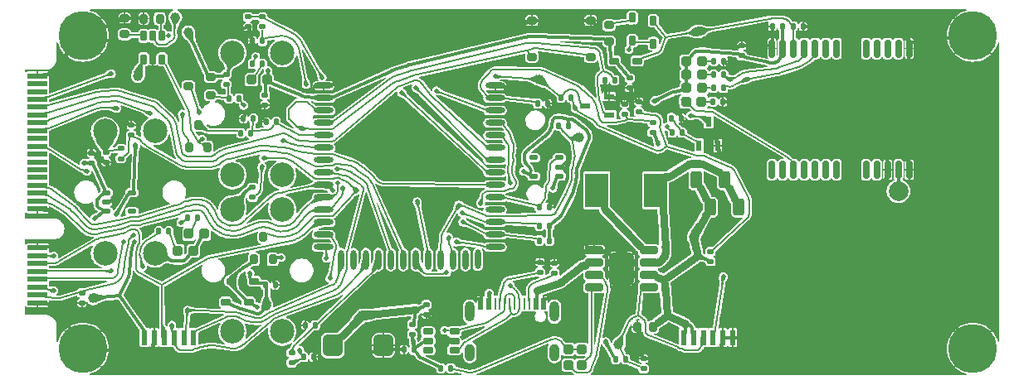
<source format=gbr>
%TF.GenerationSoftware,KiCad,Pcbnew,7.0.7*%
%TF.CreationDate,2023-10-10T16:57:59+13:00*%
%TF.ProjectId,openRiverSense,6f70656e-5269-4766-9572-53656e73652e,rev?*%
%TF.SameCoordinates,Original*%
%TF.FileFunction,Copper,L1,Top*%
%TF.FilePolarity,Positive*%
%FSLAX46Y46*%
G04 Gerber Fmt 4.6, Leading zero omitted, Abs format (unit mm)*
G04 Created by KiCad (PCBNEW 7.0.7) date 2023-10-10 16:57:59*
%MOMM*%
%LPD*%
G01*
G04 APERTURE LIST*
G04 Aperture macros list*
%AMRoundRect*
0 Rectangle with rounded corners*
0 $1 Rounding radius*
0 $2 $3 $4 $5 $6 $7 $8 $9 X,Y pos of 4 corners*
0 Add a 4 corners polygon primitive as box body*
4,1,4,$2,$3,$4,$5,$6,$7,$8,$9,$2,$3,0*
0 Add four circle primitives for the rounded corners*
1,1,$1+$1,$2,$3*
1,1,$1+$1,$4,$5*
1,1,$1+$1,$6,$7*
1,1,$1+$1,$8,$9*
0 Add four rect primitives between the rounded corners*
20,1,$1+$1,$2,$3,$4,$5,0*
20,1,$1+$1,$4,$5,$6,$7,0*
20,1,$1+$1,$6,$7,$8,$9,0*
20,1,$1+$1,$8,$9,$2,$3,0*%
G04 Aperture macros list end*
%TA.AperFunction,SMDPad,CuDef*%
%ADD10RoundRect,0.150000X0.325000X0.350000X-0.325000X0.350000X-0.325000X-0.350000X0.325000X-0.350000X0*%
%TD*%
%TA.AperFunction,SMDPad,CuDef*%
%ADD11R,0.600000X1.600000*%
%TD*%
%TA.AperFunction,SMDPad,CuDef*%
%ADD12R,1.200000X2.000000*%
%TD*%
%TA.AperFunction,SMDPad,CuDef*%
%ADD13RoundRect,0.150000X-0.350000X0.325000X-0.350000X-0.325000X0.350000X-0.325000X0.350000X0.325000X0*%
%TD*%
%TA.AperFunction,SMDPad,CuDef*%
%ADD14RoundRect,0.150000X-0.325000X-0.350000X0.325000X-0.350000X0.325000X0.350000X-0.325000X0.350000X0*%
%TD*%
%TA.AperFunction,SMDPad,CuDef*%
%ADD15RoundRect,0.135000X-0.135000X-0.185000X0.135000X-0.185000X0.135000X0.185000X-0.135000X0.185000X0*%
%TD*%
%TA.AperFunction,SMDPad,CuDef*%
%ADD16RoundRect,0.200000X0.200000X0.275000X-0.200000X0.275000X-0.200000X-0.275000X0.200000X-0.275000X0*%
%TD*%
%TA.AperFunction,SMDPad,CuDef*%
%ADD17RoundRect,0.135000X-0.185000X0.135000X-0.185000X-0.135000X0.185000X-0.135000X0.185000X0.135000X0*%
%TD*%
%TA.AperFunction,SMDPad,CuDef*%
%ADD18RoundRect,0.135000X0.185000X-0.135000X0.185000X0.135000X-0.185000X0.135000X-0.185000X-0.135000X0*%
%TD*%
%TA.AperFunction,SMDPad,CuDef*%
%ADD19RoundRect,0.112500X0.187500X0.787500X-0.187500X0.787500X-0.187500X-0.787500X0.187500X-0.787500X0*%
%TD*%
%TA.AperFunction,SMDPad,CuDef*%
%ADD20C,1.000000*%
%TD*%
%TA.AperFunction,SMDPad,CuDef*%
%ADD21RoundRect,0.200000X0.275000X-0.200000X0.275000X0.200000X-0.275000X0.200000X-0.275000X-0.200000X0*%
%TD*%
%TA.AperFunction,SMDPad,CuDef*%
%ADD22RoundRect,0.135000X0.135000X0.185000X-0.135000X0.185000X-0.135000X-0.185000X0.135000X-0.185000X0*%
%TD*%
%TA.AperFunction,SMDPad,CuDef*%
%ADD23RoundRect,0.511875X-0.511874X-0.608623X0.511874X-0.608623X0.511874X0.608623X-0.511874X0.608623X0*%
%TD*%
%TA.AperFunction,SMDPad,CuDef*%
%ADD24RoundRect,0.250000X0.312500X0.625000X-0.312500X0.625000X-0.312500X-0.625000X0.312500X-0.625000X0*%
%TD*%
%TA.AperFunction,SMDPad,CuDef*%
%ADD25RoundRect,0.187503X0.187503X-0.312497X0.187503X0.312497X-0.187503X0.312497X-0.187503X-0.312497X0*%
%TD*%
%TA.AperFunction,SMDPad,CuDef*%
%ADD26RoundRect,0.187503X0.312497X0.187503X-0.312497X0.187503X-0.312497X-0.187503X0.312497X-0.187503X0*%
%TD*%
%TA.AperFunction,SMDPad,CuDef*%
%ADD27RoundRect,0.125000X-0.325000X0.125000X-0.325000X-0.125000X0.325000X-0.125000X0.325000X0.125000X0*%
%TD*%
%TA.AperFunction,SMDPad,CuDef*%
%ADD28RoundRect,0.187503X-0.187503X0.312497X-0.187503X-0.312497X0.187503X-0.312497X0.187503X0.312497X0*%
%TD*%
%TA.AperFunction,SMDPad,CuDef*%
%ADD29RoundRect,0.200000X0.300000X0.200000X-0.300000X0.200000X-0.300000X-0.200000X0.300000X-0.200000X0*%
%TD*%
%TA.AperFunction,SMDPad,CuDef*%
%ADD30RoundRect,0.125000X0.325000X-0.125000X0.325000X0.125000X-0.325000X0.125000X-0.325000X-0.125000X0*%
%TD*%
%TA.AperFunction,SMDPad,CuDef*%
%ADD31RoundRect,0.150000X-0.400000X-0.150000X0.400000X-0.150000X0.400000X0.150000X-0.400000X0.150000X0*%
%TD*%
%TA.AperFunction,SMDPad,CuDef*%
%ADD32R,1.070003X0.600000*%
%TD*%
%TA.AperFunction,SMDPad,CuDef*%
%ADD33R,0.600000X1.070003*%
%TD*%
%TA.AperFunction,SMDPad,CuDef*%
%ADD34RoundRect,0.200000X0.200000X-0.300000X0.200000X0.300000X-0.200000X0.300000X-0.200000X-0.300000X0*%
%TD*%
%TA.AperFunction,SMDPad,CuDef*%
%ADD35R,2.350013X3.500000*%
%TD*%
%TA.AperFunction,SMDPad,CuDef*%
%ADD36O,2.000000X0.600000*%
%TD*%
%TA.AperFunction,SMDPad,CuDef*%
%ADD37O,0.600000X2.000000*%
%TD*%
%TA.AperFunction,ComponentPad*%
%ADD38C,0.500000*%
%TD*%
%TA.AperFunction,SMDPad,CuDef*%
%ADD39RoundRect,0.925000X-0.925000X-0.925000X0.925000X-0.925000X0.925000X0.925000X-0.925000X0.925000X0*%
%TD*%
%TA.AperFunction,SMDPad,CuDef*%
%ADD40RoundRect,0.150000X-0.200000X-0.350000X0.200000X-0.350000X0.200000X0.350000X-0.200000X0.350000X0*%
%TD*%
%TA.AperFunction,ComponentPad*%
%ADD41O,1.000000X2.100000*%
%TD*%
%TA.AperFunction,ComponentPad*%
%ADD42O,1.000000X1.800000*%
%TD*%
%TA.AperFunction,SMDPad,CuDef*%
%ADD43R,0.500000X1.240000*%
%TD*%
%TA.AperFunction,SMDPad,CuDef*%
%ADD44R,0.250000X1.240000*%
%TD*%
%TA.AperFunction,SMDPad,CuDef*%
%ADD45RoundRect,0.133333X-0.766667X0.266667X-0.766667X-0.266667X0.766667X-0.266667X0.766667X0.266667X0*%
%TD*%
%TA.AperFunction,ComponentPad*%
%ADD46C,0.800000*%
%TD*%
%TA.AperFunction,SMDPad,CuDef*%
%ADD47RoundRect,0.500000X-0.800000X1.200000X-0.800000X-1.200000X0.800000X-1.200000X0.800000X1.200000X0*%
%TD*%
%TA.AperFunction,SMDPad,CuDef*%
%ADD48RoundRect,0.187503X-0.312497X-0.187503X0.312497X-0.187503X0.312497X0.187503X-0.312497X0.187503X0*%
%TD*%
%TA.AperFunction,ComponentPad*%
%ADD49C,2.500000*%
%TD*%
%TA.AperFunction,ComponentPad*%
%ADD50C,2.000000*%
%TD*%
%TA.AperFunction,ComponentPad*%
%ADD51C,5.000000*%
%TD*%
%TA.AperFunction,SMDPad,CuDef*%
%ADD52R,2.000000X0.600000*%
%TD*%
%TA.AperFunction,ViaPad*%
%ADD53C,0.500000*%
%TD*%
%TA.AperFunction,Conductor*%
%ADD54C,0.300000*%
%TD*%
%TA.AperFunction,Conductor*%
%ADD55C,0.150000*%
%TD*%
%TA.AperFunction,Conductor*%
%ADD56C,0.127000*%
%TD*%
%TA.AperFunction,Conductor*%
%ADD57C,0.800000*%
%TD*%
G04 APERTURE END LIST*
D10*
%TO.P,LED2,1,C*%
%TO.N,Net-(LED2-C)*%
X23400900Y-7488200D03*
%TO.P,LED2,2,A*%
%TO.N,+3V3*%
X25000900Y-7488200D03*
%TD*%
D11*
%TO.P,P2,1,1*%
%TO.N,/+3V3_OUT*%
X12500127Y-33850013D03*
%TO.P,P2,2,2*%
%TO.N,GND*%
X13500127Y-33850013D03*
%TO.P,P2,3,3*%
%TO.N,/SDA*%
X14500127Y-33850013D03*
%TO.P,P2,4,4*%
%TO.N,/SCL*%
X15500127Y-33850013D03*
%TO.P,P2,5,5*%
%TO.N,/I2C_INT*%
X16500127Y-33850013D03*
%TO.P,P2,6,6*%
%TO.N,/TEMP_OW*%
X17499873Y-33850013D03*
D12*
%TO.P,P2,7,7*%
%TO.N,GND*%
X18800102Y-36149987D03*
%TO.P,P2,8,8*%
X11199898Y-36149987D03*
%TD*%
D11*
%TO.P,P3,1,1*%
%TO.N,/+BATT_2A*%
X67500127Y-33850013D03*
%TO.P,P3,2,2*%
X68500127Y-33850013D03*
%TO.P,P3,3,3*%
%TO.N,/100kNTC*%
X69500127Y-33850013D03*
%TO.P,P3,4,4*%
%TO.N,/+Solar*%
X70500127Y-33850013D03*
%TO.P,P3,5,5*%
%TO.N,GND*%
X71500127Y-33850013D03*
%TO.P,P3,6,6*%
X72499873Y-33850013D03*
D12*
%TO.P,P3,7,7*%
X73800102Y-36149987D03*
%TO.P,P3,8,8*%
X66199898Y-36149987D03*
%TD*%
D13*
%TO.P,LED8,1,C*%
%TO.N,Net-(BMS2-Charging)*%
X55729000Y-36674200D03*
%TO.P,LED8,2,A*%
%TO.N,Net-(LED8-A)*%
X55729000Y-35074200D03*
%TD*%
%TO.P,LED9,1,C*%
%TO.N,Net-(BMS2-Charged)*%
X57085700Y-36659300D03*
%TO.P,LED9,2,A*%
%TO.N,Net-(LED8-A)*%
X57085700Y-35059300D03*
%TD*%
D14*
%TO.P,LED1,1,C*%
%TO.N,Net-(LED1-C)*%
X69345400Y-5610300D03*
%TO.P,LED1,2,A*%
%TO.N,/+3V3_OUT*%
X67745400Y-5610300D03*
%TD*%
%TO.P,LED4,1,C*%
%TO.N,Net-(LED4-C)*%
X69344700Y-6999000D03*
%TO.P,LED4,2,A*%
%TO.N,/+3V3_OUT*%
X67744700Y-6999000D03*
%TD*%
%TO.P,LED3,1,C*%
%TO.N,Net-(LED3-C)*%
X69343900Y-8358900D03*
%TO.P,LED3,2,A*%
%TO.N,/+3V3_OUT*%
X67743900Y-8358900D03*
%TD*%
%TO.P,LED5,1,C*%
%TO.N,Net-(LED5-C)*%
X69316100Y-9741100D03*
%TO.P,LED5,2,A*%
%TO.N,/GPS_PPS*%
X67716100Y-9741100D03*
%TD*%
D10*
%TO.P,LED7,1,C*%
%TO.N,Net-(LED7-C)*%
X16996400Y-23250700D03*
%TO.P,LED7,2,A*%
%TO.N,+3V3*%
X18596400Y-23250700D03*
%TD*%
%TO.P,LED6,1,C*%
%TO.N,Net-(LED6-C)*%
X15880000Y-25000700D03*
%TO.P,LED6,2,A*%
%TO.N,+3V3*%
X17480000Y-25000700D03*
%TD*%
D15*
%TO.P,R25,1*%
%TO.N,/LCD_BKL*%
X66338200Y-12905100D03*
%TO.P,R25,2*%
%TO.N,Net-(U6-G)*%
X67358200Y-12905100D03*
%TD*%
D16*
%TO.P,C17,1*%
%TO.N,/+BATT_2A*%
X64394500Y-32769200D03*
%TO.P,C17,2*%
%TO.N,GND*%
X62744500Y-32769200D03*
%TD*%
D15*
%TO.P,R41,1*%
%TO.N,VBUS*%
X42717800Y-36996300D03*
%TO.P,R41,2*%
%TO.N,Net-(LED8-A)*%
X43737800Y-36996300D03*
%TD*%
D17*
%TO.P,C7,1*%
%TO.N,+3V3*%
X61985800Y-7325000D03*
%TO.P,C7,2*%
%TO.N,GND*%
X61985800Y-8345000D03*
%TD*%
D16*
%TO.P,C5,1*%
%TO.N,/+Solar*%
X14040200Y-1255000D03*
%TO.P,C5,2*%
%TO.N,GND*%
X12390200Y-1255000D03*
%TD*%
D17*
%TO.P,C14,1*%
%TO.N,/EN*%
X6100000Y-29290000D03*
%TO.P,C14,2*%
%TO.N,GND*%
X6100000Y-30310000D03*
%TD*%
D18*
%TO.P,R30,1*%
%TO.N,Net-(P1-PadCC2)*%
X54311000Y-27288500D03*
%TO.P,R30,2*%
%TO.N,GND*%
X54311000Y-26268500D03*
%TD*%
D19*
%TO.P,U3,1,NC*%
%TO.N,unconnected-(U3-NC-Pad1)*%
X76499773Y-16699998D03*
%TO.P,U3,2,Reserved*%
%TO.N,unconnected-(U3-Reserved-Pad2)*%
X77599849Y-16699998D03*
%TO.P,U3,3,1PPS*%
%TO.N,/GPS_PPS*%
X78699925Y-16699998D03*
%TO.P,U3,4,Reserved*%
%TO.N,unconnected-(U3-Reserved-Pad4)*%
X79800002Y-16699998D03*
%TO.P,U3,5,NC*%
%TO.N,unconnected-(U3-NC-Pad5)*%
X80899824Y-16699998D03*
%TO.P,U3,6,NC*%
%TO.N,unconnected-(U3-NC-Pad6)*%
X81999900Y-16699998D03*
%TO.P,U3,7,NC*%
%TO.N,unconnected-(U3-NC-Pad7)*%
X83099976Y-16699998D03*
%TO.P,U3,8,nRESET*%
%TO.N,unconnected-(U3-nRESET-Pad8)*%
X86099976Y-16699998D03*
%TO.P,U3,9,VCC_RF*%
%TO.N,unconnected-(U3-VCC_RF-Pad9)*%
X87200052Y-16699998D03*
%TO.P,U3,10,GND*%
%TO.N,GND*%
X88299875Y-16699998D03*
%TO.P,U3,11,RF_IN*%
%TO.N,/antenna*%
X89399951Y-16699998D03*
%TO.P,U3,12,GND*%
%TO.N,GND*%
X90500027Y-16699998D03*
%TO.P,U3,13,GND*%
X90500027Y-4300202D03*
%TO.P,U3,14,NC*%
%TO.N,unconnected-(U3-NC-Pad14)*%
X89399951Y-4300202D03*
%TO.P,U3,15,NC*%
%TO.N,unconnected-(U3-NC-Pad15)*%
X88299875Y-4300202D03*
%TO.P,U3,16,TXD2*%
%TO.N,unconnected-(U3-TXD2-Pad16)*%
X87200052Y-4300202D03*
%TO.P,U3,17,RXD2*%
%TO.N,unconnected-(U3-RXD2-Pad17)*%
X86099976Y-4300202D03*
%TO.P,U3,18,SDA*%
%TO.N,unconnected-(U3-SDA-Pad18)*%
X83099976Y-4300202D03*
%TO.P,U3,19,SCL*%
%TO.N,unconnected-(U3-SCL-Pad19)*%
X81999900Y-4300202D03*
%TO.P,U3,20,TXD1*%
%TO.N,/GPS_TX*%
X80899824Y-4300202D03*
%TO.P,U3,21,RXD1*%
%TO.N,/GPS_RX*%
X79800002Y-4300202D03*
%TO.P,U3,22,VBAT*%
%TO.N,Net-(D2-K)*%
X78699925Y-4300202D03*
%TO.P,U3,23,VCC*%
%TO.N,/+3V3_OUT*%
X77599849Y-4300202D03*
%TO.P,U3,24,GND*%
%TO.N,GND*%
X76499773Y-4300202D03*
%TD*%
D15*
%TO.P,R21,1*%
%TO.N,Net-(U6-G)*%
X66242400Y-11415000D03*
%TO.P,R21,2*%
%TO.N,GND*%
X67262400Y-11415000D03*
%TD*%
D20*
%TO.P,TP13,1,1*%
%TO.N,/100kNTC*%
X60849500Y-34549700D03*
%TD*%
D21*
%TO.P,R4,1*%
%TO.N,Net-(BMS1-PROG)*%
X10455200Y-2856100D03*
%TO.P,R4,2*%
%TO.N,GND*%
X10455200Y-1206100D03*
%TD*%
D20*
%TO.P,TP2,1,1*%
%TO.N,+3V3*%
X16943500Y-2630800D03*
%TD*%
D22*
%TO.P,R23,1*%
%TO.N,/+3V3_OUT*%
X53788400Y-22452700D03*
%TO.P,R23,2*%
%TO.N,/LCD_SCK*%
X52768400Y-22452700D03*
%TD*%
D20*
%TO.P,TP11,1,1*%
%TO.N,/+3V3_OUT*%
X7254700Y-29849200D03*
%TD*%
D22*
%TO.P,R14,1*%
%TO.N,/VBAT_MON*%
X23325700Y-12964200D03*
%TO.P,R14,2*%
%TO.N,Net-(U2-D)*%
X22305700Y-12964200D03*
%TD*%
D23*
%TO.P,D4,1,1*%
%TO.N,/VBUS_2A*%
X31684187Y-34669200D03*
%TO.P,D4,2,2*%
%TO.N,GND*%
X36866813Y-34669200D03*
%TD*%
D24*
%TO.P,R39,1*%
%TO.N,/VS*%
X73131400Y-20531100D03*
%TO.P,R39,2*%
%TO.N,/+BATT_2A*%
X70206400Y-20531100D03*
%TD*%
D25*
%TO.P,D1,1,K*%
%TO.N,Net-(B1-+)*%
X62246500Y-3496093D03*
%TO.P,D1,2,A*%
%TO.N,Net-(D1-A)*%
X62246500Y-1150907D03*
%TD*%
D18*
%TO.P,C2,1*%
%TO.N,/+3V3_OUT*%
X73403000Y-5043700D03*
%TO.P,C2,2*%
%TO.N,GND*%
X73403000Y-4023700D03*
%TD*%
D22*
%TO.P,R20,1*%
%TO.N,/+3V3_OUT*%
X55771400Y-12196300D03*
%TO.P,R20,2*%
%TO.N,/LCD_CS*%
X54751400Y-12196300D03*
%TD*%
D15*
%TO.P,R15,1*%
%TO.N,GND*%
X24881400Y-11811900D03*
%TO.P,R15,2*%
%TO.N,/VBAT_MON*%
X25901400Y-11811900D03*
%TD*%
D18*
%TO.P,R26,1*%
%TO.N,/ENTER*%
X10062300Y-15557600D03*
%TO.P,R26,2*%
%TO.N,Net-(R26-Pad2)*%
X10062300Y-14537600D03*
%TD*%
D26*
%TO.P,D5,1,K*%
%TO.N,VCC*%
X23672593Y-28088500D03*
%TO.P,D5,2,A*%
%TO.N,VBUS*%
X21327407Y-28088500D03*
%TD*%
D18*
%TO.P,C11,1*%
%TO.N,VCC*%
X7081400Y-16004100D03*
%TO.P,C11,2*%
%TO.N,GND*%
X7081400Y-14984100D03*
%TD*%
D15*
%TO.P,R10,1*%
%TO.N,Net-(LED4-C)*%
X70558900Y-6998400D03*
%TO.P,R10,2*%
%TO.N,/GPS_RX*%
X71578900Y-6998400D03*
%TD*%
%TO.P,R5,1*%
%TO.N,Net-(LED1-C)*%
X70561900Y-5610100D03*
%TO.P,R5,2*%
%TO.N,GND*%
X71581900Y-5610100D03*
%TD*%
D24*
%TO.P,R31,1*%
%TO.N,/VS*%
X71690300Y-17740600D03*
%TO.P,R31,2*%
%TO.N,/+BATT_2A*%
X68765300Y-17740600D03*
%TD*%
D22*
%TO.P,R28,1*%
%TO.N,Net-(LED6-C)*%
X14965700Y-23004700D03*
%TO.P,R28,2*%
%TO.N,/RX*%
X13945700Y-23004700D03*
%TD*%
D27*
%TO.P,LDO2,1,VIN*%
%TO.N,VCC*%
X8601325Y-19049438D03*
%TO.P,LDO2,2,VSS*%
%TO.N,GND*%
X8601325Y-19999400D03*
%TO.P,LDO2,3,CE*%
%TO.N,VCC*%
X8601325Y-20949362D03*
%TO.P,LDO2,4,NC*%
%TO.N,unconnected-(LDO2-NC-Pad4)*%
X11201275Y-20949362D03*
%TO.P,LDO2,5,VOUT*%
%TO.N,+3V3*%
X11201275Y-19049438D03*
%TD*%
D18*
%TO.P,R29,1*%
%TO.N,VBUS*%
X64328300Y-12883300D03*
%TO.P,R29,2*%
%TO.N,/VUSB_MON*%
X64328300Y-11863300D03*
%TD*%
D15*
%TO.P,R42,1*%
%TO.N,VBUS*%
X60549000Y-36070200D03*
%TO.P,R42,2*%
%TO.N,/100kNTC*%
X61569000Y-36070200D03*
%TD*%
%TO.P,C4,1*%
%TO.N,Net-(D2-K)*%
X78649800Y-2030100D03*
%TO.P,C4,2*%
%TO.N,GND*%
X79669800Y-2030100D03*
%TD*%
%TO.P,R13,1*%
%TO.N,Net-(LED5-C)*%
X70481200Y-9754200D03*
%TO.P,R13,2*%
%TO.N,GND*%
X71501200Y-9754200D03*
%TD*%
D22*
%TO.P,C3,1*%
%TO.N,/+3V3_OUT*%
X77556400Y-2043500D03*
%TO.P,C3,2*%
%TO.N,GND*%
X76536400Y-2043500D03*
%TD*%
D28*
%TO.P,D3,1,K*%
%TO.N,Net-(D2-K)*%
X64397000Y-1461207D03*
%TO.P,D3,2,A*%
%TO.N,Net-(B1-+)*%
X64397000Y-3806393D03*
%TD*%
D15*
%TO.P,R34,1*%
%TO.N,Net-(R33-Pad2)*%
X28704400Y-35857600D03*
%TO.P,R34,2*%
%TO.N,GND*%
X29724400Y-35857600D03*
%TD*%
%TO.P,R18,1*%
%TO.N,/+3V3_OUT_EN*%
X52770100Y-20541900D03*
%TO.P,R18,2*%
%TO.N,GND*%
X53790100Y-20541900D03*
%TD*%
D17*
%TO.P,R35,1*%
%TO.N,Net-(R26-Pad2)*%
X8571800Y-14909000D03*
%TO.P,R35,2*%
%TO.N,GND*%
X8571800Y-15929000D03*
%TD*%
D15*
%TO.P,C13,1*%
%TO.N,VCC*%
X24787800Y-28478800D03*
%TO.P,C13,2*%
%TO.N,GND*%
X25807800Y-28478800D03*
%TD*%
D20*
%TO.P,TP10,1,1*%
%TO.N,/+BATT_2A*%
X68524900Y-23583600D03*
%TD*%
D29*
%TO.P,U4,1,G*%
%TO.N,Net-(U4-G)*%
X19245913Y-9104713D03*
%TO.P,U4,2,S*%
%TO.N,+3V3*%
X19245913Y-7204687D03*
%TO.P,U4,3,D*%
%TO.N,/+3V3_S3*%
X16945887Y-8154649D03*
%TD*%
D30*
%TO.P,LDO1,1,VIN*%
%TO.N,VCC*%
X54792375Y-17371762D03*
%TO.P,LDO1,2,VSS*%
%TO.N,GND*%
X54792375Y-16421800D03*
%TO.P,LDO1,3,CE*%
%TO.N,/+3V3_OUT_EN*%
X54792375Y-15471838D03*
%TO.P,LDO1,4,NC*%
%TO.N,unconnected-(LDO1-NC-Pad4)*%
X52192425Y-15471838D03*
%TO.P,LDO1,5,VOUT*%
%TO.N,/+3V3_OUT*%
X52192425Y-17371762D03*
%TD*%
D22*
%TO.P,C15,1*%
%TO.N,/DOWN*%
X29910000Y-32600000D03*
%TO.P,C15,2*%
%TO.N,GND*%
X28890000Y-32600000D03*
%TD*%
D17*
%TO.P,R32,1*%
%TO.N,+BATT*%
X70238900Y-25054100D03*
%TO.P,R32,2*%
%TO.N,/+BATT_2A*%
X70238900Y-26074100D03*
%TD*%
%TO.P,C1,1*%
%TO.N,/UP*%
X23025800Y-1071200D03*
%TO.P,C1,2*%
%TO.N,GND*%
X23025800Y-2091200D03*
%TD*%
D31*
%TO.P,ESD1,1,IO1*%
%TO.N,/D+*%
X44093813Y-35142362D03*
%TO.P,ESD1,2,GND*%
%TO.N,GND*%
X44093813Y-34192400D03*
%TO.P,ESD1,3,IO2*%
%TO.N,/D-*%
X44093813Y-33242438D03*
%TO.P,ESD1,4,IO3*%
%TO.N,unconnected-(ESD1-IO3-Pad4)*%
X41393787Y-33242438D03*
%TO.P,ESD1,5,VCC*%
%TO.N,VBUS*%
X41393787Y-34192400D03*
%TO.P,ESD1,6,IO4*%
%TO.N,unconnected-(ESD1-IO4-Pad6)*%
X41393787Y-35142362D03*
%TD*%
D32*
%TO.P,U1,1,G*%
%TO.N,/VBAT_MON_EN*%
X59892877Y-11111362D03*
%TO.P,U1,2,S*%
%TO.N,GND*%
X59892877Y-9211438D03*
%TO.P,U1,3,D*%
%TO.N,Net-(U1-D)*%
X57422723Y-10161400D03*
%TD*%
D33*
%TO.P,U6,1,G*%
%TO.N,Net-(U6-G)*%
X69065238Y-14225777D03*
%TO.P,U6,2,S*%
%TO.N,GND*%
X70965162Y-14225777D03*
%TO.P,U6,3,D*%
%TO.N,Net-(TFT1-LEDK)*%
X70015200Y-11755623D03*
%TD*%
D20*
%TO.P,TP5,1,1*%
%TO.N,Net-(BMS1-STDBY)*%
X15618400Y-1100000D03*
%TD*%
D26*
%TO.P,D2,1,K*%
%TO.N,Net-(D2-K)*%
X62749293Y-5581500D03*
%TO.P,D2,2,A*%
%TO.N,+3V3*%
X60404107Y-5581500D03*
%TD*%
D17*
%TO.P,R2,1*%
%TO.N,/UP*%
X24516200Y-1071300D03*
%TO.P,R2,2*%
%TO.N,Net-(R1-Pad1)*%
X24516200Y-2091300D03*
%TD*%
D20*
%TO.P,TP9,1,1*%
%TO.N,/VBUS_2A*%
X34686800Y-31619000D03*
%TD*%
D18*
%TO.P,C10,1*%
%TO.N,/VUSB_MON*%
X61456800Y-10993700D03*
%TO.P,C10,2*%
%TO.N,GND*%
X61456800Y-9973700D03*
%TD*%
D17*
%TO.P,R33,1*%
%TO.N,/DOWN*%
X27500000Y-35430900D03*
%TO.P,R33,2*%
%TO.N,Net-(R33-Pad2)*%
X27500000Y-36450900D03*
%TD*%
D18*
%TO.P,R40,1*%
%TO.N,/100kNTC*%
X63402900Y-37040200D03*
%TO.P,R40,2*%
%TO.N,GND*%
X63402900Y-36020200D03*
%TD*%
%TO.P,R22,1*%
%TO.N,/EN*%
X23504800Y-19510000D03*
%TO.P,R22,2*%
%TO.N,+3V3*%
X23504800Y-18490000D03*
%TD*%
%TO.P,R37,1*%
%TO.N,VBUS*%
X39786700Y-33545900D03*
%TO.P,R37,2*%
%TO.N,/VBUS_2A*%
X39786700Y-32525900D03*
%TD*%
D22*
%TO.P,R27,1*%
%TO.N,Net-(LED7-C)*%
X17862500Y-21630700D03*
%TO.P,R27,2*%
%TO.N,/TX*%
X16842500Y-21630700D03*
%TD*%
%TO.P,R16,1*%
%TO.N,+BATT*%
X55997900Y-9312300D03*
%TO.P,R16,2*%
%TO.N,Net-(U1-D)*%
X54977900Y-9312300D03*
%TD*%
D34*
%TO.P,U2,1,G*%
%TO.N,Net-(U1-D)*%
X16999974Y-14400000D03*
%TO.P,U2,2,S*%
%TO.N,+BATT*%
X18900000Y-14400000D03*
%TO.P,U2,3,D*%
%TO.N,Net-(U2-D)*%
X17950038Y-12099974D03*
%TD*%
D35*
%TO.P,L1,1,1*%
%TO.N,/LX*%
X58630800Y-18779500D03*
%TO.P,L1,2,2*%
%TO.N,/VS*%
X64630800Y-18779500D03*
%TD*%
D18*
%TO.P,R38,1*%
%TO.N,Net-(P1-PadCC1)*%
X52820500Y-27164300D03*
%TO.P,R38,2*%
%TO.N,GND*%
X52820500Y-26144300D03*
%TD*%
%TO.P,C12,1*%
%TO.N,/ENTER*%
X11138200Y-13164200D03*
%TO.P,C12,2*%
%TO.N,GND*%
X11138200Y-12144200D03*
%TD*%
D20*
%TO.P,TP7,1,1*%
%TO.N,VCC*%
X24926300Y-30566500D03*
%TD*%
%TO.P,TP1,1,1*%
%TO.N,Net-(D2-K)*%
X68981700Y-2558000D03*
%TD*%
D22*
%TO.P,R1,1*%
%TO.N,Net-(R1-Pad1)*%
X24510000Y-3531700D03*
%TO.P,R1,2*%
%TO.N,GND*%
X23490000Y-3531700D03*
%TD*%
%TO.P,R8,1*%
%TO.N,/VBAT_MON_EN*%
X60448000Y-7540900D03*
%TO.P,R8,2*%
%TO.N,GND*%
X59428000Y-7540900D03*
%TD*%
%TO.P,R36,1*%
%TO.N,VBUS*%
X39969200Y-35112900D03*
%TO.P,R36,2*%
%TO.N,GND*%
X38949200Y-35112900D03*
%TD*%
D36*
%TO.P,U5,1,GND*%
%TO.N,GND*%
X30749936Y-8105029D03*
%TO.P,U5,2,3V3*%
%TO.N,+3V3*%
X30749936Y-9375032D03*
%TO.P,U5,3,EN*%
%TO.N,/EN*%
X30749936Y-10645034D03*
%TO.P,U5,4,IO4*%
%TO.N,/VBAT_MON_EN*%
X30749936Y-11915037D03*
%TO.P,U5,5,IO5*%
%TO.N,/VBAT_MON*%
X30749936Y-13185039D03*
%TO.P,U5,6,IO6*%
%TO.N,/+3V3_S3_EN*%
X30749936Y-14455042D03*
%TO.P,U5,7,IO7*%
%TO.N,unconnected-(U5-IO7-Pad7)*%
X30749936Y-15725044D03*
%TO.P,U5,8,IO15*%
%TO.N,/TEMP_OW*%
X30749936Y-16995047D03*
%TO.P,U5,9,IO16*%
%TO.N,/GPS_PPS*%
X30749936Y-18265050D03*
%TO.P,U5,10,IO17*%
%TO.N,/GPS_TX*%
X30749936Y-19535052D03*
%TO.P,U5,11,IO18*%
%TO.N,/GPS_RX*%
X30749936Y-20805055D03*
%TO.P,U5,12,IO8*%
%TO.N,/SDA*%
X30749936Y-22075057D03*
%TO.P,U5,13,IO19*%
%TO.N,/D-*%
X30749936Y-23345060D03*
%TO.P,U5,14,IO20*%
%TO.N,/D+*%
X30749936Y-24615062D03*
D37*
%TO.P,U5,15,IO3*%
%TO.N,/I2C_INT*%
X32514986Y-25894971D03*
%TO.P,U5,16,IO46*%
%TO.N,unconnected-(U5-IO46-Pad16)*%
X33784989Y-25894971D03*
%TO.P,U5,17,IO9*%
%TO.N,/SCL*%
X35054991Y-25894971D03*
%TO.P,U5,18,IO10*%
%TO.N,/DOWN*%
X36324994Y-25894971D03*
%TO.P,U5,19,IO11*%
%TO.N,/UP*%
X37594996Y-25894971D03*
%TO.P,U5,20,IO12*%
%TO.N,/ENTER*%
X38864999Y-25894971D03*
%TO.P,U5,21,IO13*%
%TO.N,/LCD_BKL*%
X40135001Y-25894971D03*
%TO.P,U5,22,IO14*%
%TO.N,/LCD_DC*%
X41405004Y-25894971D03*
%TO.P,U5,23,IO21*%
%TO.N,/LCD_CS*%
X42675006Y-25894971D03*
%TO.P,U5,24,IO33*%
%TO.N,/LCD_RST*%
X43945009Y-25894971D03*
%TO.P,U5,25,IO34*%
%TO.N,unconnected-(U5-IO34-Pad25)*%
X45215011Y-25894971D03*
%TO.P,U5,26,IO45*%
%TO.N,unconnected-(U5-IO45-Pad26)*%
X46485014Y-25864999D03*
D36*
%TO.P,U5,27,IO0*%
%TO.N,/IO0*%
X48250064Y-24615062D03*
%TO.P,U5,28,IO35*%
%TO.N,/LCD_MOSI*%
X48250064Y-23345060D03*
%TO.P,U5,29,IO36*%
%TO.N,/LCD_SCK*%
X48250064Y-22075057D03*
%TO.P,U5,30,IO37*%
%TO.N,unconnected-(U5-IO37-Pad30)*%
X48250064Y-20805055D03*
%TO.P,U5,31,IO38*%
%TO.N,/+3V3_OUT_EN*%
X48250064Y-19535052D03*
%TO.P,U5,32,IO39*%
%TO.N,/TCK*%
X48250064Y-18265050D03*
%TO.P,U5,33,IO40*%
%TO.N,/TDO*%
X48250064Y-16995047D03*
%TO.P,U5,34,IO41*%
%TO.N,/TDI*%
X48250064Y-15725044D03*
%TO.P,U5,35,IO42*%
%TO.N,/TMS*%
X48250064Y-14455042D03*
%TO.P,U5,36,RXD0*%
%TO.N,/RX*%
X48250064Y-13185039D03*
%TO.P,U5,37,TXD0*%
%TO.N,/TX*%
X48250064Y-11915037D03*
%TO.P,U5,38,IO2*%
%TO.N,/IO2*%
X48250064Y-10645034D03*
%TO.P,U5,39,IO1*%
%TO.N,/VUSB_MON*%
X48250064Y-9375032D03*
%TO.P,U5,40,GND*%
%TO.N,GND*%
X48250064Y-8105029D03*
D38*
%TO.P,U5,41,EPAD*%
X36600000Y-15100000D03*
X36600000Y-16500000D03*
X37300000Y-14400000D03*
X37300000Y-15800000D03*
X37300000Y-17200000D03*
D39*
X37999873Y-15825121D03*
D38*
X38000000Y-15100000D03*
X38000000Y-16500000D03*
X38700000Y-14400000D03*
X38700000Y-15800000D03*
X38700000Y-17200000D03*
X39400000Y-15100000D03*
X39400000Y-16500000D03*
%TD*%
D40*
%TO.P,BMS1,1,CHRG*%
%TO.N,Net-(BMS1-CHRG)*%
X12385200Y-5410600D03*
%TO.P,BMS1,2,GND*%
%TO.N,GND*%
X13335200Y-5410600D03*
%TO.P,BMS1,3,BAT*%
%TO.N,+BATT*%
X14285200Y-5410600D03*
%TO.P,BMS1,4,VCC*%
%TO.N,/+Solar*%
X14285200Y-3010600D03*
%TO.P,BMS1,5,STDBY*%
%TO.N,Net-(BMS1-STDBY)*%
X13335200Y-3010600D03*
%TO.P,BMS1,6,PROG*%
%TO.N,Net-(BMS1-PROG)*%
X12385200Y-3010600D03*
%TD*%
D15*
%TO.P,R9,1*%
%TO.N,Net-(LED3-C)*%
X70515500Y-8344300D03*
%TO.P,R9,2*%
%TO.N,/GPS_TX*%
X71535500Y-8344300D03*
%TD*%
D21*
%TO.P,R3,1*%
%TO.N,+3V3*%
X59862200Y-3576000D03*
%TO.P,R3,2*%
%TO.N,Net-(D1-A)*%
X59862200Y-1926000D03*
%TD*%
D22*
%TO.P,R7,1*%
%TO.N,Net-(LED2-C)*%
X24510000Y-5878500D03*
%TO.P,R7,2*%
%TO.N,/IO2*%
X23490000Y-5878500D03*
%TD*%
D17*
%TO.P,C16,1*%
%TO.N,/VBUS_2A*%
X41252200Y-30501900D03*
%TO.P,C16,2*%
%TO.N,GND*%
X41252200Y-31521900D03*
%TD*%
D41*
%TO.P,P1,1,SHELL*%
%TO.N,unconnected-(P1-SHELL-Pad1)*%
X45672234Y-31209390D03*
D42*
X45672234Y-35389476D03*
D41*
X54312315Y-31209390D03*
D42*
X54312315Y-35389476D03*
D43*
%TO.P,P1,2,GND*%
%TO.N,GND*%
X46792300Y-30389425D03*
X53192173Y-30389400D03*
%TO.P,P1,3,VBUS*%
%TO.N,/VBUS_2A*%
X47592300Y-30389425D03*
X52392300Y-30389425D03*
D44*
%TO.P,P1,CC1,CC1*%
%TO.N,Net-(P1-PadCC1)*%
X48742300Y-30389425D03*
%TO.P,P1,CC2,CC2*%
%TO.N,Net-(P1-PadCC2)*%
X51742300Y-30389425D03*
%TO.P,P1,DN,D-*%
%TO.N,/D-*%
X49242300Y-30389425D03*
X50242300Y-30389425D03*
%TO.P,P1,DP,D+*%
%TO.N,/D+*%
X49742300Y-30389425D03*
X50742300Y-30389425D03*
%TO.P,P1,SBU1,SBU1*%
%TO.N,unconnected-(P1-PadSBU1)*%
X51242300Y-30389425D03*
%TO.P,P1,SBU2,SBU2*%
%TO.N,unconnected-(P1-PadSBU2)*%
X48242300Y-30389425D03*
%TD*%
D20*
%TO.P,TP4,1,1*%
%TO.N,Net-(BMS1-CHRG)*%
X11808300Y-7115100D03*
%TD*%
D15*
%TO.P,R11,1*%
%TO.N,/VUSB_MON*%
X52599900Y-9940100D03*
%TO.P,R11,2*%
%TO.N,GND*%
X53619900Y-9940100D03*
%TD*%
D17*
%TO.P,R6,1*%
%TO.N,+3V3*%
X20816400Y-6949400D03*
%TO.P,R6,2*%
%TO.N,Net-(U4-G)*%
X20816400Y-7969400D03*
%TD*%
D22*
%TO.P,R19,1*%
%TO.N,/+3V3_S3_EN*%
X22114100Y-9409900D03*
%TO.P,R19,2*%
%TO.N,Net-(U4-G)*%
X21094100Y-9409900D03*
%TD*%
D20*
%TO.P,TP3,1,1*%
%TO.N,Net-(U1-D)*%
X52740800Y-7441900D03*
%TD*%
D18*
%TO.P,C6,1*%
%TO.N,GND*%
X24758000Y-10078700D03*
%TO.P,C6,2*%
%TO.N,+3V3*%
X24758000Y-9058700D03*
%TD*%
D34*
%TO.P,U7,1,G*%
%TO.N,VBUS*%
X23663687Y-25860313D03*
%TO.P,U7,2,S*%
%TO.N,VCC*%
X25563713Y-25860313D03*
%TO.P,U7,3,D*%
%TO.N,+BATT*%
X24613751Y-23560287D03*
%TD*%
D20*
%TO.P,TP6,1,1*%
%TO.N,/LCD_CS*%
X56809800Y-13362200D03*
%TD*%
D18*
%TO.P,C8,1*%
%TO.N,+BATT*%
X62917300Y-10752400D03*
%TO.P,C8,2*%
%TO.N,GND*%
X62917300Y-9732400D03*
%TD*%
D22*
%TO.P,C9,1*%
%TO.N,/VBAT_MON*%
X23597200Y-11473900D03*
%TO.P,C9,2*%
%TO.N,GND*%
X22577200Y-11473900D03*
%TD*%
D45*
%TO.P,BMS2,1,GND*%
%TO.N,GND*%
X58368784Y-24915996D03*
%TO.P,BMS2,2,VCC*%
%TO.N,/VBUS_2A*%
X58368784Y-26185999D03*
%TO.P,BMS2,3,Charging*%
%TO.N,Net-(BMS2-Charging)*%
X58368784Y-27456001D03*
%TO.P,BMS2,4,Charged*%
%TO.N,Net-(BMS2-Charged)*%
X58368784Y-28726004D03*
%TO.P,BMS2,5,TS_Temp*%
%TO.N,/100kNTC*%
X63913616Y-28726004D03*
%TO.P,BMS2,6,BAT+*%
%TO.N,/+BATT_2A*%
X63913616Y-27456001D03*
%TO.P,BMS2,7,VS_Sense*%
%TO.N,/VS*%
X63913616Y-26185999D03*
%TO.P,BMS2,8,LX_Switching*%
%TO.N,/LX*%
X63913616Y-24915996D03*
D46*
%TO.P,BMS2,9,EP*%
%TO.N,GND*%
X61941200Y-25621000D03*
X60341200Y-25621000D03*
X61941200Y-26821000D03*
D47*
X61141200Y-26821000D03*
D46*
X60341200Y-26821000D03*
X61941200Y-28021000D03*
X60341200Y-28021000D03*
%TD*%
D48*
%TO.P,D6,1,K*%
%TO.N,VCC*%
X20769607Y-30243300D03*
%TO.P,D6,2,A*%
%TO.N,VBUS*%
X23114793Y-30243300D03*
%TD*%
D29*
%TO.P,SW1,1,A*%
%TO.N,/EN*%
X58000000Y-5150000D03*
%TO.P,SW1,2,B*%
X52000000Y-5150000D03*
%TO.P,SW1,3,C*%
%TO.N,GND*%
X58000000Y-1450000D03*
%TO.P,SW1,4,D*%
X52000000Y-1450000D03*
%TD*%
D22*
%TO.P,R24,1*%
%TO.N,/+3V3_OUT*%
X53790500Y-23943200D03*
%TO.P,R24,2*%
%TO.N,/LCD_MOSI*%
X52770500Y-23943200D03*
%TD*%
D49*
%TO.P,SW4,1,1*%
%TO.N,+3V3*%
X21459995Y-20750064D03*
%TO.P,SW4,2,2*%
%TO.N,unconnected-(SW4-Pad2)*%
X21459995Y-33249936D03*
%TO.P,SW4,3,3*%
%TO.N,unconnected-(SW4-Pad3)*%
X26540005Y-20750064D03*
%TO.P,SW4,4,4*%
%TO.N,Net-(R33-Pad2)*%
X26540005Y-33249936D03*
%TD*%
%TO.P,SW3,1,1*%
%TO.N,+3V3*%
X13540005Y-25249936D03*
%TO.P,SW3,2,2*%
%TO.N,unconnected-(SW3-Pad2)*%
X13540005Y-12750064D03*
%TO.P,SW3,3,3*%
%TO.N,unconnected-(SW3-Pad3)*%
X8459995Y-25249936D03*
%TO.P,SW3,4,4*%
%TO.N,Net-(R26-Pad2)*%
X8459995Y-12750064D03*
%TD*%
%TO.P,SW2,1,1*%
%TO.N,+3V3*%
X21459995Y-4750064D03*
%TO.P,SW2,2,2*%
%TO.N,unconnected-(SW2-Pad2)*%
X21459995Y-17249936D03*
%TO.P,SW2,3,3*%
%TO.N,unconnected-(SW2-Pad3)*%
X26540005Y-4750064D03*
%TO.P,SW2,4,4*%
%TO.N,Net-(R1-Pad1)*%
X26540005Y-17249936D03*
%TD*%
D50*
%TO.P,U8,1,ANT*%
%TO.N,/antenna*%
X89400000Y-18900000D03*
%TD*%
D51*
%TO.P,K1,1,GND*%
%TO.N,GND*%
X6200000Y-35000000D03*
X97000000Y-35000000D03*
X6200000Y-3000000D03*
X97000000Y-3000000D03*
D52*
%TO.P,K1,2,GND*%
X1550000Y-30300000D03*
%TO.P,K1,4,EN*%
%TO.N,/EN*%
X1550000Y-29500000D03*
%TO.P,K1,6,SCL1*%
%TO.N,/SCL*%
X1550000Y-28700000D03*
%TO.P,K1,8,TX*%
%TO.N,/TX*%
X1550000Y-27900000D03*
%TO.P,K1,10,RX*%
%TO.N,/RX*%
X1550000Y-27100000D03*
%TO.P,K1,12,SDA1*%
%TO.N,/SDA*%
X1550000Y-26300000D03*
%TO.P,K1,14,I2C1INT*%
%TO.N,/I2C_INT*%
X1550000Y-25500000D03*
%TO.P,K1,16,GND*%
%TO.N,GND*%
X1550000Y-24700000D03*
%TO.P,K1,18,GND*%
X1550000Y-20700000D03*
%TO.P,K1,20,GPS_RX*%
%TO.N,/GPS_RX*%
X1550000Y-19900000D03*
%TO.P,K1,22,GPS_TX*%
%TO.N,/GPS_TX*%
X1550000Y-19100000D03*
%TO.P,K1,24,GPS_PPS*%
%TO.N,/GPS_PPS*%
X1550000Y-18300000D03*
%TO.P,K1,26,NZR2*%
%TO.N,unconnected-(K1-NZR2-Pad26)*%
X1550000Y-17500000D03*
%TO.P,K1,28,NZR1*%
%TO.N,unconnected-(K1-NZR1-Pad28)*%
X1550000Y-16700000D03*
%TO.P,K1,30,SCL2*%
%TO.N,unconnected-(K1-SCL2-Pad30)*%
X1550000Y-15900000D03*
%TO.P,K1,32,SDA2*%
%TO.N,unconnected-(K1-SDA2-Pad32)*%
X1550000Y-15100000D03*
%TO.P,K1,34,IO0*%
%TO.N,/IO0*%
X1550000Y-14300000D03*
%TO.P,K1,36,I2C2INT*%
%TO.N,unconnected-(K1-I2C2INT-Pad36)*%
X1550000Y-13500000D03*
%TO.P,K1,38,IO2*%
%TO.N,/IO2*%
X1550000Y-12700000D03*
%TO.P,K1,40,TDO*%
%TO.N,/TDO*%
X1550000Y-11900000D03*
%TO.P,K1,42,TCK*%
%TO.N,/TCK*%
X1550000Y-11100000D03*
%TO.P,K1,44,TMS*%
%TO.N,/TMS*%
X1550000Y-10300000D03*
%TO.P,K1,46,TDI*%
%TO.N,/TDI*%
X1550000Y-9500000D03*
%TO.P,K1,48,nc*%
%TO.N,unconnected-(K1-nc-Pad48)*%
X1550000Y-8700000D03*
%TO.P,K1,50,nc*%
%TO.N,unconnected-(K1-nc-Pad50)*%
X1550000Y-7900000D03*
%TO.P,K1,52,GND*%
%TO.N,GND*%
X1550000Y-7100000D03*
%TD*%
D53*
%TO.N,GND*%
X54500000Y-13900000D03*
X23400000Y-32900000D03*
X58800000Y-30500000D03*
X87900000Y-18900000D03*
X77278338Y-29093963D03*
X81300000Y-34500000D03*
X98726460Y-28907054D03*
X67200000Y-19100000D03*
X84016261Y-10834747D03*
X77538338Y-7931594D03*
X53806673Y-2379944D03*
X50800000Y-11100000D03*
X98715847Y-17000000D03*
X96258373Y-10727842D03*
X87200000Y-32200000D03*
X57041524Y-28646654D03*
X74480077Y-14187183D03*
X30600000Y-30900000D03*
X45800000Y-17000000D03*
X88100000Y-18000000D03*
X28300000Y-20300000D03*
X92566844Y-20334820D03*
X10700000Y-17700000D03*
X75800000Y-23400000D03*
X92972903Y-22755933D03*
X89372390Y-32718936D03*
X67900000Y-14400000D03*
X98681338Y-32202442D03*
X74917269Y-25600000D03*
X99100000Y-20600000D03*
X93247258Y-11037909D03*
X81100000Y-28883480D03*
X86600000Y-23500000D03*
X16600000Y-29500000D03*
X31500000Y-7400000D03*
X71200000Y-22400000D03*
X83909704Y-7687354D03*
X59307875Y-22893402D03*
X95100000Y-23600000D03*
X38500000Y-33000000D03*
X22200000Y-24300000D03*
X81331531Y-10771665D03*
X90291805Y-29669577D03*
X90800000Y-18100000D03*
X17800000Y-27200000D03*
X36300633Y-5998307D03*
X88200000Y-15300000D03*
X72217000Y-9654200D03*
X9242200Y-31969343D03*
X84300000Y-22800000D03*
X24000000Y-21500000D03*
X59992761Y-31674726D03*
X50100000Y-8800000D03*
X49200000Y-5800000D03*
X92819387Y-26047262D03*
X62417316Y-2087877D03*
X95892685Y-8659458D03*
X67400000Y-15500000D03*
X89400000Y-20500000D03*
X96178439Y-13880361D03*
X92940420Y-17699209D03*
X95900000Y-20400000D03*
X45700000Y-33300000D03*
X92269776Y-5403115D03*
X30800000Y-1000000D03*
X70400000Y-18000000D03*
X80992511Y-20050442D03*
X5954533Y-14691420D03*
X50802837Y-32098251D03*
X23212752Y-35082637D03*
X66000000Y-32900000D03*
X56306755Y-32747571D03*
X15100000Y-27200000D03*
X14248594Y-17058394D03*
X84000000Y-25700000D03*
X95865430Y-28920865D03*
X21200000Y-12200000D03*
X86889360Y-35177827D03*
X72471200Y-6609900D03*
X32700000Y-22300000D03*
X8304908Y-5262479D03*
X5801283Y-26098717D03*
X12100000Y-8100000D03*
X84000000Y-29400000D03*
X36600000Y-37000000D03*
X64400000Y-30600000D03*
X78600000Y-26800000D03*
X80779156Y-14084744D03*
X63197891Y-16611241D03*
X91100000Y-19100000D03*
X92685304Y-32563990D03*
X95949964Y-26239987D03*
X39201908Y-1937068D03*
X25000000Y-34300000D03*
X80258049Y-25687670D03*
X26700000Y-11700000D03*
X83994196Y-20048403D03*
X89293358Y-35386682D03*
X21100000Y-13500000D03*
X11974728Y-20111300D03*
X98932052Y-8767186D03*
X38700000Y-28900000D03*
X78298063Y-32595739D03*
X83817431Y-32421084D03*
X71434452Y-31827568D03*
X90500000Y-15300000D03*
X77600000Y-34500000D03*
X33800000Y-20100000D03*
X87280069Y-11690011D03*
X29000000Y-19200000D03*
X86400000Y-25600000D03*
X47100000Y-1200000D03*
X41800000Y-12500000D03*
X85100000Y-36400000D03*
X3209400Y-21249500D03*
X93044347Y-2098577D03*
X89872010Y-22743568D03*
X74604096Y-16744830D03*
X93095937Y-7630907D03*
X32400000Y-10100000D03*
X89400000Y-15200000D03*
X88300000Y-20000000D03*
X77331672Y-19919474D03*
X67100000Y-23600000D03*
X92823927Y-35739607D03*
X28600000Y-17600000D03*
X9806000Y-11409100D03*
X17600000Y-17200000D03*
X44800000Y-32400000D03*
X98723948Y-23164711D03*
X19200000Y-19100000D03*
X75137050Y-19720255D03*
X86533406Y-8488531D03*
X90500000Y-20200000D03*
X56713268Y-2468083D03*
X68204823Y-29582578D03*
X38200000Y-20100000D03*
X95513381Y-17129445D03*
X59100000Y-36500000D03*
X77870317Y-14034312D03*
X74234406Y-32508499D03*
X29800000Y-4800000D03*
X34500000Y-22600000D03*
X99315336Y-26396678D03*
X62600000Y-12600000D03*
X81100000Y-22900000D03*
X19300000Y-33500000D03*
X87000000Y-29500000D03*
X74540532Y-2300000D03*
X24700000Y-25300000D03*
X92386529Y-14259544D03*
X80933099Y-32760690D03*
X52000000Y-36600000D03*
X98300000Y-13600000D03*
X25480800Y-27741000D03*
X80441714Y-7706836D03*
X99043567Y-10740614D03*
%TO.N,+BATT*%
X34101500Y-18778900D03*
X18356100Y-13580000D03*
X56416400Y-10473800D03*
X24622500Y-15489900D03*
%TO.N,VBUS*%
X23990300Y-30728900D03*
X64903800Y-14038700D03*
X59541000Y-34262400D03*
X39896600Y-34260100D03*
%TO.N,/EN*%
X28500100Y-12454500D03*
X24463500Y-16376700D03*
X11336100Y-23359000D03*
%TO.N,+3V3*%
X25075500Y-6538500D03*
X9628500Y-21232300D03*
X11565700Y-14200900D03*
%TO.N,VCC*%
X54150200Y-18593500D03*
X6311400Y-16025100D03*
X26414700Y-25681900D03*
X7365500Y-21667500D03*
X23241800Y-27262800D03*
%TO.N,/D+*%
X31050200Y-25730300D03*
X49829300Y-28570000D03*
%TO.N,/D-*%
X31394800Y-27801400D03*
X43094100Y-33121100D03*
%TO.N,/GPS_PPS*%
X67716100Y-9741100D03*
X31671500Y-18811900D03*
%TO.N,/TX*%
X46769900Y-20160400D03*
X16192100Y-22091800D03*
X10343300Y-24071100D03*
%TO.N,/RX*%
X49766600Y-18059700D03*
X12283400Y-26622500D03*
X9040100Y-27070600D03*
%TO.N,/GPS_RX*%
X32701000Y-18548300D03*
X72220400Y-7474300D03*
%TO.N,/GPS_TX*%
X73820400Y-7469600D03*
X32169800Y-18035800D03*
%TO.N,/UP*%
X32107400Y-16620800D03*
X30608200Y-7268900D03*
%TO.N,/IO0*%
X44280100Y-24088900D03*
X6614800Y-16872400D03*
%TO.N,/LCD_CS*%
X44534700Y-20301600D03*
%TO.N,Net-(TFT1-LEDK)*%
X68180000Y-11168900D03*
%TO.N,/LCD_BKL*%
X65788400Y-12306900D03*
X43310000Y-27189000D03*
%TO.N,/LCD_DC*%
X40304300Y-19956500D03*
%TO.N,/LCD_SCK*%
X44896700Y-21125600D03*
%TO.N,/LCD_MOSI*%
X44952300Y-22023900D03*
%TO.N,/LCD_RST*%
X43498600Y-23605000D03*
%TO.N,/+3V3_OUT*%
X11415100Y-24065500D03*
X64476200Y-9693200D03*
X51147700Y-16881600D03*
%TO.N,/+3V3_S3*%
X18045600Y-10890100D03*
%TO.N,/+3V3_S3_EN*%
X26575200Y-13700100D03*
X22599100Y-10121900D03*
%TO.N,/VBUS_2A*%
X47648300Y-29319400D03*
X52530200Y-29083600D03*
X40135300Y-31030600D03*
%TO.N,/SCL*%
X15269200Y-32600000D03*
X3200000Y-29085500D03*
%TO.N,/I2C_INT*%
X16876000Y-31049600D03*
X3227000Y-25525700D03*
%TO.N,/IO2*%
X9632200Y-10429300D03*
X23816900Y-5140600D03*
X42253900Y-8622600D03*
%TO.N,/TDO*%
X13025400Y-10909400D03*
X38709700Y-8820300D03*
%TO.N,/TDI*%
X40184300Y-8309200D03*
X9107300Y-6883000D03*
%TO.N,/+Solar*%
X71537600Y-27625100D03*
X14961900Y-2979900D03*
%TO.N,Net-(B1-+)*%
X61910600Y-4426000D03*
%TO.N,Net-(R1-Pad1)*%
X28979300Y-7967900D03*
%TO.N,Net-(U1-D)*%
X48271200Y-7155000D03*
X16334300Y-11001000D03*
%TO.N,Net-(R33-Pad2)*%
X28301100Y-35152800D03*
%TD*%
D54*
%TO.N,GND*%
X4137407Y-23833594D02*
X4108818Y-23856385D01*
X2641045Y-6919742D02*
X3239599Y-6529849D01*
X73149900Y-33880300D02*
X77851100Y-22515600D01*
X15967420Y-3423664D02*
X16043478Y-3175138D01*
X16017849Y-2681000D02*
X16035427Y-2783095D01*
X2326141Y-20836966D02*
X1550000Y-20700000D01*
X2603104Y-20859308D02*
X2582247Y-20853106D01*
X23651200Y-3848100D02*
X23650900Y-3847000D01*
X89898734Y-15446569D02*
X89400000Y-15200000D01*
X72781294Y-16016007D02*
X72848900Y-16063800D01*
X88090700Y-17596600D02*
X88090800Y-17596100D01*
X52673650Y-18092300D02*
X52565750Y-18092300D01*
X57070400Y-17031700D02*
X57073401Y-17077699D01*
X73149900Y-33880300D02*
X73297778Y-34237938D01*
X46551800Y-29919400D02*
X46617300Y-29919400D01*
X55362300Y-30520000D02*
X55362300Y-30798800D01*
X68838450Y-35750000D02*
X68761750Y-35750000D01*
X49392401Y-27292105D02*
X52447251Y-26154902D01*
X12688358Y-4389444D02*
X12663332Y-4381552D01*
X50632587Y-15434301D02*
X50627350Y-15398400D01*
X71350100Y-34575000D02*
X71350100Y-34725000D01*
X88198151Y-15413001D02*
X88196300Y-15414600D01*
X30491292Y-33247890D02*
X30461500Y-33270500D01*
X69738910Y-3861500D02*
X69711486Y-3860299D01*
X55491350Y-14787200D02*
X55532051Y-14814397D01*
X62282100Y-9374600D02*
X61752300Y-9764800D01*
X30186766Y-33672838D02*
X30167117Y-33722806D01*
X30406822Y-33321576D02*
X30433376Y-33295023D01*
X22782750Y-5678150D02*
X22777251Y-5686050D01*
X59940500Y-25321200D02*
X59942500Y-25322600D01*
X72576384Y-33865449D02*
X72573415Y-33864850D01*
X14891837Y-4421069D02*
X15104467Y-4338427D01*
X52500800Y-1450000D02*
X57499200Y-1450000D01*
X67101300Y-11099150D02*
X67101400Y-11099600D01*
X9601800Y-18938000D02*
X9601800Y-19160800D01*
X90462500Y-5202950D02*
X90462500Y-5200600D01*
X4397024Y-23548015D02*
X4377600Y-23579000D01*
X22744100Y-11146250D02*
X22742300Y-11148550D01*
X13880832Y-4481437D02*
X13879600Y-4481900D01*
X43020799Y-35484900D02*
X43018401Y-35472999D01*
X60318649Y-2750848D02*
X60311550Y-2750950D01*
X59935321Y-25317998D02*
X59930973Y-25315799D01*
X4466898Y-23436748D02*
X4397024Y-23548015D01*
X41675097Y-29723398D02*
X41725106Y-29744202D01*
X3876114Y-21497244D02*
X3845195Y-21482159D01*
X89979417Y-2979719D02*
X89889285Y-2919981D01*
X59942500Y-25322600D02*
X59943500Y-25323300D01*
X51990650Y-18092300D02*
X52565750Y-18092300D01*
X71875100Y-33850000D02*
X71725100Y-33850000D01*
X48600100Y-8105000D02*
X48250100Y-8105000D01*
X43350449Y-34417849D02*
X43369045Y-34413482D01*
X43018405Y-34811801D02*
X43031450Y-34747150D01*
X63233700Y-9893600D02*
X63232600Y-9893300D01*
X7045051Y-14693364D02*
X7045952Y-14701474D01*
X59940500Y-25321200D02*
X59939500Y-25320500D01*
X68730400Y-3892900D02*
X68701600Y-3898702D01*
X73350077Y-35075000D02*
X73350100Y-35225000D01*
X35847350Y-35338750D02*
X35848400Y-35338600D01*
X55625044Y-17448297D02*
X55625170Y-17407951D01*
X52458550Y-26150700D02*
X52447251Y-26154902D01*
X90290800Y-15803400D02*
X90290900Y-15803900D01*
X51544913Y-18072515D02*
X51627900Y-18104250D01*
X3781092Y-21456919D02*
X3813500Y-21468700D01*
X63191732Y-35752952D02*
X63191900Y-35754800D01*
X55622000Y-17549000D02*
X55619392Y-17565398D01*
X13567300Y-35180697D02*
X15926848Y-35715906D01*
X22410946Y-6918301D02*
X22696450Y-5869913D01*
X89242300Y-14948900D02*
X88360743Y-15316484D01*
X59507750Y-8904252D02*
X59507849Y-8907050D01*
X58410553Y-1815297D02*
X58409400Y-1813700D01*
X50635199Y-15452300D02*
X50636398Y-15460600D01*
X13343805Y-34734755D02*
X13347997Y-34701019D01*
X23775300Y-10466700D02*
X24438116Y-10240903D01*
X62983343Y-33240600D02*
X62983350Y-33240650D01*
X16047223Y-35739702D02*
X16108188Y-35746498D01*
X52873550Y-12764950D02*
X52871050Y-12767050D01*
X3370775Y-6423524D02*
X3479800Y-6314500D01*
X90289055Y-15798283D02*
X90287336Y-15795402D01*
X13366964Y-34426920D02*
X13500100Y-33850000D01*
X42097857Y-30821835D02*
X42277800Y-30282100D01*
X35842549Y-35339749D02*
X35845265Y-35339134D01*
X53453643Y-9613354D02*
X53260997Y-9347001D01*
X11802200Y-35300000D02*
X11797600Y-35300000D01*
X55616906Y-17152615D02*
X55615450Y-17144450D01*
X67096143Y-11088254D02*
X66905449Y-10824600D01*
X53277669Y-16009093D02*
X53283400Y-15980250D01*
X23236949Y-2358150D02*
X23236930Y-2357859D01*
X60476598Y-9369199D02*
X60457404Y-9364001D01*
X2475000Y-24550000D02*
X2542500Y-24550000D01*
X60494800Y-9376800D02*
X60511997Y-9386804D01*
X53367200Y-29919400D02*
X53432650Y-29919400D01*
X71780092Y-9718998D02*
X71785620Y-9718600D01*
X43480538Y-35959286D02*
X44088615Y-36161052D01*
X23283503Y-10632609D02*
X23775300Y-10466700D01*
X24398650Y-4591050D02*
X24427742Y-4623557D01*
X3943089Y-21537018D02*
X4040959Y-21598435D01*
X10584609Y-35299352D02*
X6200000Y-35000000D01*
X7580256Y-15283734D02*
X7382064Y-15195518D01*
X52777212Y-18071105D02*
X52876473Y-18028700D01*
X41001150Y-29685300D02*
X40982449Y-29687893D01*
X55625474Y-17380900D02*
X55625350Y-17388850D01*
X30297439Y-33461441D02*
X30274750Y-33491350D01*
X89716500Y-2864699D02*
X89702699Y-2861952D01*
X22391980Y-7976494D02*
X22394700Y-7990000D01*
X62304322Y-8182895D02*
X62307350Y-8181400D01*
X62884000Y-6833800D02*
X67101996Y-4636891D01*
X60437850Y-9361400D02*
X60417950Y-9361400D01*
X34603901Y-30570459D02*
X34481900Y-30587350D01*
X57072119Y-17553143D02*
X57072663Y-17523245D01*
X9261057Y-19730513D02*
X9056753Y-19846154D01*
X89242300Y-14948900D02*
X90461011Y-5221501D01*
X43357144Y-33963413D02*
X42960953Y-33817839D01*
X4644365Y-22659298D02*
X4630567Y-22536498D01*
X50631049Y-15127499D02*
X50635453Y-15102100D01*
X62196949Y-8611900D02*
X62196932Y-8611659D01*
X7659159Y-15322656D02*
X7696038Y-15346742D01*
X55755985Y-15511045D02*
X55691166Y-15730039D01*
X3841700Y-31216150D02*
X3841000Y-31215600D01*
X24441257Y-10239929D02*
X24440500Y-10240150D01*
X55625103Y-17515779D02*
X55623896Y-17532519D01*
X54136699Y-14758349D02*
X54124496Y-14766494D01*
X64323620Y-10480416D02*
X64218356Y-10452476D01*
X42240722Y-32561431D02*
X42307300Y-32641350D01*
X54285099Y-14696899D02*
X54287503Y-14696417D01*
X4283474Y-21809474D02*
X4190400Y-21716400D01*
X53523125Y-29895995D02*
X53681928Y-29808161D01*
X41551200Y-31733799D02*
X41549744Y-31732413D01*
X50608450Y-17274500D02*
X50714764Y-17389286D01*
X59428300Y-7870500D02*
X59428500Y-7873099D01*
X89928800Y-15470950D02*
X89935998Y-15477451D01*
X43357144Y-33963413D02*
X43372850Y-33969200D01*
X23984100Y-4275600D02*
X24020081Y-4301425D01*
X51713791Y-18121800D02*
X51802494Y-18125198D01*
X8272700Y-15718249D02*
X8274003Y-15718839D01*
X66874900Y-35750000D02*
X68761750Y-35750000D01*
X2539100Y-20850000D02*
X2475000Y-20850000D01*
X23079698Y-10742798D02*
X23068550Y-10751450D01*
X9565164Y-18705945D02*
X8783594Y-16197401D01*
X55647999Y-14929550D02*
X55656212Y-14941841D01*
X89655650Y-2853996D02*
X89671423Y-2856199D01*
X61115655Y-4527948D02*
X61133350Y-4621450D01*
X23283503Y-10632609D02*
X23239100Y-10647600D01*
X71123590Y-14813506D02*
X71140406Y-14845987D01*
X72274900Y-33850000D02*
X72124900Y-33850000D01*
X56911650Y-20610300D02*
X56915538Y-20633101D01*
X19475100Y-36090400D02*
X24533400Y-36090400D01*
X56905800Y-19534700D02*
X56905800Y-19546700D01*
X22375300Y-7151650D02*
X22375300Y-7824750D01*
X34603901Y-30570459D02*
X40982449Y-29687893D01*
X45553600Y-29611900D02*
X45369800Y-29649501D01*
X3090891Y-30739574D02*
X3242132Y-30794315D01*
X59406050Y-2751146D02*
X59344600Y-2752000D01*
X14535001Y-4446126D02*
X14536750Y-4446250D01*
X42397900Y-33033150D02*
X42392503Y-33134050D01*
X41568600Y-31360600D02*
X41567500Y-31360900D01*
X88360743Y-15316484D02*
X88323250Y-15332100D01*
X88200000Y-15300000D02*
X88252445Y-15371552D01*
X3295357Y-6491418D02*
X3321651Y-6470073D01*
X90290490Y-3402635D02*
X90289100Y-3399550D01*
X3839800Y-24020150D02*
X3815393Y-24030435D01*
X11820347Y-35298625D02*
X12650299Y-35197195D01*
X55556248Y-17757292D02*
X55567497Y-17735598D01*
X41610000Y-29704995D02*
X41623550Y-29707700D01*
X62843755Y-7577401D02*
X62840650Y-7593050D01*
X6200000Y-35000000D02*
X3851169Y-31227565D01*
X10839261Y-11933476D02*
X9806000Y-11409100D01*
X68792097Y-3880639D02*
X68763299Y-3886349D01*
X32394200Y-36321800D02*
X32372401Y-36324408D01*
X73027400Y-16235350D02*
X73077819Y-16301034D01*
X43305784Y-35872222D02*
X43294000Y-35864350D01*
X13105197Y-4880450D02*
X13106000Y-4903950D01*
X8078600Y-15647800D02*
X8129402Y-15666194D01*
X51054230Y-17755717D02*
X51127550Y-17834900D01*
X60297350Y-2751000D02*
X60142850Y-2751000D01*
X2560900Y-20850000D02*
X2539100Y-20850000D01*
X53277669Y-16009093D02*
X53268100Y-16057100D01*
X22448500Y-8149900D02*
X22470496Y-8188301D01*
X41584000Y-29699799D02*
X41571798Y-29697359D01*
X56905800Y-20517900D02*
X56905800Y-20541100D01*
X52992365Y-17938214D02*
X52963400Y-17968500D01*
X9600448Y-19215132D02*
X9597746Y-19242205D01*
X4589095Y-22350951D02*
X4601100Y-22385250D01*
X88088871Y-17601719D02*
X88100000Y-18000000D01*
X59700400Y-9136399D02*
X60085400Y-9286399D01*
X10841813Y-11934768D02*
X10842700Y-11935300D01*
X3932507Y-23969561D02*
X4047992Y-23897038D01*
X14565151Y-4448174D02*
X14671650Y-4455050D01*
X24931556Y-5186794D02*
X24961450Y-5220200D01*
X50616684Y-16099747D02*
X50509828Y-16685855D01*
X71163700Y-14872750D02*
X71193509Y-14893837D01*
X54053700Y-10625400D02*
X53828700Y-10235600D01*
X9985900Y-1444800D02*
X9987000Y-1444500D01*
X68742752Y-3890412D02*
X68730400Y-3892900D01*
X53951100Y-20226050D02*
X53951000Y-20226500D01*
X42993200Y-34978950D02*
X42993200Y-35005850D01*
X2641045Y-6919742D02*
X2622750Y-6931650D01*
X72124900Y-33850000D02*
X71875100Y-33850000D01*
X9030850Y-11023249D02*
X9257837Y-11136524D01*
X70805095Y-13633066D02*
X70784898Y-13598222D01*
X7763411Y-15403337D02*
X7900823Y-15528329D01*
X60352900Y-9361400D02*
X60417950Y-9361400D01*
X90462049Y-5212285D02*
X90462348Y-5207645D01*
X31099900Y-8105000D02*
X30399900Y-8105000D01*
X57070199Y-17608999D02*
X57070542Y-17600699D01*
X50970949Y-14376999D02*
X50961103Y-14388153D01*
X59428000Y-7862700D02*
X59428000Y-7861400D01*
X18406155Y-35799827D02*
X18630464Y-35999212D01*
X23237080Y-2359647D02*
X23328794Y-3213950D01*
X4503825Y-22126001D02*
X4519674Y-22158798D01*
X45923664Y-29635698D02*
X45738222Y-29607299D01*
X46262696Y-29786106D02*
X46461357Y-29895985D01*
X61115655Y-4527948D02*
X60878957Y-3276748D01*
X53951499Y-20224299D02*
X53951303Y-20225150D01*
X9274600Y-11144948D02*
X9269350Y-11142300D01*
X30064098Y-36506001D02*
X30038818Y-36530281D01*
X9601800Y-18910800D02*
X9601800Y-18938000D01*
X42277800Y-30282100D02*
X41956155Y-29919345D01*
X41530350Y-29689199D02*
X41530551Y-29689239D01*
X4109625Y-21644100D02*
X4137864Y-21666691D01*
X53458749Y-15605249D02*
X53456769Y-15608115D01*
X62856255Y-7473400D02*
X62855350Y-7494400D01*
X59507900Y-8912850D02*
X59507900Y-8986400D01*
X41038872Y-29682048D02*
X41019917Y-29683352D01*
X59419749Y-2751049D02*
X59419449Y-2751054D01*
X55775000Y-15202900D02*
X55779810Y-15226897D01*
X16615449Y-1770549D02*
X16715930Y-1732222D01*
X22376601Y-7878486D02*
X22379197Y-7905199D01*
X4190525Y-23783474D02*
X4164650Y-23809300D01*
X57073450Y-17078449D02*
X57073401Y-17077699D01*
X41568601Y-29696742D02*
X41556450Y-29694350D01*
X22375300Y-7824750D02*
X22375300Y-7851650D01*
X61200942Y-4798439D02*
X61161762Y-4711572D01*
X50643208Y-15057401D02*
X50642150Y-15063500D01*
X45109345Y-36660009D02*
X45319250Y-36764200D01*
X53708806Y-11222553D02*
X54053700Y-10625400D01*
X14525800Y-4445449D02*
X14525700Y-4445442D01*
X61982665Y-6349076D02*
X62013150Y-6369499D01*
X55574623Y-15943869D02*
X55573600Y-15945100D01*
X13304899Y-35061500D02*
X13281991Y-35039459D01*
X23280650Y-3827950D02*
X23281100Y-3827200D01*
X71483235Y-33923079D02*
X71366964Y-34426920D01*
X4190525Y-23783474D02*
X4283450Y-23690550D01*
X2615098Y-24535397D02*
X2601300Y-24541200D01*
X52493950Y-26144300D02*
X52500000Y-26144300D01*
X55691166Y-15730039D02*
X55677600Y-15775750D01*
X29424402Y-8488003D02*
X29240200Y-8600800D01*
X59604149Y-2751340D02*
X59639403Y-2752216D01*
X9522880Y-19496341D02*
X9452620Y-19593456D01*
X22394700Y-7990000D02*
X22400487Y-8018802D01*
X59684996Y-2752216D02*
X59720250Y-2751340D01*
X9597746Y-18856594D02*
X9600449Y-18883667D01*
X27569244Y-37258271D02*
X27593361Y-37253485D01*
X2619650Y-30466750D02*
X2637354Y-30477642D01*
X10974899Y-35725000D02*
X10784991Y-35366284D01*
X12612248Y-4369355D02*
X12637950Y-4374850D01*
X41573749Y-31358299D02*
X41570722Y-31359795D01*
X26958546Y-37258269D02*
X26932762Y-37253152D01*
X9588440Y-19295598D02*
X9586300Y-19306300D01*
X51003093Y-14343181D02*
X51036499Y-14310525D01*
X4397038Y-21952007D02*
X4466912Y-22063273D01*
X54233817Y-14712492D02*
X54183985Y-14733105D01*
X4356385Y-21891181D02*
X4333594Y-21862592D01*
X46098500Y-29695300D02*
X46262696Y-29786106D01*
X55602185Y-15910837D02*
X55588400Y-15927350D01*
X22391322Y-7972904D02*
X22388413Y-7958207D01*
X24972073Y-36384796D02*
X25162761Y-36648441D01*
X89914040Y-15458487D02*
X89921459Y-15464612D01*
X90818404Y-3661585D02*
X97000000Y-3000000D01*
X71828100Y-5869450D02*
X71827400Y-5868900D01*
X15659563Y-3829162D02*
X15447670Y-4050069D01*
X55676260Y-14971792D02*
X55669800Y-14962150D01*
X24931556Y-5186794D02*
X24427742Y-4623557D01*
X51393400Y-18014550D02*
X51494184Y-18053091D01*
X62853645Y-7515334D02*
X62851153Y-7536073D01*
X13057400Y-4677800D02*
X12971390Y-4552585D01*
X61304200Y-4951050D02*
X61309606Y-4959145D01*
X4589095Y-22350951D02*
X4545620Y-22226792D01*
X55626912Y-17258950D02*
X55625617Y-17374499D01*
X13102999Y-4816300D02*
X13105197Y-4880450D01*
X53252228Y-16145117D02*
X53247070Y-16188286D01*
X50655400Y-15824031D02*
X50657799Y-15684581D01*
X50632587Y-15434301D02*
X50635199Y-15452300D01*
X57072875Y-16985996D02*
X57080829Y-16940573D01*
X35835103Y-35341658D02*
X32479657Y-36302676D01*
X30101800Y-36461300D02*
X29934507Y-36155396D01*
X2326141Y-24563033D02*
X1550000Y-24700000D01*
X53708806Y-11222553D02*
X53634600Y-11351050D01*
X70862903Y-35204112D02*
X69139498Y-35697046D01*
X68763299Y-3886349D02*
X68750948Y-3888794D01*
X62302200Y-8183700D02*
X62301100Y-8184000D01*
X55593634Y-17679846D02*
X55603260Y-17650667D01*
X49068195Y-27454392D02*
X47301195Y-28591393D01*
X3533811Y-6254759D02*
X3523600Y-6267250D01*
X16038170Y-2798705D02*
X16059500Y-2922850D01*
X41919600Y-31109200D02*
X41849601Y-31159802D01*
X90290800Y-3403600D02*
X90290900Y-3404100D01*
X55239000Y-16571050D02*
X55238100Y-16570800D01*
X2557500Y-24550000D02*
X2542500Y-24550000D01*
X55615431Y-17590246D02*
X55619392Y-17565398D01*
X64522300Y-10493149D02*
X64508399Y-10493053D01*
X57604410Y-11881833D02*
X57852000Y-12044350D01*
X71115200Y-14742550D02*
X71115200Y-14779050D01*
X71115200Y-14742550D02*
X71115200Y-14685800D01*
X54848244Y-18984447D02*
X54837550Y-19002950D01*
X29843570Y-36666488D02*
X29797622Y-36687814D01*
X49129400Y-27415000D02*
X49068195Y-27454392D01*
X50961103Y-14388153D02*
X50949900Y-14400850D01*
X43488950Y-34385300D02*
X43548900Y-34371200D01*
X22379273Y-7071188D02*
X22376625Y-7097915D01*
X90054950Y-3054300D02*
X90115827Y-3143715D01*
X60511997Y-9386804D02*
X61161300Y-9764800D01*
X16169400Y-35749950D02*
X16230800Y-35750000D01*
X66449807Y-10549225D02*
X66426984Y-10546673D01*
X53157122Y-17695306D02*
X53178781Y-17625880D01*
X15926848Y-35715906D02*
X15986750Y-35729500D01*
X62840650Y-7593050D02*
X62830345Y-7644949D01*
X4611176Y-22420106D02*
X4619324Y-22455497D01*
X22414095Y-8068513D02*
X22429705Y-8109990D01*
X51208909Y-17904706D02*
X51298295Y-17965096D01*
X14550450Y-4447199D02*
X14549451Y-4447132D01*
X23864411Y-4146241D02*
X23890400Y-4182150D01*
X57073299Y-17420599D02*
X57073153Y-17427100D01*
X42744650Y-33738350D02*
X42960953Y-33817839D01*
X54082749Y-14794399D02*
X54062445Y-14807993D01*
X25437950Y-5935950D02*
X25591847Y-6062252D01*
X73297778Y-34237938D02*
X73318450Y-34287850D01*
X4650500Y-22731815D02*
X4650500Y-22768284D01*
X50533422Y-17141992D02*
X50489672Y-16991792D01*
X2615098Y-24535397D02*
X3815393Y-24030435D01*
X43378631Y-35917852D02*
X43411682Y-35933953D01*
X59507900Y-8909950D02*
X59507900Y-8912850D01*
X4644364Y-22840801D02*
X4630545Y-22963699D01*
X57112402Y-16854601D02*
X57094000Y-16896800D01*
X54893250Y-32647400D02*
X54615151Y-32776403D01*
X61386794Y-5084463D02*
X61372513Y-5056653D01*
X50100000Y-8800000D02*
X49249639Y-8286041D01*
X61831267Y-6184988D02*
X61814171Y-6159385D01*
X2600797Y-30458474D02*
X2580808Y-30452827D01*
X41423800Y-29681400D02*
X41076650Y-29681400D01*
X30145621Y-33782563D02*
X30137484Y-33813215D01*
X6200000Y-3000000D02*
X3533811Y-6254759D01*
X23276379Y-3841335D02*
X23063502Y-4966359D01*
X16923450Y-1704050D02*
X17137549Y-1724357D01*
X62099747Y-6425073D02*
X62127642Y-6439421D01*
X22978895Y-10846596D02*
X22744100Y-11146250D01*
X23919084Y-4215759D02*
X23950428Y-4247053D01*
X56906626Y-19510664D02*
X56906074Y-19522706D01*
X13565899Y-4838899D02*
X13564173Y-4907000D01*
X62619517Y-9522208D02*
X62619000Y-9521950D01*
X53987550Y-26268550D02*
X53990500Y-26268500D01*
X50637700Y-15469700D02*
X50636800Y-15463400D01*
X23063502Y-4966359D02*
X23031750Y-5134450D01*
X71830700Y-5871800D02*
X71829446Y-5870612D01*
X54335499Y-14686799D02*
X54346201Y-14684659D01*
X3909949Y-21516300D02*
X3906200Y-21513950D01*
X50652977Y-15004713D02*
X50658729Y-14978554D01*
X60833399Y-3077350D02*
X60851315Y-3151758D01*
X11989400Y-1230500D02*
X10931000Y-1230500D01*
X43114638Y-35681407D02*
X43144750Y-35726600D01*
X53513652Y-12047250D02*
X53513241Y-11917200D01*
X52871625Y-9091217D02*
X50100000Y-8800000D01*
X55625548Y-17211830D02*
X55626651Y-17227568D01*
X30167117Y-33722806D02*
X30155500Y-33752400D01*
X2326141Y-30436966D02*
X1550000Y-30300000D01*
X23278699Y-3832849D02*
X23279902Y-3829522D01*
X73076767Y-4184481D02*
X71871530Y-4049088D01*
X62884000Y-6833800D02*
X62530103Y-6608443D01*
X60039403Y-2752216D02*
X60004149Y-2751340D01*
X9588440Y-18803201D02*
X9593750Y-18829800D01*
X67789800Y-11867349D02*
X70722435Y-13550675D01*
X53451750Y-29919400D02*
X53432650Y-29919400D01*
X9576927Y-18747434D02*
X9573370Y-18733457D01*
X60871674Y-3239847D02*
X60876710Y-3264957D01*
X53241939Y-16274749D02*
X53193942Y-17482299D01*
X53009049Y-17920799D02*
X52992365Y-17938214D01*
X23091349Y-10733699D02*
X23086894Y-10737193D01*
X6758358Y-13392009D02*
X7042018Y-14677306D01*
X51947599Y-18096949D02*
X51947554Y-18096963D01*
X61742973Y-6020991D02*
X61410404Y-5141948D01*
X3064500Y-30730050D02*
X3090891Y-30739574D01*
X43215764Y-34494259D02*
X43103503Y-34610171D01*
X88262101Y-15789713D02*
X88261498Y-15783082D01*
X52481947Y-26145379D02*
X52470130Y-26147523D01*
X22982751Y-5297346D02*
X22916440Y-5455071D01*
X4626057Y-22496599D02*
X4628949Y-22522000D01*
X34039442Y-30789989D02*
X30617627Y-33153481D01*
X65524900Y-36020200D02*
X63723400Y-36020200D01*
X46211895Y-36674590D02*
X45999300Y-36773200D01*
X51968905Y-18093077D02*
X51958170Y-18094625D01*
X55609399Y-17110050D02*
X55611195Y-17120341D01*
X60085400Y-9286399D02*
X60208016Y-9334172D01*
X61399400Y-5112850D02*
X61410404Y-5141948D01*
X72972342Y-16173817D02*
X72912552Y-16116378D01*
X30087349Y-36480049D02*
X30096110Y-36468657D01*
X53243650Y-16231450D02*
X53241939Y-16274749D01*
X68792097Y-3880639D02*
X68807650Y-3877550D01*
X73082450Y-4184800D02*
X73084145Y-4184800D01*
X4283474Y-21809474D02*
X4309300Y-21835350D01*
X61895528Y-6271653D02*
X61933751Y-6309926D01*
X3013241Y-30706983D02*
X3038659Y-30719216D01*
X2603136Y-6940703D02*
X2582249Y-6946900D01*
X55401160Y-14733254D02*
X55351262Y-14712555D01*
X2572353Y-24548524D02*
X2587061Y-24545572D01*
X53193942Y-17482299D02*
X53191050Y-17554900D01*
X71087972Y-14540916D02*
X71040200Y-14418300D01*
X8539275Y-10933049D02*
X8280449Y-10959000D01*
X41450600Y-29681400D02*
X41423800Y-29681400D01*
X26881573Y-37241736D02*
X25551551Y-36911144D01*
X55618200Y-17160400D02*
X55619396Y-17168200D01*
X42993200Y-35278950D02*
X42993200Y-35305850D01*
X57073913Y-17402807D02*
X57075350Y-17371900D01*
X25644809Y-28157148D02*
X25480800Y-27741000D01*
X55783999Y-15247750D02*
X55779810Y-15226897D01*
X39082703Y-5357160D02*
X37699855Y-5836459D01*
X30235790Y-33555440D02*
X30254205Y-33522664D01*
X72217000Y-9654200D02*
X88196300Y-15414600D01*
X23103837Y-10723884D02*
X23116000Y-10714300D01*
X2622600Y-20868300D02*
X2640794Y-20880108D01*
X42097857Y-30821835D02*
X42070500Y-30903750D01*
X76536400Y-2364000D02*
X76536400Y-3399800D01*
X25457050Y-36887650D02*
X25551551Y-36911144D01*
X43009222Y-35427104D02*
X43006313Y-35412407D01*
X59264950Y-25208449D02*
X59264804Y-25208429D01*
X55656212Y-14941841D02*
X55669800Y-14962150D01*
X55285750Y-10689900D02*
X55394056Y-10732083D01*
X12756850Y-4417200D02*
X12820361Y-4444172D01*
X56545500Y-11186650D02*
X56598308Y-11221336D01*
X4611181Y-23079746D02*
X4619318Y-23044352D01*
X43012600Y-35444200D02*
X43018401Y-35472999D01*
X50642150Y-15063500D02*
X50635453Y-15102100D01*
X24367873Y-4560223D02*
X24335427Y-4531077D01*
X28466944Y-8421906D02*
X25591847Y-6062252D01*
X30011950Y-36552550D02*
X29983435Y-36572829D01*
X13799399Y-4511749D02*
X13852384Y-4492059D01*
X54615151Y-32776403D02*
X46211895Y-36674590D01*
X72424900Y-33850000D02*
X72274900Y-33850000D01*
X2475000Y-6950000D02*
X2539100Y-6950000D01*
X7377750Y-15193400D02*
X7376900Y-15192900D01*
X13608950Y-4710084D02*
X13691533Y-4594337D01*
X56490651Y-11155563D02*
X56433862Y-11128143D01*
X55362300Y-30798800D02*
X55362300Y-31606100D01*
X46848300Y-29217350D02*
X46848300Y-29421450D01*
X41548400Y-31731250D02*
X41547700Y-31730700D01*
X57472800Y-25208450D02*
X57471800Y-25208700D01*
X53944500Y-14919650D02*
X53915502Y-14960552D01*
X41773141Y-29770012D02*
X41817050Y-29799400D01*
X24266087Y-4478267D02*
X24301500Y-4503750D01*
X58284593Y-14167047D02*
X57112402Y-16854601D01*
X53088093Y-17821160D02*
X53088797Y-17820100D01*
X34140750Y-30720000D02*
X34039442Y-30789989D01*
X14507689Y-4444224D02*
X14498696Y-4443874D01*
X43346800Y-35899599D02*
X43343742Y-35897561D01*
X58403000Y-13895550D02*
X58284593Y-14167047D01*
X70815200Y-13670650D02*
X70815200Y-13710950D01*
X12858500Y-4460349D02*
X12820361Y-4444172D01*
X54814643Y-19039135D02*
X54826365Y-19021151D01*
X59428049Y-7865299D02*
X59428149Y-7867897D01*
X53577494Y-11486744D02*
X53537499Y-11629577D01*
X54828899Y-10625772D02*
X54053700Y-10625400D01*
X54372800Y-14679350D02*
X54346201Y-14684659D01*
X62185687Y-6463133D02*
X62403159Y-6545073D01*
X54628194Y-26106983D02*
X54626300Y-26107500D01*
X29928699Y-36611699D02*
X29983435Y-36572829D01*
X67741870Y-11838397D02*
X67757615Y-11848393D01*
X9047900Y-19850150D02*
X9047000Y-19850400D01*
X70815200Y-13765800D02*
X70815200Y-13710950D01*
X51106881Y-14249177D02*
X51071100Y-14279200D01*
X9580100Y-18761450D02*
X9582909Y-18775548D01*
X63191570Y-35751547D02*
X62983595Y-33242955D01*
X61831267Y-6184988D02*
X61861350Y-6230000D01*
X4601100Y-23114700D02*
X4589079Y-23149092D01*
X86530500Y-21368900D02*
X77851100Y-22515600D01*
X32437237Y-36313982D02*
X32415858Y-36318318D01*
X13495900Y-35164500D02*
X13567300Y-35180697D01*
X66682819Y-10613980D02*
X66770382Y-10670221D01*
X66844550Y-10740400D02*
X66905449Y-10824600D01*
X30491292Y-33247890D02*
X30531676Y-33217221D01*
X13427977Y-35139026D02*
X13363546Y-35104286D01*
X18275100Y-35750000D02*
X18125100Y-35750000D01*
X59104826Y-2668375D02*
X59221445Y-2724710D01*
X43006311Y-34872402D02*
X43001100Y-34898800D01*
X30101800Y-36461300D02*
X30099900Y-36463750D01*
X57073100Y-17434000D02*
X57073100Y-17431900D01*
X49192545Y-27379014D02*
X49257558Y-27346483D01*
X67101092Y-11098251D02*
X67100900Y-11097450D01*
X47301195Y-28591393D02*
X47129600Y-28701800D01*
X24092804Y-10823542D02*
X24054650Y-10802300D01*
X70722435Y-13550675D02*
X70757350Y-13570750D01*
X3932507Y-23969561D02*
X3910100Y-23983650D01*
X24107593Y-10831761D02*
X24126650Y-10842400D01*
X24020081Y-4301425D02*
X24266087Y-4478267D01*
X34363500Y-30618109D02*
X34248784Y-30662696D01*
X50636600Y-15462000D02*
X50636800Y-15463400D01*
X42994525Y-34952115D02*
X42997173Y-34925388D01*
X63243620Y-9898153D02*
X64024696Y-10355856D01*
X2964747Y-30678854D02*
X2988650Y-30693550D01*
X22388411Y-7018202D02*
X22383200Y-7044600D01*
X68380147Y-4014594D02*
X67128996Y-4623293D01*
X53952355Y-20221787D02*
X53953450Y-20219400D01*
X53223249Y-12415749D02*
X53459210Y-12179310D01*
X42240722Y-32561431D02*
X41555155Y-31738028D01*
X86530500Y-21368900D02*
X97000000Y-35000000D01*
X52878400Y-12760598D02*
X52876003Y-12762796D01*
X55625249Y-17476700D02*
X55625353Y-17482600D01*
X46897178Y-29025717D02*
X46994933Y-28846558D01*
X4043939Y-21600266D02*
X4054050Y-21606650D01*
X11724900Y-35300000D02*
X11797600Y-35300000D01*
X44160550Y-36189100D02*
X44177852Y-36197694D01*
X53515799Y-11775149D02*
X53514424Y-11835150D01*
X12754793Y-35176176D02*
X13271500Y-35029400D01*
X66374922Y-35994423D02*
X66593844Y-35799827D01*
X57071141Y-17585499D02*
X57071450Y-17577250D01*
X53513799Y-11863449D02*
X53513779Y-11864402D01*
X68990792Y-35734025D02*
X68914778Y-35744677D01*
X22375300Y-7124750D02*
X22375300Y-7151650D01*
X54124496Y-14766494D02*
X54104100Y-14780100D01*
X55684100Y-14983500D02*
X55697705Y-15003896D01*
X25183009Y-5632853D02*
X25301693Y-5792850D01*
X61298647Y-4943055D02*
X61292860Y-4935054D01*
X73334068Y-34339292D02*
X73344633Y-34392418D01*
X30382300Y-33349700D02*
X30359690Y-33379492D01*
X46848300Y-29694400D02*
X46848300Y-29421450D01*
X61339461Y-5003942D02*
X61327923Y-4986635D01*
X73385191Y-35366284D02*
X73800100Y-36150000D01*
X7046400Y-14709550D02*
X7046400Y-14713600D01*
X22724452Y-5782444D02*
X22743946Y-5740756D01*
X46839426Y-29993873D02*
X46820300Y-30154400D01*
X73086450Y-4184700D02*
X73087600Y-4184600D01*
X11806794Y-35299848D02*
X11811341Y-35299548D01*
X53268100Y-16057100D02*
X53267550Y-16059850D01*
X59913373Y-25309605D02*
X59907032Y-25307995D01*
X12671500Y-35194600D02*
X12650299Y-35197195D01*
X30131100Y-33844350D02*
X30126519Y-33875852D01*
X54094407Y-14786561D02*
X54104100Y-14780100D01*
X25012241Y-5293886D02*
X24988333Y-5255873D01*
X55539300Y-17788115D02*
X54848244Y-18984447D01*
X55245470Y-16573546D02*
X55248851Y-16575867D01*
X61796850Y-6133400D02*
X61814171Y-6159385D01*
X23805448Y-10519501D02*
X23852950Y-10602700D01*
X2640794Y-20880108D02*
X3209400Y-21249500D01*
X9365350Y-19671500D02*
X9261057Y-19730513D01*
X89935998Y-15477451D02*
X90282788Y-15790805D01*
X22401949Y-8026100D02*
X22400487Y-8018802D01*
X29750000Y-36704750D02*
X29700806Y-36717276D01*
X4628949Y-22522000D02*
X4630331Y-22534101D01*
X69050950Y-3859700D02*
X68989850Y-3859700D01*
X88262400Y-15796300D02*
X88262400Y-15799600D01*
X63237800Y-9895199D02*
X63235846Y-9894353D01*
X66588150Y-10575699D02*
X66550199Y-10568102D01*
X9576700Y-19354300D02*
X9569750Y-19389050D01*
X27092400Y-37271400D02*
X27435400Y-37271400D01*
X27489334Y-37270071D02*
X27516062Y-37267428D01*
X37613056Y-5867258D02*
X31778886Y-7985550D01*
X41824389Y-29804315D02*
X41817050Y-29799400D01*
X61766744Y-6078689D02*
X61781057Y-6106514D01*
X88196300Y-15414600D02*
X88259522Y-15770054D01*
X32372401Y-36324408D02*
X32278842Y-36335641D01*
X55185205Y-14675352D02*
X55158132Y-14672650D01*
X30328271Y-33420769D02*
X30297439Y-33461441D01*
X2560400Y-30450000D02*
X2539600Y-30450000D01*
X50949900Y-14400850D02*
X50938700Y-14413550D01*
X43018405Y-34811801D02*
X43012600Y-34840600D01*
X43269600Y-35848049D02*
X43259200Y-35841100D01*
X62847850Y-7556800D02*
X62843755Y-7577401D01*
X59264400Y-25208350D02*
X59264200Y-25208300D01*
X25646700Y-28162950D02*
X25646800Y-28163400D01*
X4533600Y-22192400D02*
X4545620Y-22226792D01*
X71294689Y-34907604D02*
X71183806Y-35054698D01*
X50684335Y-14881346D02*
X50697550Y-14832250D01*
X50673849Y-14920249D02*
X50672083Y-14926795D01*
X4625449Y-22491250D02*
X4626057Y-22496599D01*
X89687100Y-2858850D02*
X89702699Y-2861952D01*
X14480700Y-4443700D02*
X14092800Y-4443700D01*
X4545620Y-23273207D02*
X4589079Y-23149092D01*
X72781294Y-16016007D02*
X71193509Y-14893837D01*
X16060803Y-2368787D02*
X16030204Y-2471886D01*
X64024696Y-10355856D02*
X64118700Y-10410950D01*
X90290299Y-15801300D02*
X90290576Y-15802405D01*
X29934086Y-36154607D02*
X29933200Y-36153100D01*
X25646049Y-28160700D02*
X25646465Y-28162059D01*
X3931649Y-21529900D02*
X3942310Y-21536581D01*
X57073100Y-17434000D02*
X57073100Y-17434600D01*
X64565492Y-10493900D02*
X66381249Y-10544381D01*
X88287148Y-15350450D02*
X88200000Y-15300000D01*
X3513090Y-6279484D02*
X3502304Y-6291419D01*
X24243550Y-10944550D02*
X24274843Y-10986255D01*
X60304450Y-2751000D02*
X60297350Y-2751000D01*
X46743048Y-30157919D02*
X46707908Y-29992757D01*
X43388715Y-33974504D02*
X43404695Y-33979298D01*
X23978755Y-10745305D02*
X23910746Y-10677996D01*
X56239185Y-11059357D02*
X56315392Y-11084571D01*
X53981652Y-26268729D02*
X53144951Y-26305578D01*
X89759700Y-2873295D02*
X89791150Y-2879550D01*
X55500705Y-16011557D02*
X55221142Y-16227289D01*
X55220559Y-16227712D02*
X55219700Y-16228400D01*
X25162761Y-36648441D02*
X25219850Y-36727350D01*
X16230800Y-35750000D02*
X18125100Y-35750000D01*
X56905800Y-20517900D02*
X56905800Y-19546700D01*
X88201599Y-15410149D02*
X88199557Y-15411809D01*
X23653499Y-3853300D02*
X23651999Y-3850224D01*
X60860449Y-3189850D02*
X60862548Y-3198635D01*
X3268000Y-6511350D02*
X3239599Y-6529849D01*
X2560900Y-6950000D02*
X2539100Y-6950000D01*
X68451650Y-3979800D02*
X68380147Y-4014594D01*
X6678199Y-12385251D02*
X6766300Y-12140498D01*
X54789887Y-19074040D02*
X53956378Y-20215034D01*
X55394056Y-10732083D02*
X56179791Y-11037973D01*
X14008498Y-4449789D02*
X13982300Y-4453200D01*
X29700806Y-36717276D02*
X27651161Y-37240334D01*
X8275550Y-15719650D02*
X8276300Y-15720100D01*
X4628949Y-22977649D02*
X4626055Y-23003150D01*
X45541360Y-36817849D02*
X45775834Y-36820950D01*
X57068922Y-17633185D02*
X57067000Y-17663050D01*
X19475100Y-36090400D02*
X19325100Y-36090400D01*
X41824389Y-29804315D02*
X41853600Y-29823900D01*
X61309606Y-4959145D02*
X61327075Y-4985264D01*
X6200000Y-3000000D02*
X9977372Y-1447697D01*
X24965100Y-36371800D02*
X24964800Y-36370700D01*
X62315060Y-8176753D02*
X62576003Y-7988105D01*
X66508801Y-10559842D02*
X66494947Y-10557114D01*
X57070850Y-17593100D02*
X57070542Y-17600699D01*
X59925006Y-25313380D02*
X59926500Y-25313900D01*
X55249300Y-14686799D02*
X55297300Y-14696400D01*
X46848300Y-29694400D02*
X46848300Y-29844400D01*
X27092400Y-37271400D02*
X27065400Y-37271400D01*
X62884000Y-6833800D02*
X62856255Y-7473400D01*
X22394699Y-6986399D02*
X22391980Y-6999905D01*
X62196800Y-8610750D02*
X62196700Y-8610300D01*
X2637354Y-30477642D02*
X2964747Y-30678854D01*
X9051499Y-19848749D02*
X9049659Y-19849533D01*
X61982665Y-6349076D02*
X61975400Y-6344200D01*
X73723500Y-4023700D02*
X76199400Y-4023700D01*
X59981549Y-2751000D02*
X59742850Y-2751000D01*
X13275000Y-35032750D02*
X13271500Y-35029400D01*
X58927849Y-2486300D02*
X59006950Y-2588900D01*
X9586300Y-19306300D02*
X9576700Y-19354300D01*
X4503916Y-23373964D02*
X4519694Y-23341211D01*
X87900000Y-18900000D02*
X86530500Y-21368900D01*
X88206368Y-15406212D02*
X88219550Y-15395150D01*
X57078873Y-17243498D02*
X57077952Y-17292264D01*
X14489700Y-4443700D02*
X14480700Y-4443700D01*
X42403319Y-32932251D02*
X42403400Y-32930750D01*
X53514424Y-11835150D02*
X53513799Y-11863449D01*
X41932850Y-29893050D02*
X41956155Y-29919345D01*
X9588440Y-18803201D02*
X9582909Y-18775548D01*
X9983714Y-1445447D02*
X9982300Y-1445900D01*
X54426667Y-14672650D02*
X54399594Y-14675353D01*
X89624099Y-2850958D02*
X89639900Y-2852250D01*
X23044008Y-10773090D02*
X23020784Y-10796315D01*
X54335499Y-14686799D02*
X54287503Y-14696417D01*
X62013150Y-6369499D02*
X62028064Y-6379475D01*
X55659531Y-15819609D02*
X55637059Y-15861507D01*
X60411199Y-2749499D02*
X60318649Y-2750848D01*
X55705850Y-15016099D02*
X55697705Y-15003896D01*
X60851315Y-3151758D02*
X60860449Y-3189850D01*
X90810386Y-3662400D02*
X90806397Y-3662600D01*
X53458800Y-9624250D02*
X53458900Y-9624700D01*
X53457564Y-9620131D02*
X53456437Y-9617673D01*
X53496683Y-12133628D02*
X53508031Y-12105933D01*
X43036390Y-35535976D02*
X43056997Y-35585593D01*
X54082749Y-14794399D02*
X54092392Y-14787939D01*
X25369462Y-36848633D02*
X25288744Y-36794071D01*
X43307416Y-35873376D02*
X43319250Y-35881250D01*
X55114781Y-32453702D02*
X55279807Y-32195212D01*
X53355765Y-15778097D02*
X53314526Y-15877621D01*
X8129402Y-15666194D02*
X8268432Y-15716515D01*
X71039900Y-35153500D02*
X70862903Y-35204112D01*
X70842427Y-13910683D02*
X70890200Y-14033300D01*
X19175749Y-36100247D02*
X19025100Y-36120200D01*
X30126519Y-33875852D02*
X29885300Y-35542200D01*
X22777251Y-5686050D02*
X22766850Y-5701000D01*
X72874900Y-33880300D02*
X72724900Y-33880300D01*
X55596499Y-17066873D02*
X55578501Y-17025228D01*
X55174483Y-10658071D02*
X55060301Y-10636625D01*
X53267550Y-16059850D02*
X53259050Y-16102350D01*
X50636398Y-15460600D02*
X50636600Y-15462000D01*
X13350100Y-34632950D02*
X13350100Y-34575000D01*
X23236800Y-2356950D02*
X23236700Y-2356500D01*
X22388411Y-7018202D02*
X22391322Y-7003495D01*
X23775300Y-10466700D02*
X23805448Y-10519501D01*
X4377550Y-21921000D02*
X4397038Y-21952007D01*
X55615431Y-17590246D02*
X55610550Y-17620750D01*
X67773600Y-11858050D02*
X67789800Y-11867349D01*
X27462400Y-37271400D02*
X27435400Y-37271400D01*
X3781092Y-21456919D02*
X3209400Y-21249500D01*
X55448549Y-14758600D02*
X55450648Y-14760002D01*
X14047199Y-4445199D02*
X14062416Y-4444198D01*
X62403159Y-6545073D02*
X62429850Y-6555100D01*
X53054685Y-9147057D02*
X53135225Y-9201550D01*
X6646200Y-12884000D02*
X6758358Y-13392009D01*
X30101800Y-36461300D02*
X32210062Y-36341678D01*
X24442150Y-10239700D02*
X24442600Y-10239600D01*
X59428500Y-7873099D02*
X59507388Y-8898450D01*
X62730728Y-7852783D02*
X62787055Y-7765041D01*
X50714764Y-17389286D02*
X51054230Y-17755717D01*
X65674900Y-36020200D02*
X65524900Y-36020200D01*
X53074945Y-17840496D02*
X53063250Y-17857300D01*
X53458399Y-9622550D02*
X53458592Y-9623351D01*
X9593750Y-19269000D02*
X9588440Y-19295598D01*
X3249250Y-30797450D02*
X3250000Y-30797900D01*
X54062445Y-14807993D02*
X54051750Y-14815150D01*
X3247703Y-30796639D02*
X3246400Y-30796050D01*
X43319250Y-35881250D02*
X43343742Y-35897561D01*
X55450648Y-14760002D02*
X55491350Y-14787200D01*
X44142967Y-36181122D02*
X44125147Y-36173784D01*
X67711182Y-11817225D02*
X67507900Y-11673800D01*
X22738649Y-11156199D02*
X22738411Y-11157152D01*
X50816784Y-14576228D02*
X50749614Y-14701173D01*
X71834314Y-5875577D02*
X72471200Y-6609900D01*
X22401849Y-6954049D02*
X22400984Y-6957706D01*
X30579270Y-33181131D02*
X30533323Y-33215879D01*
X14032050Y-4446700D02*
X14016948Y-4448685D01*
X55789076Y-15314071D02*
X55786024Y-15381110D01*
X13930813Y-4464496D02*
X13956384Y-4458103D01*
X42997097Y-35359399D02*
X42994501Y-35332686D01*
X55770191Y-15178901D02*
X55767300Y-15164500D01*
X55362300Y-31606100D02*
X55362300Y-31912700D01*
X55581700Y-17708200D02*
X55567497Y-17735598D01*
X30219700Y-33589250D02*
X30205909Y-33624153D01*
X12713000Y-4398550D02*
X12737201Y-4408845D01*
X57473200Y-25208350D02*
X57473400Y-25208300D01*
X53925850Y-29673200D02*
X53681928Y-29808161D01*
X15447670Y-4050069D02*
X15289750Y-4214750D01*
X59427050Y-2751000D02*
X59581549Y-2751000D01*
X4356501Y-23608797D02*
X4333716Y-23637379D01*
X71774500Y-9719200D02*
X71771700Y-9719200D01*
X4626055Y-23003150D02*
X4625450Y-23008500D01*
X69656700Y-3859700D02*
X69050950Y-3859700D01*
X43437135Y-33987313D02*
X43548900Y-34013600D01*
X4644365Y-22659298D02*
X4648450Y-22695500D01*
X62282100Y-9374600D02*
X62616368Y-9520717D01*
X58411152Y-1816097D02*
X58927849Y-2486300D01*
X41584000Y-29699799D02*
X41610000Y-29704995D01*
X4079000Y-23877550D02*
X4047992Y-23897038D01*
X15839450Y-3641650D02*
X15659563Y-3829162D01*
X58152556Y-12363259D02*
X58064171Y-12244420D01*
X3887149Y-23996787D02*
X3863757Y-24008907D01*
X57576374Y-24519752D02*
X56915538Y-20633101D01*
X22740778Y-11151021D02*
X22739614Y-11153494D01*
X55613895Y-14888020D02*
X55575704Y-14849879D01*
X68600456Y-3924214D02*
X68525068Y-3949677D01*
X89624099Y-2850958D02*
X79953898Y-2065721D01*
X42389800Y-32829426D02*
X42356994Y-32730657D01*
X61742973Y-6020991D02*
X61754050Y-6050200D01*
X90285309Y-3392780D02*
X90115827Y-3143715D01*
X49392401Y-27292105D02*
X49324200Y-27317500D01*
X58471226Y-13611978D02*
X58480250Y-13464200D01*
X69684100Y-3859700D02*
X69656700Y-3859700D01*
X61249700Y-4879349D02*
X61276364Y-4913638D01*
X56908420Y-19486851D02*
X57060636Y-17746876D01*
X62506100Y-6593150D02*
X62530103Y-6608443D01*
X71725100Y-33850000D02*
X71575100Y-33850000D01*
X59919550Y-25311449D02*
X59921792Y-25312221D01*
X24169019Y-10872244D02*
X24208269Y-10906545D01*
X66524200Y-10562899D02*
X66511998Y-10560459D01*
X22738200Y-11158050D02*
X22738100Y-11158500D01*
X42392503Y-33134050D02*
X42389050Y-33198650D01*
X54187171Y-29607599D02*
X54326638Y-29609500D01*
X8783216Y-16196194D02*
X8782700Y-16194300D01*
X55539008Y-15980316D02*
X55556802Y-15963172D01*
X24274843Y-10986255D02*
X24672500Y-11516400D01*
X4545620Y-23273207D02*
X4533600Y-23307600D01*
X51990650Y-18092300D02*
X51979750Y-18092300D01*
X68677049Y-3903649D02*
X68701600Y-3898702D01*
X9601800Y-19160800D02*
X9601800Y-19188000D01*
X42031244Y-30979506D02*
X41980158Y-31049088D01*
X62046650Y-6391799D02*
X62029435Y-6380323D01*
X22999100Y-10820800D02*
X22978895Y-10846596D01*
X66874900Y-35750000D02*
X66724900Y-35750000D01*
X88090049Y-17598649D02*
X88090429Y-17597580D01*
X42403319Y-32932251D02*
X42397900Y-33033150D01*
X25038378Y-5347109D02*
X25032800Y-5333650D01*
X23775300Y-10466700D02*
X22470496Y-8188301D01*
X4486300Y-23405850D02*
X4466898Y-23436748D01*
X42993200Y-35005850D02*
X42993200Y-35278950D01*
X50641700Y-15962450D02*
X50616684Y-16099747D01*
X54845550Y-29754899D02*
X54845561Y-29754906D01*
X29040360Y-8649747D02*
X28825006Y-8634850D01*
X55297300Y-14696400D02*
X55299800Y-14696900D01*
X6200000Y-3000000D02*
X12612248Y-4369355D01*
X62825349Y-7670099D02*
X62830345Y-7644949D01*
X61286539Y-4926658D02*
X61287000Y-4927250D01*
X45369800Y-29649501D02*
X42277800Y-30282100D01*
X55775000Y-15446750D02*
X55755985Y-15511045D01*
X30187233Y-33671461D02*
X30205909Y-33624153D01*
X9806000Y-11409100D02*
X9276600Y-11145948D01*
X53276591Y-29992757D02*
X53192200Y-30389400D01*
X3843000Y-31217357D02*
X3845550Y-31220150D01*
X54629401Y-26106604D02*
X57469420Y-25209372D01*
X67100064Y-11095031D02*
X67098937Y-11092573D01*
X22788252Y-5670251D02*
X22782750Y-5678150D01*
X28466944Y-8421906D02*
X28633850Y-8558900D01*
X50897349Y-14460449D02*
X50938700Y-14413550D01*
X50647800Y-15031000D02*
X50643208Y-15057401D01*
X53136250Y-26305300D02*
X53135800Y-26305200D01*
X57075880Y-17125984D02*
X57078455Y-17195507D01*
X53204000Y-9268200D02*
X53260997Y-9347001D01*
X53406300Y-15683450D02*
X53429400Y-15648800D01*
X43488950Y-34385300D02*
X43369045Y-34413482D01*
X57576436Y-24520345D02*
X57576500Y-24520600D01*
X79947898Y-2065325D02*
X79944798Y-2065173D01*
X22709250Y-2252200D02*
X22710400Y-2252100D01*
X43009880Y-34854105D02*
X43012600Y-34840600D01*
X59265649Y-25208554D02*
X59894306Y-25305805D01*
X14016948Y-4448685D02*
X14008498Y-4449789D01*
X53480400Y-12158100D02*
X53459210Y-12179310D01*
X50622674Y-15217562D02*
X50621425Y-15308129D01*
X53443000Y-15628400D02*
X53429400Y-15648800D01*
X2326141Y-6963033D02*
X1550000Y-7100000D01*
X55131000Y-14671300D02*
X55103800Y-14671300D01*
X4080200Y-21623149D02*
X4075753Y-21620345D01*
X90802400Y-3662700D02*
X90800400Y-3662700D01*
X23083300Y-10740000D02*
X23079698Y-10742798D01*
X53476803Y-15579457D02*
X53915502Y-14960552D01*
X2475000Y-30450000D02*
X2539600Y-30450000D01*
X70890200Y-14033300D02*
X71040200Y-14418300D01*
X43082200Y-35632750D02*
X43112000Y-35677450D01*
X55212000Y-14679350D02*
X55238598Y-14684659D01*
X24965899Y-36373924D02*
X24967400Y-36377000D01*
X22705449Y-2252349D02*
X22706945Y-2252321D01*
X25050424Y-5376289D02*
X25085550Y-5460950D01*
X51106881Y-14249177D02*
X52871050Y-12767050D01*
X46514099Y-29916931D02*
X46495632Y-29912176D01*
X23154997Y-10688639D02*
X23196297Y-10666262D01*
X57073100Y-17435199D02*
X57073150Y-17464350D01*
X29424402Y-8488003D02*
X29751411Y-8287769D01*
X56908726Y-20587375D02*
X56906775Y-20564258D01*
X54802500Y-19056750D02*
X54789887Y-19074040D01*
X61339461Y-5003942D02*
X61356750Y-5029850D01*
X52883049Y-12756049D02*
X52880750Y-12758350D01*
X55677638Y-14973807D02*
X55684100Y-14983500D01*
X41530551Y-29689239D02*
X41556450Y-29694350D01*
X53009049Y-17920799D02*
X53010322Y-17919473D01*
X12737201Y-4408845D02*
X12756850Y-4417200D01*
X43006311Y-34872402D02*
X43009222Y-34857695D01*
X56598308Y-11221336D02*
X57604410Y-11881833D01*
X55731093Y-15063385D02*
X55751707Y-15113218D01*
X13350100Y-34632950D02*
X13350100Y-34667050D01*
X89400000Y-15200000D02*
X89242300Y-14948900D01*
X51494184Y-18053091D02*
X51544913Y-18072515D01*
X66472450Y-10552700D02*
X66494947Y-10557114D01*
X50639728Y-15483695D02*
X50648850Y-15545750D01*
X69139498Y-35697046D02*
X69065700Y-35718150D01*
X50509828Y-16685855D02*
X50481800Y-16839750D01*
X7900823Y-15528329D02*
X7940750Y-15564700D01*
X46461357Y-29895985D02*
X46478050Y-29905200D01*
X62621050Y-9523050D02*
X62621800Y-9523500D01*
X66524200Y-10562899D02*
X66550199Y-10568102D01*
X89716500Y-2864699D02*
X89759700Y-2873295D01*
X57473200Y-25208350D02*
X57472800Y-25208450D01*
X55240799Y-16571553D02*
X55241850Y-16571850D01*
X65821962Y-36040985D02*
X65974900Y-36085100D01*
X71350100Y-34742050D02*
X71350100Y-34725000D01*
X11614808Y-35366284D02*
X11424900Y-35725000D01*
X53223150Y-12415850D02*
X53223050Y-12415950D01*
X71796655Y-9717087D02*
X72217000Y-9654200D01*
X54012937Y-14846612D02*
X53976949Y-14881699D01*
X73349900Y-34445900D02*
X73349907Y-34499899D01*
X10605002Y-35300000D02*
X10674900Y-35300000D01*
X4164800Y-21690800D02*
X4190400Y-21716400D01*
X62197077Y-8613297D02*
X62282100Y-9374600D01*
X53113501Y-17781769D02*
X53126850Y-17760700D01*
X53074945Y-17840496D02*
X53075500Y-17839700D01*
X69766250Y-3863300D02*
X69793550Y-3865699D01*
X55528826Y-16949817D02*
X55555950Y-16986200D01*
X62046650Y-6391799D02*
X62072750Y-6409200D01*
X54481000Y-14671300D02*
X55103800Y-14671300D01*
X41503859Y-29685295D02*
X41477336Y-29682703D01*
X4054050Y-21606650D02*
X4075753Y-21620345D01*
X54828899Y-10625772D02*
X54945100Y-10625850D01*
X55532051Y-14814397D02*
X55534150Y-14815800D01*
X22700161Y-2252149D02*
X17137549Y-1724357D01*
X26958546Y-37258269D02*
X26985050Y-37263550D01*
X60120250Y-2751340D02*
X60084996Y-2752216D01*
X73350077Y-35075000D02*
X73349907Y-34499899D01*
X12713409Y-35187007D02*
X12692570Y-35191195D01*
X62983050Y-33238400D02*
X62982900Y-33237300D01*
X7580256Y-15283734D02*
X7620550Y-15301650D01*
X3491200Y-6303100D02*
X3479800Y-6314500D01*
X73077819Y-16301034D02*
X77851100Y-22515600D01*
X29928699Y-36611699D02*
X29887300Y-36641100D01*
X71811333Y-4043075D02*
X69793550Y-3865699D01*
X50684335Y-14881346D02*
X50673849Y-14920249D01*
X43112000Y-35677450D02*
X43114638Y-35681407D01*
X51505196Y-1688837D02*
X51506800Y-1688400D01*
X30359690Y-33379492D02*
X30328828Y-33420131D01*
X41076650Y-29681400D02*
X41057750Y-29681400D01*
X53488986Y-29912271D02*
X53470548Y-29917018D01*
X22788252Y-5670251D02*
X22834400Y-5604050D01*
X41581460Y-31353653D02*
X41849601Y-31159802D01*
X7379489Y-15194325D02*
X7379750Y-15194450D01*
X53137160Y-26305425D02*
X53139450Y-26305550D01*
X68928894Y-3862672D02*
X68867990Y-3868628D01*
X39364859Y-5266757D02*
X51502806Y-1689474D01*
X43009880Y-35430694D02*
X43012600Y-35444200D01*
X4309350Y-23664650D02*
X4283450Y-23690550D01*
X62455955Y-6566465D02*
X62481366Y-6579145D01*
X4628949Y-22977649D02*
X4630354Y-22965300D01*
X53223249Y-12415749D02*
X53223150Y-12415850D01*
X7730800Y-15373650D02*
X7763411Y-15403337D01*
X64430799Y-10493749D02*
X64477600Y-10493191D01*
X23864411Y-4146241D02*
X23658173Y-3861096D01*
X50672083Y-14926795D02*
X50665100Y-14952600D01*
X55520300Y-15996450D02*
X55500705Y-16011557D01*
X62660400Y-7927100D02*
X62576003Y-7988105D01*
X4648450Y-22804600D02*
X4644364Y-22840801D01*
X57073100Y-17434600D02*
X57073100Y-17435199D01*
X43269600Y-35848049D02*
X43294000Y-35864350D01*
X13329117Y-34801354D02*
X13271500Y-35029400D01*
X79941800Y-2065100D02*
X79940300Y-2065100D01*
X23328804Y-3214149D02*
X23329000Y-3216300D01*
X13564050Y-4912800D02*
X13564000Y-4915700D01*
X54481000Y-14671300D02*
X54453800Y-14671300D01*
X43178999Y-35768399D02*
X43217380Y-35806780D01*
X41881455Y-29845254D02*
X41907956Y-29868355D01*
X42573105Y-33602383D02*
X42446289Y-33409908D01*
X73149900Y-33880300D02*
X72874900Y-33880300D01*
X55293143Y-30259563D02*
X55224000Y-30138550D01*
X56315392Y-11084571D02*
X56375400Y-11104450D01*
X3909949Y-21516300D02*
X3931649Y-21529900D01*
X52883049Y-12756049D02*
X53223050Y-12415950D01*
X14516700Y-4444750D02*
X14525700Y-4445442D01*
X45109345Y-36660009D02*
X44177852Y-36197694D01*
X55610549Y-15900799D02*
X55602185Y-15910837D01*
X55627100Y-17243250D02*
X55626912Y-17258950D01*
X41773141Y-29770012D02*
X41772600Y-29769650D01*
X88100000Y-18000000D02*
X87900000Y-18900000D01*
X13106000Y-4903950D02*
X13106400Y-4915700D01*
X13337500Y-34768250D02*
X13329117Y-34801354D01*
X55528826Y-16949817D02*
X55254096Y-16581802D01*
X14092800Y-4443700D02*
X14077600Y-4443700D01*
X51926944Y-18103130D02*
X51889500Y-18114250D01*
X55249300Y-14686799D02*
X55238598Y-14684659D01*
X55770191Y-15178901D02*
X55775000Y-15202900D01*
X37892500Y-35077900D02*
X38678700Y-35077900D01*
X8030057Y-15624664D02*
X7983834Y-15596830D01*
X53037978Y-17889395D02*
X53050911Y-17873616D01*
X59700400Y-9136399D02*
X59577783Y-9088627D01*
X55621313Y-17180740D02*
X55619396Y-17168200D01*
X27011749Y-37267504D02*
X27038463Y-37270096D01*
X60583205Y-2807053D02*
X60734986Y-2924939D01*
X62619000Y-9521951D02*
G75*
G03*
X62616368Y-9520717I-25100J-50149D01*
G01*
X3842994Y-31217363D02*
G75*
G03*
X3841699Y-31216151I-7994J-7237D01*
G01*
X12734200Y-35181999D02*
G75*
G03*
X12754793Y-35176176I-2974600J10557199D01*
G01*
X4356499Y-23608795D02*
G75*
G03*
X4377600Y-23579000I-251099J200195D01*
G01*
X59507599Y-8901350D02*
G75*
G03*
X59507387Y-8898450I-528499J-37150D01*
G01*
X42031246Y-30979508D02*
G75*
G03*
X42070500Y-30903750I-222446J163308D01*
G01*
X10594800Y-35299849D02*
G75*
G03*
X10605002Y-35300000I10300J351449D01*
G01*
X4630450Y-22964500D02*
G75*
G03*
X4630545Y-22963699I-184450J22300D01*
G01*
X55251706Y-16578595D02*
G75*
G03*
X55248850Y-16575868I-9706J-7305D01*
G01*
X63191732Y-35752952D02*
G75*
G03*
X63191649Y-35752250I-15232J-1448D01*
G01*
X66472451Y-10552697D02*
G75*
G03*
X66449807Y-10549225I-53751J-275003D01*
G01*
X23978756Y-10745304D02*
G75*
G03*
X24054650Y-10802299I246044J248604D01*
G01*
X43350453Y-34417865D02*
G75*
G03*
X43215764Y-34494259I62847J-267735D01*
G01*
X53455149Y-9615450D02*
G75*
G03*
X53453642Y-9613354I-376149J-268850D01*
G01*
X66404150Y-10545050D02*
G75*
G03*
X66381249Y-10544381I-237350J-7732150D01*
G01*
X13337496Y-34768249D02*
G75*
G03*
X13343804Y-34734755I-264996J67249D01*
G01*
X89889281Y-2919986D02*
G75*
G03*
X89791150Y-2879551I-151681J-228814D01*
G01*
X30274751Y-33491351D02*
G75*
G03*
X30254205Y-33522664I216949J-164749D01*
G01*
X53954799Y-20217150D02*
G75*
G03*
X53956377Y-20215034I-119599J90850D01*
G01*
X90461601Y-5216900D02*
G75*
G03*
X90462049Y-5212285I-70801J9200D01*
G01*
X62127640Y-6439425D02*
G75*
G03*
X62156300Y-6452100I122660J238625D01*
G01*
X62307348Y-8181396D02*
G75*
G03*
X62315060Y-8176753I-23948J48496D01*
G01*
X54802500Y-19056750D02*
G75*
G03*
X54814643Y-19039135I-335200J244050D01*
G01*
X49324201Y-27317502D02*
G75*
G03*
X49257558Y-27346483I235999J-633798D01*
G01*
X41555154Y-31738029D02*
G75*
G03*
X41551200Y-31733799I-38654J-32171D01*
G01*
X43001097Y-34898799D02*
G75*
G03*
X42997174Y-34925388I275303J-54201D01*
G01*
X53458390Y-9622552D02*
G75*
G03*
X53457563Y-9620131I-12890J-3048D01*
G01*
X55774989Y-15446747D02*
G75*
G03*
X55786024Y-15381110I-264689J78247D01*
G01*
X71039897Y-35153488D02*
G75*
G03*
X71183806Y-35054698I-75497J264188D01*
G01*
X53513700Y-12077150D02*
G75*
G03*
X53513652Y-12047250I-10159200J-1350D01*
G01*
X67726400Y-11828000D02*
G75*
G03*
X67711182Y-11817225I-3305000J-4651700D01*
G01*
X60833355Y-3077361D02*
G75*
G03*
X60734986Y-2924939I-266655J-64139D01*
G01*
X9985900Y-1444798D02*
G75*
G03*
X9983714Y-1445447I13000J-47802D01*
G01*
X23154996Y-10688638D02*
G75*
G03*
X23116000Y-10714301I130304J-240462D01*
G01*
X90810386Y-3662403D02*
G75*
G03*
X90814400Y-3662049I-2786J54603D01*
G01*
X35842550Y-35339752D02*
G75*
G03*
X35835103Y-35341658I30150J-133248D01*
G01*
X22724448Y-5782442D02*
G75*
G03*
X22708601Y-5825500I245652J-114858D01*
G01*
X24967410Y-36376995D02*
G75*
G03*
X24972073Y-36384796I47490J23095D01*
G01*
X55731100Y-15063382D02*
G75*
G03*
X55705849Y-15016099I-252800J-104618D01*
G01*
X25369464Y-36848630D02*
G75*
G03*
X25457050Y-36887649I153936J227730D01*
G01*
X89914040Y-15458487D02*
G75*
G03*
X89906450Y-15452450I-170840J-207013D01*
G01*
X59731550Y-2751101D02*
G75*
G03*
X59720250Y-2751341I28250J-1596999D01*
G01*
X14047199Y-4445198D02*
G75*
G03*
X14032050Y-4446701I15101J-229302D01*
G01*
X55767303Y-15164499D02*
G75*
G03*
X55751707Y-15113218I-271303J-54501D01*
G01*
X59930975Y-25315796D02*
G75*
G03*
X59926500Y-25313901I-16275J-32204D01*
G01*
X43103521Y-34610189D02*
G75*
G03*
X43031451Y-34747150I197579J-191411D01*
G01*
X6678219Y-12385258D02*
G75*
G03*
X6646201Y-12884000I846481J-304742D01*
G01*
X68677048Y-3903646D02*
G75*
G03*
X68600456Y-3924215I123552J-612954D01*
G01*
X61861359Y-6229994D02*
G75*
G03*
X61895528Y-6271653I229741J153594D01*
G01*
X58410553Y-1815297D02*
G75*
G03*
X58410850Y-1815700I16947J12197D01*
G01*
X88088872Y-17601720D02*
G75*
G03*
X88090048Y-17598649I-61772J25420D01*
G01*
X27542750Y-37263500D02*
G75*
G03*
X27569244Y-37258271I-2673150J13613800D01*
G01*
X52967199Y-9108052D02*
G75*
G03*
X52871625Y-9091218I-168399J-676348D01*
G01*
X53987550Y-26268551D02*
G75*
G03*
X53981652Y-26268729I3450J-212049D01*
G01*
X22834397Y-5604048D02*
G75*
G03*
X22916440Y-5455071I-663097J462248D01*
G01*
X10839261Y-11933477D02*
G75*
G03*
X10840550Y-11934100I19139J37977D01*
G01*
X49249637Y-8286045D02*
G75*
G03*
X48600100Y-8105000I-649537J-1074655D01*
G01*
X22401943Y-8026101D02*
G75*
G03*
X22414095Y-8068513I267157J53601D01*
G01*
X67097649Y-11090350D02*
G75*
G03*
X67096142Y-11088254I-376149J-268850D01*
G01*
X3839799Y-24020147D02*
G75*
G03*
X3863757Y-24008907I-130899J310147D01*
G01*
X55556802Y-15963172D02*
G75*
G03*
X55573599Y-15945099I-155602J161472D01*
G01*
X66682825Y-10613970D02*
G75*
G03*
X66588150Y-10575699I-148625J-231430D01*
G01*
X53480396Y-12158096D02*
G75*
G03*
X53496683Y-12133628I-52796J52796D01*
G01*
X13905600Y-4472251D02*
G75*
G03*
X13880832Y-4481438I1258100J-3429849D01*
G01*
X66844543Y-10740405D02*
G75*
G03*
X66770382Y-10670222I-222743J-161095D01*
G01*
X29843568Y-36666484D02*
G75*
G03*
X29887300Y-36641099I-116568J251184D01*
G01*
X37699855Y-5836459D02*
G75*
G03*
X37656400Y-5851700I2017745J-5822541D01*
G01*
X53513350Y-11890800D02*
G75*
G03*
X53513241Y-11917200I1796250J-20600D01*
G01*
X54399594Y-14675350D02*
G75*
G03*
X54372800Y-14679350I27606J-276650D01*
G01*
X13347994Y-34701019D02*
G75*
G03*
X13350100Y-34667050I-273694J34019D01*
G01*
X19325100Y-36090398D02*
G75*
G03*
X19175749Y-36100247I0J-1137302D01*
G01*
X28633837Y-8558915D02*
G75*
G03*
X28825006Y-8634849I214463J261315D01*
G01*
X59662200Y-2752500D02*
G75*
G03*
X59684996Y-2752215I-200J928200D01*
G01*
X88090433Y-17597581D02*
G75*
G03*
X88090699Y-17596600I-6833J2381D01*
G01*
X30235789Y-33555439D02*
G75*
G03*
X30219700Y-33589250I241311J-135561D01*
G01*
X16108188Y-35746500D02*
G75*
G03*
X16169400Y-35749949I62112J557400D01*
G01*
X53456441Y-9617671D02*
G75*
G03*
X53455150Y-9615450I-12241J-5629D01*
G01*
X43217375Y-35806785D02*
G75*
G03*
X43259200Y-35841100I195125J195185D01*
G01*
X55351264Y-14712550D02*
G75*
G03*
X55299800Y-14696900I-105364J-254050D01*
G01*
X71834317Y-5875574D02*
G75*
G03*
X71830700Y-5871800I-40317J-35026D01*
G01*
X63235846Y-9894354D02*
G75*
G03*
X63233700Y-9893600I-6346J-14646D01*
G01*
X55627104Y-17243250D02*
G75*
G03*
X55626651Y-17227568I-190504J2350D01*
G01*
X32210062Y-36341678D02*
G75*
G03*
X32244500Y-36339200I-64862J1141778D01*
G01*
X64118700Y-10410950D02*
G75*
G03*
X64218356Y-10452475I202300J345150D01*
G01*
X2622603Y-20868295D02*
G75*
G03*
X2603104Y-20859308I-40903J-63105D01*
G01*
X25646050Y-28160700D02*
G75*
G03*
X25644808Y-28157148I-45750J-14000D01*
G01*
X61754048Y-6050201D02*
G75*
G03*
X61766744Y-6078689I260452J99001D01*
G01*
X9573367Y-18733458D02*
G75*
G03*
X9569450Y-18719650I-254867J-64842D01*
G01*
X57471800Y-25208702D02*
G75*
G03*
X57469420Y-25209372I9900J-39698D01*
G01*
X43020792Y-35484901D02*
G75*
G03*
X43036391Y-35535976I269208J54301D01*
G01*
X7046401Y-14709550D02*
G75*
G03*
X7045951Y-14701474I-73601J-50D01*
G01*
X39364859Y-5266758D02*
G75*
G03*
X39223250Y-5310300I1788541J-6068742D01*
G01*
X4648452Y-22804600D02*
G75*
G03*
X4650500Y-22768284I-320752J36300D01*
G01*
X10785007Y-35366276D02*
G75*
G03*
X10674900Y-35300000I-110107J-58324D01*
G01*
X55621314Y-17180740D02*
G75*
G03*
X55623750Y-17196250I1833686J280140D01*
G01*
X2587059Y-24545563D02*
G75*
G03*
X2601300Y-24541199I-14659J73263D01*
G01*
X30531675Y-33217220D02*
G75*
G03*
X30532500Y-33216550I-10475J13720D01*
G01*
X88261499Y-15783082D02*
G75*
G03*
X88260649Y-15776550I-86399J-7918D01*
G01*
X62853643Y-7515334D02*
G75*
G03*
X62855349Y-7494400I-272343J32734D01*
G01*
X22388412Y-7958207D02*
G75*
G03*
X22383149Y-7931800I-10074412J-1994093D01*
G01*
X62983343Y-33240600D02*
G75*
G03*
X62983049Y-33238400I-410643J-53600D01*
G01*
X52876474Y-18028703D02*
G75*
G03*
X52963400Y-17968500I-103574J242403D01*
G01*
X53101250Y-17801000D02*
G75*
G03*
X53113501Y-17781769I-3986450J2553000D01*
G01*
X3268000Y-6511351D02*
G75*
G03*
X3295356Y-6491417I-177000J271651D01*
G01*
X56907399Y-19498750D02*
G75*
G03*
X56906626Y-19510664I310801J-26150D01*
G01*
X56905797Y-20541100D02*
G75*
G03*
X56906775Y-20564258I274603J0D01*
G01*
X46707880Y-29992763D02*
G75*
G03*
X46617300Y-29919400I-90580J-19237D01*
G01*
X12671500Y-35194600D02*
G75*
G03*
X12692570Y-35191195I-34200J278500D01*
G01*
X4043939Y-21600266D02*
G75*
G03*
X4042450Y-21599351I-43139J-68534D01*
G01*
X16268255Y-2004904D02*
G75*
G03*
X16060803Y-2368787I674645J-625696D01*
G01*
X71115199Y-14685800D02*
G75*
G03*
X71087972Y-14540916I-399099J0D01*
G01*
X16038170Y-2798705D02*
G75*
G03*
X16036800Y-2790900I-1081370J-185795D01*
G01*
X53010321Y-17919472D02*
G75*
G03*
X53024449Y-17904699I-4268421J4096172D01*
G01*
X4630451Y-22535300D02*
G75*
G03*
X4630330Y-22534101I-39951J-3400D01*
G01*
X57075348Y-17371900D02*
G75*
G03*
X57077951Y-17292264I-2892048J134400D01*
G01*
X61327498Y-4985951D02*
G75*
G03*
X61327074Y-4985264I-10398J-5949D01*
G01*
X51926944Y-18103130D02*
G75*
G03*
X51937250Y-18100050I-1000244J3365830D01*
G01*
X53203999Y-9268201D02*
G75*
G03*
X53135224Y-9201551I-222999J-161299D01*
G01*
X50637701Y-15469700D02*
G75*
G03*
X50639729Y-15483695I3535399J505200D01*
G01*
X58410851Y-1815699D02*
G75*
G03*
X58411153Y-1816096I22649J16899D01*
G01*
X72576384Y-33865448D02*
G75*
G03*
X72724900Y-33880300I148516J735148D01*
G01*
X55609407Y-17110049D02*
G75*
G03*
X55596498Y-17066873I-189207J-33051D01*
G01*
X2326141Y-20836967D02*
G75*
G03*
X2475000Y-20850000I148859J843567D01*
G01*
X53247073Y-16188286D02*
G75*
G03*
X53243650Y-16231450I539727J-64514D01*
G01*
X16035428Y-2783095D02*
G75*
G03*
X16036801Y-2790900I1035272J178095D01*
G01*
X12663332Y-4381553D02*
G75*
G03*
X12637950Y-4374850I-83332J-264147D01*
G01*
X59006956Y-2588896D02*
G75*
G03*
X59104826Y-2668374I217144J167396D01*
G01*
X57060636Y-17746876D02*
G75*
G03*
X57067000Y-17663050I-3656736J319776D01*
G01*
X62660398Y-7927097D02*
G75*
G03*
X62730727Y-7852783I-161098J222897D01*
G01*
X79944798Y-2065174D02*
G75*
G03*
X79941800Y-2065100I-2998J-60726D01*
G01*
X88201599Y-15410149D02*
G75*
G03*
X88206368Y-15406212I-249099J306649D01*
G01*
X41568602Y-31360608D02*
G75*
G03*
X41570722Y-31359794I-3202J11508D01*
G01*
X67128996Y-4623293D02*
G75*
G03*
X67115450Y-4630000I473504J-973407D01*
G01*
X89687100Y-2858847D02*
G75*
G03*
X89671423Y-2856199I-54000J-271953D01*
G01*
X70784881Y-13598232D02*
G75*
G03*
X70757350Y-13570750I-65081J-37668D01*
G01*
X9565165Y-18705945D02*
G75*
G03*
X9569451Y-18719650I6203335J1932445D01*
G01*
X2475000Y-6949999D02*
G75*
G03*
X2326141Y-6963034I0J-856501D01*
G01*
X53954806Y-20217155D02*
G75*
G03*
X53953450Y-20219400I9294J-7145D01*
G01*
X68990792Y-35734027D02*
G75*
G03*
X69065700Y-35718149I-76392J545027D01*
G01*
X43006312Y-35412407D02*
G75*
G03*
X43001049Y-35386000I-10074412J-1994093D01*
G01*
X4079000Y-23877550D02*
G75*
G03*
X4108818Y-23856384I-174800J277850D01*
G01*
X2582247Y-20853106D02*
G75*
G03*
X2560900Y-20850000I-21347J-71794D01*
G01*
X79950900Y-2065500D02*
G75*
G03*
X79947898Y-2065325I-11600J-173800D01*
G01*
X9982300Y-1445900D02*
G75*
G03*
X9977372Y-1447698I19900J-62200D01*
G01*
X68746850Y-3889600D02*
G75*
G03*
X68742752Y-3890412I133150J-682600D01*
G01*
X62787045Y-7765035D02*
G75*
G03*
X62825349Y-7670099I-231345J148535D01*
G01*
X2560900Y-6949994D02*
G75*
G03*
X2582249Y-6946900I0J75194D01*
G01*
X4533595Y-22192402D02*
G75*
G03*
X4519673Y-22158798I-299995J-104598D01*
G01*
X69766250Y-3863298D02*
G75*
G03*
X69738910Y-3861500I-54650J-622202D01*
G01*
X60867299Y-3219200D02*
G75*
G03*
X60862547Y-3198635I-1423099J-318000D01*
G01*
X16615451Y-1770554D02*
G75*
G03*
X16268250Y-2004900I328349J-860846D01*
G01*
X23280650Y-3827950D02*
G75*
G03*
X23279902Y-3829522I7750J-4650D01*
G01*
X55520300Y-15996450D02*
G75*
G03*
X55539008Y-15980316I-136900J177650D01*
G01*
X60131550Y-2751101D02*
G75*
G03*
X60120250Y-2751341I28250J-1596999D01*
G01*
X30598300Y-33167100D02*
G75*
G03*
X30579270Y-33181131I561600J-781600D01*
G01*
X53050910Y-17873615D02*
G75*
G03*
X53063250Y-17857300I-202810J166215D01*
G01*
X54187171Y-29607610D02*
G75*
G03*
X53925850Y-29673201I-7171J-524790D01*
G01*
X9051500Y-19848752D02*
G75*
G03*
X9056753Y-19846153I-20600J48252D01*
G01*
X52470130Y-26147525D02*
G75*
G03*
X52458550Y-26150701I12170J-67075D01*
G01*
X66508801Y-10559842D02*
G75*
G03*
X66510400Y-10560149I58999J302142D01*
G01*
X24335424Y-4531080D02*
G75*
G03*
X24301500Y-4503750I-270724J-301320D01*
G01*
X60871672Y-3239847D02*
G75*
G03*
X60867299Y-3219200I-951572J-190753D01*
G01*
X62455956Y-6566462D02*
G75*
G03*
X62429850Y-6555101I-121556J-243638D01*
G01*
X90287340Y-15795400D02*
G75*
G03*
X90285250Y-15792950I-8340J-5000D01*
G01*
X50641695Y-15962449D02*
G75*
G03*
X50655399Y-15824031I-840995J153149D01*
G01*
X51979750Y-18092306D02*
G75*
G03*
X51968905Y-18093078I-50J-75894D01*
G01*
X56908727Y-20587375D02*
G75*
G03*
X56911651Y-20610300I270673J22875D01*
G01*
X4486250Y-22094150D02*
G75*
G03*
X4466912Y-22063273I-12703396J-7934534D01*
G01*
X24988328Y-5255876D02*
G75*
G03*
X24961449Y-5220201I-224428J-141124D01*
G01*
X4650498Y-22731815D02*
G75*
G03*
X4648450Y-22695500I-322698J15D01*
G01*
X53488988Y-29912280D02*
G75*
G03*
X53506500Y-29905250I-18288J70880D01*
G01*
X88262399Y-15796300D02*
G75*
G03*
X88262101Y-15789713I-72899J0D01*
G01*
X66724900Y-35750009D02*
G75*
G03*
X66593844Y-35799827I0J-197291D01*
G01*
X88323249Y-15332097D02*
G75*
G03*
X88287148Y-15350450I102351J-246003D01*
G01*
X56433862Y-11128143D02*
G75*
G03*
X56375400Y-11104450I-211762J-438557D01*
G01*
X22429696Y-8109993D02*
G75*
G03*
X22448500Y-8149900I257804J97093D01*
G01*
X25032801Y-5333649D02*
G75*
G03*
X25012241Y-5293886I-245701J-101851D01*
G01*
X55647989Y-14929557D02*
G75*
G03*
X55613894Y-14888021I-227089J-151643D01*
G01*
X2603136Y-6940704D02*
G75*
G03*
X2622750Y-6931650I-21436J72204D01*
G01*
X9030838Y-11023273D02*
G75*
G03*
X8539275Y-10933050I-401838J-805127D01*
G01*
X9600451Y-19215132D02*
G75*
G03*
X9601800Y-19188000I-272251J27132D01*
G01*
X55223998Y-30138551D02*
G75*
G03*
X54845561Y-29754907I-911898J-521049D01*
G01*
X61276364Y-4913638D02*
G75*
G03*
X61281450Y-4920150I1536936J1195138D01*
G01*
X53951304Y-20225150D02*
G75*
G03*
X53951101Y-20226050I70796J-16450D01*
G01*
X18406161Y-35799820D02*
G75*
G03*
X18275100Y-35750000I-131061J-147480D01*
G01*
X71115218Y-14779050D02*
G75*
G03*
X71123590Y-14813506I74882J-50D01*
G01*
X65821961Y-36040987D02*
G75*
G03*
X65674900Y-36020200I-147061J-509813D01*
G01*
X61304201Y-4951050D02*
G75*
G03*
X61298647Y-4943055I-214601J-143150D01*
G01*
X8783595Y-16197401D02*
G75*
G03*
X8783400Y-16196800I-42995J-13599D01*
G01*
X60142850Y-2751000D02*
G75*
G03*
X60131550Y-2751101I50J-638500D01*
G01*
X14536750Y-4446249D02*
G75*
G03*
X14549451Y-4447131I355050J5021349D01*
G01*
X53634591Y-11351045D02*
G75*
G03*
X53577494Y-11486744I510009J-294455D01*
G01*
X13427985Y-35139011D02*
G75*
G03*
X13495900Y-35164499I127315J236011D01*
G01*
X30011947Y-36552546D02*
G75*
G03*
X30038818Y-36530281I-138547J194546D01*
G01*
X90282789Y-15790804D02*
G75*
G03*
X90285250Y-15792950I61711J68304D01*
G01*
X41549747Y-31732410D02*
G75*
G03*
X41548400Y-31731250I-12947J-13690D01*
G01*
X23653505Y-3853297D02*
G75*
G03*
X23658174Y-3861095I47595J23197D01*
G01*
X61372512Y-5056654D02*
G75*
G03*
X61356750Y-5029850I-241612J-124046D01*
G01*
X7659162Y-15322651D02*
G75*
G03*
X7620550Y-15301650I-149762J-229349D01*
G01*
X3942310Y-21536581D02*
G75*
G03*
X3942700Y-21536799I2490J3981D01*
G01*
X39223250Y-5310300D02*
G75*
G03*
X39082703Y-5357160I1913250J-5972500D01*
G01*
X68867990Y-3868628D02*
G75*
G03*
X68807650Y-3877551I60110J-614972D01*
G01*
X70815217Y-13670650D02*
G75*
G03*
X70805094Y-13633066I-75017J-50D01*
G01*
X3943088Y-21537019D02*
G75*
G03*
X3942700Y-21536800I-2388J-3781D01*
G01*
X62847848Y-7556800D02*
G75*
G03*
X62851153Y-7536073I-268848J53500D01*
G01*
X2326141Y-30436967D02*
G75*
G03*
X2475000Y-30450000I148859J843567D01*
G01*
X11815850Y-35299149D02*
G75*
G03*
X11820347Y-35298624I-51550J461249D01*
G01*
X32244500Y-36339200D02*
G75*
G03*
X32278842Y-36335641I-92400J1058900D01*
G01*
X13982300Y-4453200D02*
G75*
G03*
X13956384Y-4458103I29300J-225800D01*
G01*
X60039403Y-2752215D02*
G75*
G03*
X60062200Y-2752500I22997J927715D01*
G01*
X25301684Y-5792857D02*
G75*
G03*
X25437951Y-5935949I648416J481057D01*
G01*
X24243543Y-10944555D02*
G75*
G03*
X24208269Y-10906546I-199043J-149345D01*
G01*
X9593745Y-19268999D02*
G75*
G03*
X9597746Y-19242205I-273945J54599D01*
G01*
X3038659Y-30719215D02*
G75*
G03*
X3064500Y-30730050I117841J244815D01*
G01*
X13852384Y-4492059D02*
G75*
G03*
X13879600Y-4481900I-3694184J9938359D01*
G01*
X89655650Y-2853995D02*
G75*
G03*
X89639900Y-2852250I-38550J-276005D01*
G01*
X3513090Y-6279484D02*
G75*
G03*
X3523600Y-6267250I-237890J214984D01*
G01*
X55581701Y-17708201D02*
G75*
G03*
X55593633Y-17679846I-171601J88901D01*
G01*
X59412750Y-2751101D02*
G75*
G03*
X59406050Y-2751147I-150J-467599D01*
G01*
X4109626Y-21644098D02*
G75*
G03*
X4080200Y-21623150I-201426J-251802D01*
G01*
X53088796Y-17820099D02*
G75*
G03*
X53101250Y-17801000I-1216496J806799D01*
G01*
X12713000Y-4398550D02*
G75*
G03*
X12688358Y-4389444I-106100J-249250D01*
G01*
X43346797Y-35899603D02*
G75*
G03*
X43378631Y-35917852I151103J226703D01*
G01*
X22391321Y-7003495D02*
G75*
G03*
X22391649Y-7001700I-68121J13395D01*
G01*
X3851167Y-31227566D02*
G75*
G03*
X3845550Y-31220150I-43267J-26934D01*
G01*
X32394200Y-36321799D02*
G75*
G03*
X32415858Y-36318318I-32000J268199D01*
G01*
X30187233Y-33671461D02*
G75*
G03*
X30187000Y-33672150I6667J-2639D01*
G01*
X51003093Y-14343181D02*
G75*
G03*
X50970949Y-14376999I443907J-454119D01*
G01*
X43009548Y-35428900D02*
G75*
G03*
X43009880Y-35430694I50952J8500D01*
G01*
X53458800Y-9624250D02*
G75*
G03*
X53458591Y-9623351I-95500J-21650D01*
G01*
X55211999Y-14679355D02*
G75*
G03*
X55185205Y-14675352I-54499J-273145D01*
G01*
X45319253Y-36764193D02*
G75*
G03*
X45541360Y-36817849I228947J461193D01*
G01*
X12713409Y-35187009D02*
G75*
G03*
X12734200Y-35182000I-55509J276009D01*
G01*
X23852937Y-10602707D02*
G75*
G03*
X23910746Y-10677996I304163J173707D01*
G01*
X71785620Y-9718602D02*
G75*
G03*
X71791150Y-9717949I-4520J62002D01*
G01*
X14671650Y-4455047D02*
G75*
G03*
X14891837Y-4421068I33250J514947D01*
G01*
X59507893Y-8986400D02*
G75*
G03*
X59577783Y-9088626I109707J0D01*
G01*
X46839428Y-29993873D02*
G75*
G03*
X46848300Y-29844400I-1254728J149473D01*
G01*
X43437135Y-33987313D02*
G75*
G03*
X43420850Y-33983550I-474335J-2015587D01*
G01*
X53476804Y-15579457D02*
G75*
G03*
X53458750Y-15605249I2168396J-1537043D01*
G01*
X4377553Y-21920998D02*
G75*
G03*
X4356385Y-21891181I-277653J-174702D01*
G01*
X69711486Y-3860298D02*
G75*
G03*
X69684100Y-3859700I-27286J-622602D01*
G01*
X59221444Y-2724711D02*
G75*
G03*
X59344600Y-2752000I119356J247111D01*
G01*
X62196925Y-8611659D02*
G75*
G03*
X62196799Y-8610750I-6525J-441D01*
G01*
X2475000Y-24549999D02*
G75*
G03*
X2326141Y-24563034I0J-856501D01*
G01*
X71140420Y-14845980D02*
G75*
G03*
X71163700Y-14872750I66680J34480D01*
G01*
X59604149Y-2751340D02*
G75*
G03*
X59592850Y-2751101I-39549J-1598160D01*
G01*
X4619322Y-23044353D02*
G75*
G03*
X4625449Y-23008500I-313622J72053D01*
G01*
X53178778Y-17625879D02*
G75*
G03*
X53191049Y-17554900I-262778J81979D01*
G01*
X64508399Y-10493053D02*
G75*
G03*
X64493000Y-10493050I-7899J-1118547D01*
G01*
X2580808Y-30452826D02*
G75*
G03*
X2560400Y-30450000I-20408J-72274D01*
G01*
X11811341Y-35299548D02*
G75*
G03*
X11815850Y-35299149I-6741J102048D01*
G01*
X55625045Y-17448297D02*
G75*
G03*
X55625250Y-17476700I1372055J-4303D01*
G01*
X13930812Y-4464494D02*
G75*
G03*
X13905600Y-4472251I59888J-239506D01*
G01*
X64493000Y-10493051D02*
G75*
G03*
X64477600Y-10493192I18200J-2823649D01*
G01*
X43056998Y-35585593D02*
G75*
G03*
X43082200Y-35632750I254302J105593D01*
G01*
X41772596Y-29769656D02*
G75*
G03*
X41725106Y-29744203I-153596J-229544D01*
G01*
X57094005Y-16896802D02*
G75*
G03*
X57080829Y-16940573I176495J-76998D01*
G01*
X56179791Y-11037972D02*
G75*
G03*
X56209350Y-11049050I451809J1160572D01*
G01*
X27462400Y-37271397D02*
G75*
G03*
X27489334Y-37270070I0J274097D01*
G01*
X62196949Y-8611900D02*
G75*
G03*
X62197077Y-8613297I34951J2500D01*
G01*
X53451750Y-29919411D02*
G75*
G03*
X53470548Y-29917018I-50J75411D01*
G01*
X24107593Y-10831761D02*
G75*
G03*
X24100200Y-10827650I-1151293J-2061739D01*
G01*
X90054945Y-3054303D02*
G75*
G03*
X89979417Y-2979719I-227845J-155197D01*
G01*
X22400984Y-6957706D02*
G75*
G03*
X22394700Y-6986399I844016J-199894D01*
G01*
X3845193Y-21482163D02*
G75*
G03*
X3813500Y-21468701I-144493J-296137D01*
G01*
X26985050Y-37263552D02*
G75*
G03*
X27011749Y-37267503I52550J262952D01*
G01*
X27593361Y-37253483D02*
G75*
G03*
X27622350Y-37247299I-202261J1019183D01*
G01*
X51298299Y-17965090D02*
G75*
G03*
X51393400Y-18014550I262301J388190D01*
G01*
X59742850Y-2751000D02*
G75*
G03*
X59731550Y-2751101I50J-638500D01*
G01*
X23239099Y-10647598D02*
G75*
G03*
X23196297Y-10666263I87601J-259302D01*
G01*
X4630450Y-22964500D02*
G75*
G03*
X4630355Y-22965300I81150J-10100D01*
G01*
X56545501Y-11186649D02*
G75*
G03*
X56490651Y-11155563I-263301J-400651D01*
G01*
X57068921Y-17633185D02*
G75*
G03*
X57070198Y-17608999I-1051921J67685D01*
G01*
X23278708Y-3832852D02*
G75*
G03*
X23276380Y-3841335I51692J-18748D01*
G01*
X47129612Y-28701819D02*
G75*
G03*
X46994934Y-28846558I216288J-336281D01*
G01*
X67115450Y-4630001D02*
G75*
G03*
X67101996Y-4636892I486750J-966899D01*
G01*
X54285100Y-14696903D02*
G75*
G03*
X54233817Y-14712493I54400J-271097D01*
G01*
X58480247Y-13464200D02*
G75*
G03*
X58413802Y-12884759I-1670247J102000D01*
G01*
X41530350Y-29689201D02*
G75*
G03*
X41503859Y-29685295I-53150J-268699D01*
G01*
X59265649Y-25208554D02*
G75*
G03*
X59264950Y-25208449I-6949J-43746D01*
G01*
X25219838Y-36727359D02*
G75*
G03*
X25288744Y-36794071I223162J161559D01*
G01*
X26907100Y-37247750D02*
G75*
G03*
X26932762Y-37253152I246700J1108350D01*
G01*
X54453800Y-14671297D02*
G75*
G03*
X54426667Y-14672650I0J-272703D01*
G01*
X57072662Y-17523245D02*
G75*
G03*
X57073150Y-17464350I-2959362J53945D01*
G01*
X9047900Y-19850149D02*
G75*
G03*
X9049659Y-19849533I-3900J13949D01*
G01*
X55789067Y-15314071D02*
G75*
G03*
X55783998Y-15247750I-273267J12471D01*
G01*
X9522882Y-19496343D02*
G75*
G03*
X9569750Y-19389050I-222882J161243D01*
G01*
X30155501Y-33752400D02*
G75*
G03*
X30145622Y-33782563I258899J-101500D01*
G01*
X22739605Y-11153490D02*
G75*
G03*
X22738650Y-11156199I13295J-6210D01*
G01*
X22379201Y-7905199D02*
G75*
G03*
X22383150Y-7931800I263999J25599D01*
G01*
X50631055Y-15127500D02*
G75*
G03*
X50622675Y-15217562I565045J-98000D01*
G01*
X55625544Y-17211830D02*
G75*
G03*
X55623750Y-17196250I-174244J-12170D01*
G01*
X55240799Y-16571553D02*
G75*
G03*
X55239000Y-16571050I-90599J-320447D01*
G01*
X53314522Y-15877619D02*
G75*
G03*
X53283400Y-15980250I504378J-208981D01*
G01*
X66511998Y-10560459D02*
G75*
G03*
X66510400Y-10560150I-26398J-132341D01*
G01*
X50533411Y-17141995D02*
G75*
G03*
X50608450Y-17274500I318189J92695D01*
G01*
X43404696Y-33979295D02*
G75*
G03*
X43420850Y-33983549I70704J235695D01*
G01*
X14550450Y-4447198D02*
G75*
G03*
X14565151Y-4448174I282850J4152698D01*
G01*
X89906450Y-15452450D02*
G75*
G03*
X89898734Y-15446569I-1155550J-1508050D01*
G01*
X43411683Y-35933950D02*
G75*
G03*
X43445650Y-35947750I119017J244250D01*
G01*
X61286539Y-4926658D02*
G75*
G03*
X61281450Y-4920150I-2101839J-1638342D01*
G01*
X22766847Y-5700998D02*
G75*
G03*
X22743947Y-5740756I221053J-153802D01*
G01*
X54893252Y-32647405D02*
G75*
G03*
X55114781Y-32453702I-220852J476105D01*
G01*
X57078999Y-17219500D02*
G75*
G03*
X57078455Y-17195507I-841699J-7100D01*
G01*
X62185687Y-6463133D02*
G75*
G03*
X62156300Y-6452100I-4913787J-13043567D01*
G01*
X41932847Y-29893053D02*
G75*
G03*
X41907956Y-29868355I-203747J-180447D01*
G01*
X16923450Y-1704045D02*
G75*
G03*
X16715930Y-1732223I-43450J-458255D01*
G01*
X14498696Y-4443876D02*
G75*
G03*
X14489700Y-4443700I-8996J-229924D01*
G01*
X59992850Y-2751101D02*
G75*
G03*
X59981549Y-2751000I-11350J-638699D01*
G01*
X44088615Y-36161051D02*
G75*
G03*
X44107000Y-36167099I1243385J3748751D01*
G01*
X50749616Y-14701174D02*
G75*
G03*
X50697551Y-14832250I540384J-290526D01*
G01*
X63191571Y-35751547D02*
G75*
G03*
X63191650Y-35752250I12429J1047D01*
G01*
X55539298Y-17788114D02*
G75*
G03*
X55547949Y-17772800I-791698J457314D01*
G01*
X73350105Y-35225000D02*
G75*
G03*
X73385192Y-35366284I301995J0D01*
G01*
X14525800Y-4445449D02*
G75*
G03*
X14535001Y-4446126I146000J1921249D01*
G01*
X2988650Y-30693550D02*
G75*
G03*
X3013241Y-30706982I142550J231750D01*
G01*
X59907033Y-25307991D02*
G75*
G03*
X59900700Y-25306750I-14533J-57409D01*
G01*
X55575700Y-14849883D02*
G75*
G03*
X55534150Y-14815800I-194400J-194617D01*
G01*
X55220849Y-16227499D02*
G75*
G03*
X55220559Y-16227712I2351J-3501D01*
G01*
X22738412Y-11157152D02*
G75*
G03*
X22738201Y-11158050I28388J-7148D01*
G01*
X23328797Y-3214050D02*
G75*
G03*
X23328805Y-3214149I1303J50D01*
G01*
X16030210Y-2471888D02*
G75*
G03*
X16017849Y-2681000I441390J-131012D01*
G01*
X59507900Y-8909950D02*
G75*
G03*
X59507848Y-8907050I-84100J-50D01*
G01*
X67726399Y-11828001D02*
G75*
G03*
X67741870Y-11838397I207301J291801D01*
G01*
X23328801Y-3214050D02*
G75*
G03*
X23328793Y-3213950I-1301J-50D01*
G01*
X3887151Y-23996790D02*
G75*
G03*
X3910100Y-23983650I-145251J280290D01*
G01*
X3491201Y-6303101D02*
G75*
G03*
X3502304Y-6291419I-227901J227701D01*
G01*
X55676259Y-14971792D02*
G75*
G03*
X55676950Y-14972800I50941J34192D01*
G01*
X30186765Y-33672838D02*
G75*
G03*
X30187000Y-33672150I-7465J2938D01*
G01*
X90818404Y-3661586D02*
G75*
G03*
X90814400Y-3662051I22496J-211414D01*
G01*
X22376622Y-7097915D02*
G75*
G03*
X22375300Y-7124750I270678J-26785D01*
G01*
X4137407Y-23833593D02*
G75*
G03*
X4164649Y-23809299I-206507J258993D01*
G01*
X30328548Y-33420448D02*
G75*
G03*
X30328828Y-33420131I-2348J2348D01*
G01*
X58403015Y-13895557D02*
G75*
G03*
X58471225Y-13611978I-767315J334557D01*
G01*
X62072751Y-6409199D02*
G75*
G03*
X62099747Y-6425073I154049J231099D01*
G01*
X22383197Y-7044599D02*
G75*
G03*
X22379274Y-7071188I275303J-54201D01*
G01*
X59507749Y-8904252D02*
G75*
G03*
X59507600Y-8901350I-87649J-3048D01*
G01*
X10974900Y-35724999D02*
G75*
G03*
X11424899Y-35725000I225000J119118D01*
G01*
X43009549Y-35428900D02*
G75*
G03*
X43009221Y-35427104I-67549J-11400D01*
G01*
X88252444Y-15371551D02*
G75*
G03*
X88219550Y-15395150I138556J-227849D01*
G01*
X54826367Y-19021152D02*
G75*
G03*
X54837549Y-19002950I-337467J219852D01*
G01*
X4164804Y-21690796D02*
G75*
G03*
X4137864Y-21666691I-231304J-231404D01*
G01*
X29750002Y-36704757D02*
G75*
G03*
X29797622Y-36687813I-67202J264257D01*
G01*
X9597742Y-18856594D02*
G75*
G03*
X9593750Y-18829800I-277842J-27706D01*
G01*
X57071449Y-17577250D02*
G75*
G03*
X57072119Y-17553143I-1263049J47150D01*
G01*
X53075499Y-17839700D02*
G75*
G03*
X53088093Y-17821160I-835399J581000D01*
G01*
X73084145Y-4184799D02*
G75*
G03*
X73086450Y-4184699I-45J27699D01*
G01*
X89928800Y-15470951D02*
G75*
G03*
X89921459Y-15464612I-147100J-162949D01*
G01*
X42994522Y-34952115D02*
G75*
G03*
X42993200Y-34978950I270678J-26785D01*
G01*
X79953898Y-2065721D02*
G75*
G03*
X79950900Y-2065501I-16598J-205279D01*
G01*
X57070849Y-17593100D02*
G75*
G03*
X57071140Y-17585499I-4883849J190800D01*
G01*
X54092392Y-14787939D02*
G75*
G03*
X54093400Y-14787249I-39492J58839D01*
G01*
X29934302Y-36154999D02*
G75*
G03*
X29934508Y-36155396I10098J4999D01*
G01*
X90290800Y-15803400D02*
G75*
G03*
X90290576Y-15802405I-24500J-5000D01*
G01*
X2619648Y-30466753D02*
G75*
G03*
X2600797Y-30458475I-39148J-63547D01*
G01*
X55362295Y-30520000D02*
G75*
G03*
X55293143Y-30259563I-524995J0D01*
G01*
X22700161Y-2252144D02*
G75*
G03*
X22705449Y-2252348I4439J46444D01*
G01*
X30099901Y-36463750D02*
G75*
G03*
X30096110Y-36468657I972599J-755150D01*
G01*
X32437236Y-36313978D02*
G75*
G03*
X32458550Y-36308749I-53836J265478D01*
G01*
X51071101Y-14279202D02*
G75*
G03*
X51036499Y-14310525I390999J-466698D01*
G01*
X12971389Y-4552586D02*
G75*
G03*
X12858500Y-4460349I-214489J-147314D01*
G01*
X65974885Y-36085152D02*
G75*
G03*
X66374922Y-35994423I117715J408252D01*
G01*
X43144751Y-35726600D02*
G75*
G03*
X43179000Y-35768398I227649J151600D01*
G01*
X67101300Y-11099150D02*
G75*
G03*
X67101091Y-11098251I-95500J-21650D01*
G01*
X59428000Y-7862700D02*
G75*
G03*
X59428050Y-7865299I67600J0D01*
G01*
X8280449Y-10958999D02*
G75*
G03*
X7352650Y-11330951I179551J-1791001D01*
G01*
X53054680Y-9147064D02*
G75*
G03*
X52967200Y-9108051I-153780J-227236D01*
G01*
X30399900Y-8104993D02*
G75*
G03*
X29751411Y-8287769I0J-1241807D01*
G01*
X4040959Y-21598435D02*
G75*
G03*
X4042450Y-21599349I47341J75535D01*
G01*
X13564173Y-4907000D02*
G75*
G03*
X13564050Y-4912800I647127J-16600D01*
G01*
X53513779Y-11864402D02*
G75*
G03*
X53513350Y-11890800I2679321J-56698D01*
G01*
X15839462Y-3641661D02*
G75*
G03*
X15967420Y-3423664I-393562J377561D01*
G01*
X64323618Y-10480424D02*
G75*
G03*
X64430799Y-10493748I102382J385824D01*
G01*
X30328549Y-33420449D02*
G75*
G03*
X30328272Y-33420769I2051J-2051D01*
G01*
X13366966Y-34426920D02*
G75*
G03*
X13350100Y-34575000I641634J-148080D01*
G01*
X67098941Y-11092571D02*
G75*
G03*
X67097650Y-11090350I-12241J-5629D01*
G01*
X51958170Y-18094625D02*
G75*
G03*
X51947599Y-18096950I10530J-73075D01*
G01*
X22410947Y-6918301D02*
G75*
G03*
X22401850Y-6954049I1063953J-289799D01*
G01*
X46532800Y-29919350D02*
G75*
G03*
X46551800Y-29919400I19400J3760450D01*
G01*
X7940751Y-15564699D02*
G75*
G03*
X7983834Y-15596830I183649J201299D01*
G01*
X41573749Y-31358299D02*
G75*
G03*
X41581460Y-31353652I-23849J48299D01*
G01*
X49192544Y-27379013D02*
G75*
G03*
X49129401Y-27415001I301156J-601787D01*
G01*
X43372851Y-33969198D02*
G75*
G03*
X43388715Y-33974503I93349J252798D01*
G01*
X25044401Y-5361700D02*
G75*
G03*
X25050425Y-5376289I4431299J1821200D01*
G01*
X24092804Y-10823541D02*
G75*
G03*
X24100200Y-10827649I3198596J5750041D01*
G01*
X22742304Y-11148553D02*
G75*
G03*
X22740779Y-11151021I10096J-7947D01*
G01*
X60494801Y-9376798D02*
G75*
G03*
X60476598Y-9369200I-37901J-65202D01*
G01*
X60583212Y-2807044D02*
G75*
G03*
X60411199Y-2749499I-168012J-216356D01*
G01*
X43480538Y-35959287D02*
G75*
G03*
X43445650Y-35947751I-5793938J-17464013D01*
G01*
X54051752Y-14815153D02*
G75*
G03*
X54012937Y-14846612I151948J-227147D01*
G01*
X3346799Y-6447449D02*
G75*
G03*
X3370774Y-6423523I-12444852J12494313D01*
G01*
X23091349Y-10733699D02*
G75*
G03*
X23103837Y-10723884I-4224949J5388399D01*
G01*
X26881573Y-37241734D02*
G75*
G03*
X26907100Y-37247749I258727J1040834D01*
G01*
X55677639Y-14973806D02*
G75*
G03*
X55676950Y-14972800I-50439J-33794D01*
G01*
X59894306Y-25305804D02*
G75*
G03*
X59900700Y-25306749I74694J483204D01*
G01*
X50621425Y-15308129D02*
G75*
G03*
X50627351Y-15398400I570675J-7871D01*
G01*
X55448548Y-14758601D02*
G75*
G03*
X55401160Y-14733254I-152748J-228599D01*
G01*
X8783219Y-16196193D02*
G75*
G03*
X8783401Y-16196800I11781J3193D01*
G01*
X72573414Y-33864853D02*
G75*
G03*
X72424900Y-33850000I-148514J-735047D01*
G01*
X62621049Y-9523051D02*
G75*
G03*
X62619517Y-9522208I-11749J-19549D01*
G01*
X54845540Y-29754916D02*
G75*
G03*
X54326638Y-29609501I-533240J-904284D01*
G01*
X50665099Y-14952600D02*
G75*
G03*
X50658729Y-14978554I531101J-144100D01*
G01*
X7379751Y-15194448D02*
G75*
G03*
X7382064Y-15195517I43549J91248D01*
G01*
X51127551Y-17834899D02*
G75*
G03*
X51208909Y-17904706I343049J317499D01*
G01*
X8030060Y-15624660D02*
G75*
G03*
X8078600Y-15647799I142840J237160D01*
G01*
X11724900Y-35300017D02*
G75*
G03*
X11614808Y-35366284I0J-124583D01*
G01*
X57073154Y-17427100D02*
G75*
G03*
X57073100Y-17431900I213346J-4800D01*
G01*
X53139450Y-26305549D02*
G75*
G03*
X53144951Y-26305578I3050J56449D01*
G01*
X58064183Y-12244411D02*
G75*
G03*
X57852000Y-12044350I-670983J-499089D01*
G01*
X30137478Y-33813214D02*
G75*
G03*
X30131100Y-33844350I268322J-71186D01*
G01*
X71366966Y-34426920D02*
G75*
G03*
X71350100Y-34575000I641634J-148080D01*
G01*
X53456770Y-15608116D02*
G75*
G03*
X53443001Y-15628400I1194730J-825784D01*
G01*
X62029435Y-6380323D02*
G75*
G03*
X62028750Y-6379900I-6135J-9177D01*
G01*
X8275551Y-15719648D02*
G75*
G03*
X8274003Y-15718839I-7751J-12952D01*
G01*
X23651193Y-3848102D02*
G75*
G03*
X23652000Y-3850224I11607J3202D01*
G01*
X29040361Y-8649730D02*
G75*
G03*
X29240200Y-8600800I23339J337230D01*
G01*
X55625350Y-17388850D02*
G75*
G03*
X55625170Y-17407951I1519950J-23850D01*
G01*
X60457407Y-9363988D02*
G75*
G03*
X60437850Y-9361400I-19507J-72212D01*
G01*
X23083300Y-10740000D02*
G75*
G03*
X23086894Y-10737193I-888300J1141000D01*
G01*
X29934299Y-36155000D02*
G75*
G03*
X29934086Y-36154607I-5799J-2900D01*
G01*
X90290804Y-3403599D02*
G75*
G03*
X90290490Y-3402635I-4404J-901D01*
G01*
X60208016Y-9334173D02*
G75*
G03*
X60352900Y-9361400I144884J371873D01*
G01*
X53367200Y-29919371D02*
G75*
G03*
X53276592Y-29992757I0J-92629D01*
G01*
X9269350Y-11142300D02*
G75*
G03*
X9257837Y-11136524I-1440050J-2856000D01*
G01*
X55610549Y-15900799D02*
G75*
G03*
X55637058Y-15861507I-180249J150199D01*
G01*
X60304450Y-2751000D02*
G75*
G03*
X60311550Y-2750950I-150J525100D01*
G01*
X51947554Y-18096964D02*
G75*
G03*
X51937250Y-18100051I1135246J-3807936D01*
G01*
X50897350Y-14460450D02*
G75*
G03*
X50816784Y-14576228I462350J-407650D01*
G01*
X88199557Y-15411809D02*
G75*
G03*
X88198850Y-15412400I18943J-23391D01*
G01*
X23068552Y-10751452D02*
G75*
G03*
X23044008Y-10773090I159848J-206048D01*
G01*
X71294661Y-34907583D02*
G75*
G03*
X71350100Y-34742050I-219561J165583D01*
G01*
X52673650Y-18092312D02*
G75*
G03*
X52777212Y-18071105I-50J263712D01*
G01*
X58413801Y-12884759D02*
G75*
G03*
X58152555Y-12363260I-1604801J-477741D01*
G01*
X61781060Y-6106512D02*
G75*
G03*
X61796850Y-6133400I247740J127412D01*
G01*
X23236934Y-2357859D02*
G75*
G03*
X23236800Y-2356950I-6134J-441D01*
G01*
X41568601Y-29696742D02*
G75*
G03*
X41570200Y-29697049I58999J302142D01*
G01*
X50657799Y-15684581D02*
G75*
G03*
X50648850Y-15545750I-853599J14681D01*
G01*
X52878401Y-12760599D02*
G75*
G03*
X52880750Y-12758350I-52701J57399D01*
G01*
X4601096Y-23114698D02*
G75*
G03*
X4611180Y-23079746I-313896J109498D01*
G01*
X73076768Y-4184476D02*
G75*
G03*
X73082450Y-4184800I5732J50576D01*
G01*
X62302202Y-8183708D02*
G75*
G03*
X62304322Y-8182894I-3202J11508D01*
G01*
X55618200Y-17160400D02*
G75*
G03*
X55616906Y-17152615I-328500J-50600D01*
G01*
X7352654Y-11330955D02*
G75*
G03*
X6766300Y-12140498I1107446J-1419245D01*
G01*
X60004149Y-2751340D02*
G75*
G03*
X59992850Y-2751101I-39549J-1598160D01*
G01*
X60877850Y-3270850D02*
G75*
G03*
X60878957Y-3276748I1801150J335050D01*
G01*
X22982750Y-5297346D02*
G75*
G03*
X23031749Y-5134450I-742450J312146D01*
G01*
X55659521Y-15819604D02*
G75*
G03*
X55677599Y-15775750I-206321J110704D01*
G01*
X46478045Y-29905210D02*
G75*
G03*
X46495632Y-29912175I36355J66110D01*
G01*
X55547949Y-17772800D02*
G75*
G03*
X55556248Y-17757292I-600849J331500D01*
G01*
X2557500Y-24549999D02*
G75*
G03*
X2572353Y-24548524I0J75499D01*
G01*
X25044399Y-5361700D02*
G75*
G03*
X25038377Y-5347109I-5166499J-2123800D01*
G01*
X73334059Y-34339294D02*
G75*
G03*
X73318450Y-34287850I-268259J-53306D01*
G01*
X13799401Y-4511754D02*
G75*
G03*
X13691533Y-4594337I80699J-217146D01*
G01*
X15986749Y-35729505D02*
G75*
G03*
X16047223Y-35739702I121051J533505D01*
G01*
X24169023Y-10872240D02*
G75*
G03*
X24126650Y-10842400I-163423J-187060D01*
G01*
X37656400Y-5851701D02*
G75*
G03*
X37613056Y-5867259I2091700J-5895399D01*
G01*
X51504000Y-1689150D02*
G75*
G03*
X51505196Y-1688837I-19400J76550D01*
G01*
X7377749Y-15193402D02*
G75*
G03*
X7379489Y-15194324I11551J19702D01*
G01*
X53952351Y-20221785D02*
G75*
G03*
X53951499Y-20224299I11849J-5415D01*
G01*
X59919551Y-25311447D02*
G75*
G03*
X59913373Y-25309605I-25351J-73753D01*
G01*
X53259049Y-16102350D02*
G75*
G03*
X53252228Y-16145117I540651J-108150D01*
G01*
X42573104Y-33602383D02*
G75*
G03*
X42744650Y-33738349I292296J192583D01*
G01*
X3249251Y-30797448D02*
G75*
G03*
X3247703Y-30796639I-7751J-12952D01*
G01*
X14077600Y-4443698D02*
G75*
G03*
X14062416Y-4444198I0J-230702D01*
G01*
X71829442Y-5870616D02*
G75*
G03*
X71828100Y-5869450I-13242J-13884D01*
G01*
X23020783Y-10796314D02*
G75*
G03*
X22999101Y-10820800I191017J-190986D01*
G01*
X43009221Y-34857695D02*
G75*
G03*
X43009549Y-34855900I-68121J13395D01*
G01*
X7043749Y-14685300D02*
G75*
G03*
X7042017Y-14677306I-1125949J-239800D01*
G01*
X3906198Y-21513953D02*
G75*
G03*
X3876114Y-21497245I-172498J-275147D01*
G01*
X57072882Y-16985997D02*
G75*
G03*
X57070401Y-17031700I189418J-33203D01*
G01*
X23950421Y-4247060D02*
G75*
G03*
X23984100Y-4275600I191679J192060D01*
G01*
X61133347Y-4621450D02*
G75*
G03*
X61161762Y-4711572I393253J74450D01*
G01*
X55625551Y-17377700D02*
G75*
G03*
X55625475Y-17380900I213449J-6700D01*
G01*
X59592850Y-2751101D02*
G75*
G03*
X59581549Y-2751000I-11350J-638699D01*
G01*
X61292861Y-4935054D02*
G75*
G03*
X61287000Y-4927250I-225361J-163146D01*
G01*
X64565492Y-10493899D02*
G75*
G03*
X64522300Y-10493149I-57592J-2072701D01*
G01*
X24440500Y-10240151D02*
G75*
G03*
X24438116Y-10240904I15500J-53249D01*
G01*
X15104462Y-4338415D02*
G75*
G03*
X15289750Y-4214750I-186662J480315D01*
G01*
X61399402Y-5112849D02*
G75*
G03*
X61386794Y-5084463I-257202J-97251D01*
G01*
X3246399Y-30796052D02*
G75*
G03*
X3242132Y-30794316I-24599J-54348D01*
G01*
X27516062Y-37267426D02*
G75*
G03*
X27542750Y-37263499I-27962J282726D01*
G01*
X73027402Y-16235349D02*
G75*
G03*
X72972341Y-16173818I-434102J-333051D01*
G01*
X53508013Y-12105926D02*
G75*
G03*
X53513700Y-12077150I-70213J28826D01*
G01*
X7045049Y-14693364D02*
G75*
G03*
X7043749Y-14685300I-82349J-9136D01*
G01*
X42389035Y-33198649D02*
G75*
G03*
X42446289Y-33409908I349565J-18651D01*
G01*
X57073914Y-17402807D02*
G75*
G03*
X57073299Y-17420599I746186J-34693D01*
G01*
X8272700Y-15718249D02*
G75*
G03*
X8268432Y-15716516I-24800J-54951D01*
G01*
X22391649Y-7974700D02*
G75*
G03*
X22391321Y-7972904I-67549J-11400D01*
G01*
X88260650Y-15776550D02*
G75*
G03*
X88259522Y-15770054I-880750J-149550D01*
G01*
X44160549Y-36189102D02*
G75*
G03*
X44142967Y-36181123I-121249J-243798D01*
G01*
X30617627Y-33153481D02*
G75*
G03*
X30598300Y-33167100I710173J-1028319D01*
G01*
X9365357Y-19671513D02*
G75*
G03*
X9452619Y-19593456I-135257J239013D01*
G01*
X34248786Y-30662701D02*
G75*
G03*
X34140750Y-30720000I189714J-488199D01*
G01*
X50652979Y-15004714D02*
G75*
G03*
X50647800Y-15031000I595021J-130886D01*
G01*
X30461504Y-33270505D02*
G75*
G03*
X30433376Y-33295023I165096J-217795D01*
G01*
X43009882Y-34854105D02*
G75*
G03*
X43009551Y-34855900I50118J-10195D01*
G01*
X68746850Y-3889599D02*
G75*
G03*
X68750948Y-3888793I-426750J2180799D01*
G01*
X24442151Y-10239704D02*
G75*
G03*
X24441257Y-10239929I2849J-13196D01*
G01*
X22391648Y-7974700D02*
G75*
G03*
X22391980Y-7976494I50952J8500D01*
G01*
X30064100Y-36506004D02*
G75*
G03*
X30087349Y-36480049I-161000J167604D01*
G01*
X55254096Y-16581802D02*
G75*
G03*
X55251700Y-16578600I-2672896J-1997598D01*
G01*
X13281991Y-35039459D02*
G75*
G03*
X13275000Y-35032750I-2862291J-2975641D01*
G01*
X46098504Y-29695292D02*
G75*
G03*
X45923664Y-29635698I-254404J-460108D01*
G01*
X55279807Y-32195212D02*
G75*
G03*
X55362300Y-31912700I-442507J282512D01*
G01*
X59639403Y-2752215D02*
G75*
G03*
X59662200Y-2752500I22997J927715D01*
G01*
X57576406Y-24520050D02*
G75*
G03*
X57576373Y-24519752I-1806J-50D01*
G01*
X4333590Y-21862596D02*
G75*
G03*
X4309299Y-21835351I-258490J-206004D01*
G01*
X59923400Y-25312800D02*
G75*
G03*
X59921792Y-25312221I-23200J-62000D01*
G01*
X50481805Y-16839751D02*
G75*
G03*
X50489673Y-16991792I326095J-59349D01*
G01*
X90461600Y-5216900D02*
G75*
G03*
X90461011Y-5221501I754300J-98900D01*
G01*
X30533322Y-33215878D02*
G75*
G03*
X30532500Y-33216550I8578J-11322D01*
G01*
X55220849Y-16227499D02*
G75*
G03*
X55221142Y-16227288I-3449J5099D01*
G01*
X60877850Y-3270850D02*
G75*
G03*
X60876710Y-3264957I-475450J-88950D01*
G01*
X45775834Y-36820965D02*
G75*
G03*
X45999300Y-36773200I6766J514965D01*
G01*
X10584609Y-35299353D02*
G75*
G03*
X10594800Y-35299849I17991J264653D01*
G01*
X90289107Y-3399547D02*
G75*
G03*
X90285309Y-3392780I-40807J-18453D01*
G01*
X54628194Y-26106983D02*
G75*
G03*
X54628800Y-26106799I-3694J13283D01*
G01*
X90290291Y-15801302D02*
G75*
G03*
X90289054Y-15798283I-10891J-2698D01*
G01*
X22706945Y-2252321D02*
G75*
G03*
X22709250Y-2252199I-645J34121D01*
G01*
X4519692Y-23341210D02*
G75*
G03*
X4533600Y-23307600I-289592J139510D01*
G01*
X53024447Y-17904697D02*
G75*
G03*
X53037977Y-17889394I-199347J189897D01*
G01*
X42403408Y-32930750D02*
G75*
G03*
X42389800Y-32829426I-274208J14750D01*
G01*
X42357013Y-32730651D02*
G75*
G03*
X42307300Y-32641350I-260713J-86649D01*
G01*
X54629401Y-26106605D02*
G75*
G03*
X54628800Y-26106801I13699J-43095D01*
G01*
X4309347Y-23664647D02*
G75*
G03*
X4333715Y-23637379I-230547J230547D01*
G01*
X68525067Y-3949675D02*
G75*
G03*
X68451650Y-3979801I199633J-591025D01*
G01*
X44125148Y-36173782D02*
G75*
G03*
X44107000Y-36167101I-97748J-237518D01*
G01*
X54094407Y-14786562D02*
G75*
G03*
X54093400Y-14787250I23893J-36038D01*
G01*
X43306600Y-35872800D02*
G75*
G03*
X43305784Y-35872222I-11300J-15100D01*
G01*
X53136251Y-26305295D02*
G75*
G03*
X53137160Y-26305425I1249J5495D01*
G01*
X63243618Y-9898157D02*
G75*
G03*
X63237800Y-9895200I-27418J-46743D01*
G01*
X41571798Y-29697359D02*
G75*
G03*
X41570200Y-29697050I-26398J-132341D01*
G01*
X73349899Y-34445900D02*
G75*
G03*
X73344633Y-34392418I-274199J0D01*
G01*
X61933747Y-6309930D02*
G75*
G03*
X61975401Y-6344199I195953J195730D01*
G01*
X70815201Y-13765800D02*
G75*
G03*
X70842428Y-13910683I399099J0D01*
G01*
X13608965Y-4710095D02*
G75*
G03*
X13565899Y-4838899I188735J-134705D01*
G01*
X43306602Y-35872797D02*
G75*
G03*
X43307416Y-35873375I11698J15597D01*
G01*
X11802200Y-35300002D02*
G75*
G03*
X11806794Y-35299848I-100J71402D01*
G01*
X53976950Y-14881700D02*
G75*
G03*
X53944501Y-14919650I192450J-197400D01*
G01*
X62028064Y-6379475D02*
G75*
G03*
X62028750Y-6379899I6636J9975D01*
G01*
X9601800Y-18910800D02*
G75*
G03*
X9600449Y-18883667I-273100J0D01*
G01*
X57078872Y-17243498D02*
G75*
G03*
X57079000Y-17219500I-883172J16698D01*
G01*
X13304902Y-35061497D02*
G75*
G03*
X13363546Y-35104286I185898J193197D01*
G01*
X71774500Y-9719197D02*
G75*
G03*
X71780092Y-9718997I0J78297D01*
G01*
X22375304Y-7851650D02*
G75*
G03*
X22376602Y-7878486I277096J-50D01*
G01*
X55603253Y-17650665D02*
G75*
G03*
X55610549Y-17620750I-183753J60665D01*
G01*
X59264400Y-25208348D02*
G75*
G03*
X59264804Y-25208429I1100J4448D01*
G01*
X55158132Y-14672653D02*
G75*
G03*
X55131000Y-14671300I-27132J-271447D01*
G01*
X90802400Y-3662700D02*
G75*
G03*
X90806397Y-3662599I-100J83300D01*
G01*
X55285750Y-10689899D02*
G75*
G03*
X55174483Y-10658072I-226350J-580901D01*
G01*
X32479657Y-36302677D02*
G75*
G03*
X32458550Y-36308750I2237343J-7814523D01*
G01*
X59923400Y-25312799D02*
G75*
G03*
X59925006Y-25313379I28700J76899D01*
G01*
X41477336Y-29682707D02*
G75*
G03*
X41450600Y-29681400I-26736J-272893D01*
G01*
X62983593Y-33242955D02*
G75*
G03*
X62983350Y-33240650I-49293J-4045D01*
G01*
X22708601Y-5825500D02*
G75*
G03*
X22696451Y-5869913I18981399J-5216600D01*
G01*
X59428151Y-7867897D02*
G75*
G03*
X59428300Y-7870500I67849J2597D01*
G01*
X31099900Y-8104993D02*
G75*
G03*
X31778886Y-7985549I0J1989593D01*
G01*
X4486301Y-23405851D02*
G75*
G03*
X4503916Y-23373964I-276501J173551D01*
G01*
X55625549Y-17377700D02*
G75*
G03*
X55625616Y-17374499I-171049J5200D01*
G01*
X25646703Y-28162949D02*
G75*
G03*
X25646465Y-28162059I-11703J-2651D01*
G01*
X54183989Y-14733115D02*
G75*
G03*
X54136700Y-14758350I104511J-252785D01*
G01*
X71575100Y-33850016D02*
G75*
G03*
X71483235Y-33923079I0J-94284D01*
G01*
X55245461Y-16573559D02*
G75*
G03*
X55241850Y-16571850I-6961J-10041D01*
G01*
X52873551Y-12764951D02*
G75*
G03*
X52876003Y-12762796I-49451J58751D01*
G01*
X53126839Y-17760693D02*
G75*
G03*
X53157122Y-17695306I-232739J147493D01*
G01*
X14516700Y-4444752D02*
G75*
G03*
X14507689Y-4444225I-18000J-230448D01*
G01*
X46897157Y-29025706D02*
G75*
G03*
X46848300Y-29217350I351243J-191594D01*
G01*
X52493950Y-26144308D02*
G75*
G03*
X52481947Y-26145380I-50J-67192D01*
G01*
X55621997Y-17548999D02*
G75*
G03*
X55623896Y-17532519I-193097J30599D01*
G01*
X46514099Y-29916933D02*
G75*
G03*
X46532800Y-29919350I19101J74233D01*
G01*
X7730799Y-15373651D02*
G75*
G03*
X7696038Y-15346742I-184899J-202949D01*
G01*
X68838450Y-35750004D02*
G75*
G03*
X68914778Y-35744677I-50J550204D01*
G01*
X53523125Y-29895995D02*
G75*
G03*
X53506500Y-29905250I1658075J-2998005D01*
G01*
X53406300Y-15683450D02*
G75*
G03*
X53355766Y-15778097I458000J-305350D01*
G01*
X51627898Y-18104256D02*
G75*
G03*
X51713791Y-18121800I96202J251956D01*
G01*
X55060302Y-10636620D02*
G75*
G03*
X54945100Y-10625850I-115702J-616080D01*
G01*
X71841450Y-4045900D02*
G75*
G03*
X71811333Y-4043075I-254350J-2550000D01*
G01*
X3321650Y-6470071D02*
G75*
G03*
X3346800Y-6447450I-210550J259371D01*
G01*
X24965093Y-36371802D02*
G75*
G03*
X24965900Y-36373924I11607J3202D01*
G01*
X55588401Y-15927350D02*
G75*
G03*
X55574624Y-15943869I5209599J-4358850D01*
G01*
X41675098Y-29723395D02*
G75*
G03*
X41623550Y-29707701I-105098J-252705D01*
G01*
X51802494Y-18125198D02*
G75*
G03*
X51889500Y-18114250I10306J269298D01*
G01*
X18630474Y-35999200D02*
G75*
G03*
X19025100Y-36120199I329526J370700D01*
G01*
X42997101Y-35359399D02*
G75*
G03*
X43001050Y-35386000I263999J25599D01*
G01*
X59427050Y-2751000D02*
G75*
G03*
X59419749Y-2751049I-50J-532900D01*
G01*
X46743078Y-30157913D02*
G75*
G03*
X46820300Y-30154400I38322J8113D01*
G01*
X57075880Y-17125984D02*
G75*
G03*
X57073450Y-17078449I-1692480J-62716D01*
G01*
X56906076Y-19522706D02*
G75*
G03*
X56905800Y-19534700I260424J-11994D01*
G01*
X57576387Y-24520051D02*
G75*
G03*
X57576436Y-24520345I1213J51D01*
G01*
X55625600Y-17499200D02*
G75*
G03*
X55625353Y-17482600I-2996000J-36300D01*
G01*
X41919594Y-31109192D02*
G75*
G03*
X41980158Y-31049088I-161094J222892D01*
G01*
X59939503Y-25320496D02*
G75*
G03*
X59935321Y-25317998I-19503J-27904D01*
G01*
X9274840Y-11144703D02*
G75*
G03*
X9275601Y-11145449I1064466984J1084886527D01*
G01*
X35847351Y-35338754D02*
G75*
G03*
X35845265Y-35339134I3649J-25946D01*
G01*
X42993204Y-35305850D02*
G75*
G03*
X42994502Y-35332686I277096J-50D01*
G01*
X13102993Y-4816300D02*
G75*
G03*
X13057399Y-4677800I-260193J-8900D01*
G01*
X55578498Y-17025229D02*
G75*
G03*
X55555950Y-16986200I-178798J-77271D01*
G01*
X41881451Y-29845259D02*
G75*
G03*
X41853600Y-29823900I-183351J-210241D01*
G01*
X41019917Y-29683349D02*
G75*
G03*
X41001150Y-29685300I18683J-270851D01*
G01*
X27622350Y-37247300D02*
G75*
G03*
X27651161Y-37240334I-261650J1145100D01*
G01*
X72912553Y-16116377D02*
G75*
G03*
X72848900Y-16063801I-382053J-397723D01*
G01*
X61327501Y-4985949D02*
G75*
G03*
X61327924Y-4986635I9599J5449D01*
G01*
X4503822Y-22126002D02*
G75*
G03*
X4486249Y-22094150I-302822J-146298D01*
G01*
X51504001Y-1689152D02*
G75*
G03*
X51502806Y-1689474I7299J-29448D01*
G01*
X55625106Y-17515779D02*
G75*
G03*
X55625599Y-17499200I-197706J14179D01*
G01*
X56209350Y-11049049D02*
G75*
G03*
X56239185Y-11059357I408150J1133049D01*
G01*
X9580098Y-18761450D02*
G75*
G03*
X9576926Y-18747434I-266998J-53050D01*
G01*
X23236949Y-2358150D02*
G75*
G03*
X23237081Y-2359647I37451J2550D01*
G01*
X4611179Y-22420105D02*
G75*
G03*
X4601099Y-22385250I-321179J-73995D01*
G01*
X4630452Y-22535300D02*
G75*
G03*
X4630568Y-22536498I40348J3300D01*
G01*
X41057750Y-29681404D02*
G75*
G03*
X41038872Y-29682049I-50J-275196D01*
G01*
X9275842Y-11145203D02*
G75*
G03*
X9276601Y-11145947I1064465982J1084887027D01*
G01*
X56908421Y-19486851D02*
G75*
G03*
X56907401Y-19498750I3534879J-309049D01*
G01*
X16043470Y-3175136D02*
G75*
G03*
X16059500Y-2922850I-522270J159836D01*
G01*
X68989850Y-3859704D02*
G75*
G03*
X68928894Y-3862673I-50J-626196D01*
G01*
X55611195Y-17120341D02*
G75*
G03*
X55615450Y-17144450I6370205J1111841D01*
G01*
X66426984Y-10546670D02*
G75*
G03*
X66404150Y-10545050I-31384J-280630D01*
G01*
X25085540Y-5460954D02*
G75*
G03*
X25183009Y-5632853I746960J309954D01*
G01*
X22391982Y-6999905D02*
G75*
G03*
X22391651Y-7001700I50118J-10195D01*
G01*
X60062200Y-2752500D02*
G75*
G03*
X60084996Y-2752215I-200J928200D01*
G01*
X62506103Y-6593146D02*
G75*
G03*
X62481366Y-6579145I-145803J-228754D01*
G01*
X71796655Y-9717088D02*
G75*
G03*
X71791150Y-9717951I59745J-399112D01*
G01*
X10841812Y-11934769D02*
G75*
G03*
X10840550Y-11934101I-6912J-11531D01*
G01*
X34481899Y-30587344D02*
G75*
G03*
X34363500Y-30618110I72201J-521056D01*
G01*
X53537504Y-11629578D02*
G75*
G03*
X53515800Y-11775149I568196J-159122D01*
G01*
X24398653Y-4591047D02*
G75*
G03*
X24367873Y-4560223I-298753J-267553D01*
G01*
X45738223Y-29607292D02*
G75*
G03*
X45553600Y-29611900I-79423J-518708D01*
G01*
X61200946Y-4798437D02*
G75*
G03*
X61249700Y-4879349I363754J164037D01*
G01*
X67100902Y-11097450D02*
G75*
G03*
X67100064Y-11095031I-13002J-3150D01*
G01*
X67757615Y-11848393D02*
G75*
G03*
X67773600Y-11858050I224885J354193D01*
G01*
X23890397Y-4182152D02*
G75*
G03*
X23919084Y-4215759I224803J162852D01*
G01*
X4625452Y-22491250D02*
G75*
G03*
X4619324Y-22455497I-318852J-36250D01*
G01*
X88198850Y-15412400D02*
G75*
G03*
X88198151Y-15413001I97850J-114500D01*
G01*
X27038463Y-37270099D02*
G75*
G03*
X27065400Y-37271400I26937J278199D01*
G01*
X71871530Y-4049088D02*
G75*
G03*
X71841450Y-4045900I-270630J-2410012D01*
G01*
X30406820Y-33321574D02*
G75*
G03*
X30382301Y-33349700I193380J-193326D01*
G01*
X90462349Y-5207645D02*
G75*
G03*
X90462500Y-5202950I-74449J4745D01*
G01*
X59412750Y-2751099D02*
G75*
G03*
X59419449Y-2751053I-150J510199D01*
G01*
D55*
%TO.N,+BATT*%
X69880850Y-15374100D02*
X69913147Y-15388504D01*
X14567600Y-5884100D02*
X14567200Y-5883400D01*
X25015866Y-23221123D02*
X25020449Y-23221577D01*
X65474084Y-14498987D02*
X65316350Y-14644450D01*
X64996138Y-11356857D02*
X65010850Y-11378749D01*
X68611792Y-15194423D02*
X68645000Y-15204800D01*
X68909100Y-15222212D02*
X68798299Y-15220654D01*
X18618850Y-14001949D02*
X18619549Y-14002055D01*
X31969585Y-21176287D02*
X34101500Y-18778900D01*
X63213650Y-10961700D02*
X63212800Y-10961200D01*
X65085423Y-12178544D02*
X65080000Y-12202950D01*
X17927100Y-13756200D02*
X17932107Y-13766796D01*
X28730494Y-22545444D02*
X28453100Y-22838550D01*
X70536752Y-24843341D02*
X70536800Y-24843300D01*
X26431350Y-23573049D02*
X26229735Y-23565275D01*
X14569443Y-5887380D02*
X16966426Y-10644486D01*
X26434199Y-15525277D02*
X26713000Y-15530750D01*
X29996900Y-17630050D02*
X30102900Y-17630100D01*
X17943000Y-13789800D02*
X17932107Y-13766796D01*
X64810050Y-11195400D02*
X64848938Y-11221417D01*
X69137850Y-15220750D02*
X69233949Y-15221451D01*
X16966426Y-10644486D02*
X16997000Y-10705100D01*
X58196755Y-11573558D02*
X58371728Y-11724127D01*
X65097149Y-12125649D02*
X65085423Y-12178544D01*
X32108200Y-17506900D02*
X32015603Y-17526117D01*
X64264851Y-11102585D02*
X64315150Y-11109200D01*
X30115350Y-21440100D02*
X31381900Y-21440100D01*
X69698343Y-15305818D02*
X69656200Y-15291150D01*
X65118804Y-11992350D02*
X65110864Y-12053395D01*
X65072400Y-12305758D02*
X65079801Y-12409671D01*
X31466200Y-17630100D02*
X31433600Y-17630100D01*
X69698343Y-15305818D02*
X69743050Y-15321400D01*
X68765250Y-15220400D02*
X68765150Y-15220400D01*
X26434199Y-15525277D02*
X24622500Y-15489900D01*
X65112438Y-11624402D02*
X65116950Y-11647200D01*
X68747800Y-15220400D02*
X68765150Y-15220400D01*
X28140209Y-23086944D02*
X27966000Y-23188800D01*
X74138250Y-19700600D02*
X74144759Y-19733198D01*
X69748664Y-15323359D02*
X69743050Y-15321400D01*
X32465857Y-17593186D02*
X33033198Y-17903652D01*
X65120800Y-11977050D02*
X65118804Y-11992350D01*
X33125220Y-17960121D02*
X33095467Y-17939769D01*
X73934206Y-21691157D02*
X70538379Y-24841876D01*
X64854111Y-11224882D02*
X64848938Y-11221417D01*
X58596882Y-11978025D02*
X58529650Y-11890800D01*
X17052950Y-10899700D02*
X17059264Y-10967298D01*
X14568499Y-5885650D02*
X14568408Y-5885494D01*
X32294754Y-17518150D02*
X32201270Y-17504253D01*
X31530998Y-17625077D02*
X31498713Y-17628421D01*
X58728483Y-12123650D02*
X58824132Y-12197861D01*
X25453907Y-23365778D02*
X25029144Y-23223916D01*
X65474084Y-14498987D02*
X65703200Y-14287800D01*
X64854111Y-11224882D02*
X64892700Y-11250700D01*
X29617995Y-17463555D02*
X29701600Y-17528650D01*
X33153900Y-17981900D02*
X33181496Y-18005104D01*
X74158399Y-19801400D02*
X74144759Y-19733198D01*
X74090075Y-19577336D02*
X74105350Y-19606850D01*
X69389800Y-15233749D02*
X69524405Y-15257050D01*
X18099135Y-13971440D02*
X18232662Y-14031657D01*
X69038801Y-15220738D02*
X68933899Y-15222212D01*
X69815376Y-15347335D02*
X69848263Y-15360380D01*
X74168747Y-19870906D02*
X74166449Y-19847571D01*
X73991802Y-21631070D02*
X73973811Y-21652210D01*
X72337199Y-16472838D02*
X72319516Y-16463070D01*
X65577647Y-13770901D02*
X65138681Y-12607707D01*
X29793510Y-17578395D02*
X29893769Y-17612798D01*
X65106098Y-12084010D02*
X65107905Y-12073769D01*
X68611792Y-15194423D02*
X65703200Y-14287800D01*
X65101900Y-12510300D02*
X65138681Y-12607707D01*
X17943000Y-13789800D02*
X18344143Y-13585987D01*
X72588098Y-16693750D02*
X72625793Y-16750154D01*
X73954600Y-21672250D02*
X73934206Y-21691157D01*
X65613774Y-13891494D02*
X65703200Y-14287800D01*
X17950400Y-13802400D02*
X17965223Y-13827585D01*
X68713195Y-15217799D02*
X68678800Y-15212600D01*
X56657973Y-10686048D02*
X56672128Y-10696352D01*
X33181496Y-18005104D02*
X34101500Y-18778900D01*
X64515600Y-11117705D02*
X64500200Y-11117900D01*
X64681350Y-11141899D02*
X64671398Y-11139905D01*
X18621450Y-14002350D02*
X18622400Y-14002500D01*
X17021674Y-10768023D02*
X17040424Y-10833273D01*
X65046400Y-11431949D02*
X65040751Y-11423498D01*
X18348762Y-13583625D02*
X18356100Y-13580000D01*
X29617995Y-17463555D02*
X27708007Y-15976640D01*
X64544598Y-11118626D02*
X64568923Y-11120874D01*
X56723025Y-10727707D02*
X56701710Y-10714983D01*
X63225348Y-10965564D02*
X64264851Y-11102585D01*
X65122301Y-11961701D02*
X65123299Y-11946383D01*
X63213650Y-10961700D02*
X63215349Y-10962701D01*
X69913147Y-15388504D02*
X72283101Y-16445896D01*
X17916346Y-13735443D02*
X17921839Y-13745730D01*
X56416400Y-10473800D02*
X56159560Y-9630397D01*
X17262400Y-12644550D02*
X17283374Y-12679465D01*
X65108954Y-11606849D02*
X65112438Y-11624402D01*
X74163000Y-21237800D02*
X74158400Y-21260800D01*
X72424649Y-16530300D02*
X72371059Y-16494486D01*
X63217914Y-10963896D02*
X63220403Y-10964709D01*
X26983823Y-15580058D02*
X27246589Y-15673146D01*
X18615531Y-14001750D02*
X18612227Y-14001850D01*
X65068358Y-11473011D02*
X65086340Y-11516386D01*
X65099850Y-11560950D02*
X65108954Y-11606849D01*
X25008000Y-23221750D02*
X25006900Y-23221900D01*
X58643600Y-12038499D02*
X58609818Y-11994674D01*
X70535200Y-24844600D02*
X70534400Y-24845200D01*
X58927650Y-12258950D02*
X59038960Y-12306825D01*
X74023913Y-21585858D02*
X74008500Y-21608950D01*
X17210650Y-12491900D02*
X17218340Y-12530301D01*
X74168747Y-21191293D02*
X74166449Y-21214628D01*
X74129497Y-19668616D02*
X74118501Y-19637278D01*
X69106799Y-15220523D02*
X69137850Y-15220750D01*
X33033198Y-17903652D02*
X33064800Y-17920950D01*
X17195725Y-12415203D02*
X17193976Y-12403211D01*
X74169900Y-21144350D02*
X74169900Y-21167850D01*
X17200076Y-12439044D02*
X17206379Y-12470893D01*
X31969585Y-21176287D02*
X31879200Y-21277900D01*
X32382950Y-17547800D02*
X32465857Y-17593186D01*
X65594626Y-13818378D02*
X65601876Y-13842528D01*
X29858888Y-21465990D02*
X29738794Y-21517716D01*
X56631241Y-10663509D02*
X56644350Y-10675100D01*
X25010196Y-23221429D02*
X25011350Y-23221250D01*
X27226059Y-23490559D02*
X27226111Y-23490547D01*
X74169900Y-19894350D02*
X74169900Y-19917850D01*
X32015603Y-17526117D02*
X31595047Y-17613487D01*
X30115350Y-21440100D02*
X29984450Y-21440100D01*
X72562100Y-16654850D02*
X72588098Y-16693750D01*
X64725911Y-11155489D02*
X64768999Y-11173414D01*
X72424649Y-16530300D02*
X72463550Y-16556300D01*
X72625793Y-16750154D02*
X72633200Y-16761250D01*
X30102900Y-17630100D02*
X31433600Y-17630100D01*
X63215600Y-10962849D02*
X63215349Y-10962701D01*
X74057639Y-21535392D02*
X74023913Y-21585858D01*
X64645400Y-11134699D02*
X64633101Y-11132240D01*
X72653550Y-16795700D02*
X72659647Y-16807501D01*
X64515600Y-11117705D02*
X64520150Y-11117650D01*
X65010850Y-11378749D02*
X65017937Y-11389308D01*
X65123800Y-11915600D02*
X65123800Y-11931000D01*
X17206921Y-12473306D02*
X17210650Y-12491900D01*
X74090075Y-19577336D02*
X72659647Y-16807501D01*
X64518954Y-14662439D02*
X64716050Y-14747150D01*
X64416344Y-11117074D02*
X64365619Y-11114023D01*
X17191433Y-12379051D02*
X17059264Y-10967298D01*
X57806740Y-11330167D02*
X56739850Y-10737461D01*
X18605801Y-14002808D02*
X18515494Y-14020219D01*
X74146071Y-21322444D02*
X74136900Y-21368150D01*
X65123800Y-11739950D02*
X65123800Y-11915600D01*
X65122650Y-11693406D02*
X65120346Y-11670163D01*
X29543725Y-21686123D02*
X28730494Y-22545444D01*
X74146071Y-21322444D02*
X74158400Y-21260800D01*
X64518954Y-14662439D02*
X59038960Y-12306825D01*
X17995049Y-13878150D02*
X17965223Y-13827585D01*
X65097149Y-12125649D02*
X65101883Y-12104246D01*
X31517900Y-21440100D02*
X31381900Y-21440100D01*
X65131750Y-14735279D02*
X64920330Y-14771424D01*
X64961207Y-11312882D02*
X64928402Y-11280027D01*
X65123800Y-11716650D02*
X65123800Y-11739950D01*
X57806740Y-11330167D02*
X58008450Y-11442250D01*
X74123359Y-21412525D02*
X74105446Y-21455658D01*
X65026050Y-11401500D02*
X65040751Y-11423498D01*
X17218340Y-12530301D02*
X17218500Y-12531100D01*
X64645400Y-11134699D02*
X64671398Y-11139905D01*
X31595047Y-17613487D02*
X31563150Y-17620100D01*
X56159345Y-9629601D02*
X56158800Y-9627600D01*
X65608250Y-13866900D02*
X65613774Y-13891494D01*
X25453907Y-23365778D02*
X25836700Y-23493600D01*
X27488000Y-15805350D02*
X27708007Y-15976640D01*
X64467099Y-11118299D02*
X64484799Y-11118090D01*
X29633700Y-21591100D02*
X29543725Y-21686123D01*
X72283101Y-16445896D02*
X72301500Y-16454100D01*
X56631241Y-10663509D02*
X56416400Y-10473800D01*
X64500200Y-11117900D02*
X64484799Y-11118090D01*
X31771968Y-21356552D02*
X31647933Y-21412246D01*
X65577647Y-13770901D02*
X65586550Y-13794500D01*
X72640295Y-16772541D02*
X72647119Y-16784082D01*
X74083550Y-21496600D02*
X74057639Y-21535392D01*
X64996138Y-11356857D02*
X64990550Y-11348550D01*
X18515494Y-14020219D02*
X18371500Y-14047950D01*
X68776300Y-15220449D02*
X68765349Y-15220400D01*
X74169900Y-19917850D02*
X74169900Y-21144350D01*
X64593100Y-11124350D02*
X64617097Y-11129062D01*
X17943000Y-13789800D02*
X17950400Y-13802400D01*
X17283374Y-12679465D02*
X17904600Y-13715299D01*
X72354350Y-16483300D02*
X72371059Y-16494486D01*
X17244552Y-12608106D02*
X17229858Y-12570122D01*
X64617097Y-11129062D02*
X64630297Y-11131661D01*
X65018962Y-11390892D02*
X65026050Y-11401500D01*
X74158399Y-19801400D02*
X74163000Y-19824400D01*
X69233949Y-15221451D02*
X69254200Y-15221600D01*
X72499542Y-16585842D02*
X72532557Y-16618857D01*
X17904600Y-13715299D02*
X17910600Y-13725300D01*
X56159450Y-9630000D02*
G75*
G03*
X56159561Y-9630397I6850J1700D01*
G01*
X56644349Y-10675102D02*
G75*
G03*
X56657973Y-10686047I121351J137102D01*
G01*
X63225348Y-10965565D02*
G75*
G03*
X63222850Y-10965251I-26148J-197935D01*
G01*
X72640295Y-16772541D02*
G75*
G03*
X72633200Y-16761250I-213295J-126159D01*
G01*
X31466200Y-17630095D02*
G75*
G03*
X31498713Y-17628420I0J316395D01*
G01*
X31771962Y-21356538D02*
G75*
G03*
X31879200Y-21277900I-130162J289938D01*
G01*
X32201271Y-17504245D02*
G75*
G03*
X32108200Y-17506900I-39071J-262955D01*
G01*
X17197751Y-12427150D02*
G75*
G03*
X17200077Y-12439044I2552649J493050D01*
G01*
X64990546Y-11348552D02*
G75*
G03*
X64961207Y-11312882I-199446J-134148D01*
G01*
X64810044Y-11195409D02*
G75*
G03*
X64768999Y-11173414I-132944J-198791D01*
G01*
X17995063Y-13878142D02*
G75*
G03*
X18099135Y-13971439I199137J117442D01*
G01*
X68765349Y-15220400D02*
G75*
G03*
X68765250Y-15220400I-50J-1058521424D01*
G01*
X58529649Y-11890801D02*
G75*
G03*
X58371728Y-11724127I-895049J-689899D01*
G01*
X29893768Y-17612802D02*
G75*
G03*
X29996900Y-17630050I103432J301502D01*
G01*
X14569440Y-5887382D02*
G75*
G03*
X14568499Y-5885650I-26940J-13518D01*
G01*
X68645000Y-15204800D02*
G75*
G03*
X68678800Y-15212600I67600J215800D01*
G01*
X74163002Y-21237800D02*
G75*
G03*
X74166448Y-21214628I-231702J46300D01*
G01*
X27226109Y-23490538D02*
G75*
G03*
X27966000Y-23188800I-686609J2741638D01*
G01*
X17021676Y-10768023D02*
G75*
G03*
X16996999Y-10705100I-346476J-99577D01*
G01*
X65018451Y-11390099D02*
G75*
G03*
X65018963Y-11390892I30749J19299D01*
G01*
X31517900Y-21440095D02*
G75*
G03*
X31647933Y-21412246I0J317495D01*
G01*
X27487997Y-15805354D02*
G75*
G03*
X27246589Y-15673146I-528897J-679246D01*
G01*
X18609000Y-14002200D02*
G75*
G03*
X18605801Y-14002808I118600J-632900D01*
G01*
X65123803Y-11716650D02*
G75*
G03*
X65122650Y-11693406I-235803J-50D01*
G01*
X65079812Y-12409670D02*
G75*
G03*
X65101901Y-12510300I355388J25270D01*
G01*
X68798299Y-15220654D02*
G75*
G03*
X68776300Y-15220449I-32299J-2283246D01*
G01*
X58596882Y-11978025D02*
G75*
G03*
X58603350Y-11986350I1135218J875325D01*
G01*
X29984450Y-21440118D02*
G75*
G03*
X29858888Y-21465990I-50J-317382D01*
G01*
X69656201Y-15291148D02*
G75*
G03*
X69524405Y-15257051I-273901J-786952D01*
G01*
X64416344Y-11117076D02*
G75*
G03*
X64467099Y-11118298I42356J704576D01*
G01*
X72319518Y-16463066D02*
G75*
G03*
X72301500Y-16454100I-113818J-206134D01*
G01*
X14567600Y-5884100D02*
G75*
G03*
X14568408Y-5885494I126200J72200D01*
G01*
X65594628Y-13818377D02*
G75*
G03*
X65586550Y-13794500I-351228J-105523D01*
G01*
X69880850Y-15374100D02*
G75*
G03*
X69848263Y-15360380I-345050J-774000D01*
G01*
X65131750Y-14735279D02*
G75*
G03*
X65316349Y-14644449I-61050J357079D01*
G01*
X17927098Y-13756201D02*
G75*
G03*
X17921838Y-13745730I-214298J-101099D01*
G01*
X18621450Y-14002351D02*
G75*
G03*
X18619549Y-14002055I-51450J-325049D01*
G01*
X64544598Y-11118629D02*
G75*
G03*
X64520150Y-11117650I-21598J-233571D01*
G01*
X74166448Y-19847571D02*
G75*
G03*
X74162999Y-19824400I-234948J-23129D01*
G01*
X17218497Y-12531101D02*
G75*
G03*
X17229859Y-12570122I232403J46501D01*
G01*
X18618850Y-14001949D02*
G75*
G03*
X18615531Y-14001751I-2750J-18151D01*
G01*
X64631700Y-11131951D02*
G75*
G03*
X64630297Y-11131661I-15400J-71049D01*
G01*
X17244556Y-12608105D02*
G75*
G03*
X17262400Y-12644550I219544J84905D01*
G01*
X65068355Y-11473012D02*
G75*
G03*
X65046400Y-11431949I-219555J-90988D01*
G01*
X72499544Y-16585840D02*
G75*
G03*
X72463550Y-16556300I-168044J-168060D01*
G01*
X56686700Y-10706000D02*
G75*
G03*
X56701710Y-10714983I4330300J7218600D01*
G01*
X63220403Y-10964710D02*
G75*
G03*
X63222850Y-10965250I3997J12310D01*
G01*
X25836701Y-23493597D02*
G75*
G03*
X26229735Y-23565274I447499J1340397D01*
G01*
X72653550Y-16795700D02*
G75*
G03*
X72647118Y-16784082I-207350J-107200D01*
G01*
X28140210Y-23086945D02*
G75*
G03*
X28453099Y-22838549I-712810J1219145D01*
G01*
X26983822Y-15580060D02*
G75*
G03*
X26713000Y-15530751I-287822J-812440D01*
G01*
X68713195Y-15217802D02*
G75*
G03*
X68747800Y-15220400I34605J229202D01*
G01*
X69748664Y-15323359D02*
G75*
G03*
X69782150Y-15335000I5031636J14419859D01*
G01*
X64593100Y-11124350D02*
G75*
G03*
X64568923Y-11120875I-46400J-236950D01*
G01*
X17195724Y-12415203D02*
G75*
G03*
X17197751Y-12427150I257876J37603D01*
G01*
X29738791Y-21517710D02*
G75*
G03*
X29633700Y-21591100I125809J-292090D01*
G01*
X65018450Y-11390100D02*
G75*
G03*
X65017937Y-11389308I-29550J-18600D01*
G01*
X74138243Y-19700601D02*
G75*
G03*
X74129496Y-19668616I-231443J-46099D01*
G01*
X65109499Y-12063600D02*
G75*
G03*
X65110863Y-12053395I-1641899J224600D01*
G01*
X65104101Y-12094150D02*
G75*
G03*
X65106098Y-12084010I-256901J55850D01*
G01*
X74118504Y-19637277D02*
G75*
G03*
X74105349Y-19606850I-222004J-77923D01*
G01*
X33095465Y-17939772D02*
G75*
G03*
X33064800Y-17920951I-205065J-299728D01*
G01*
X26431350Y-23573061D02*
G75*
G03*
X27226059Y-23490559I108750J2821261D01*
G01*
X29701590Y-17528663D02*
G75*
G03*
X29793510Y-17578394I194810J250263D01*
G01*
X70535201Y-24844601D02*
G75*
G03*
X70536752Y-24843341I-16501J21901D01*
G01*
X73954598Y-21672248D02*
G75*
G03*
X73973810Y-21652210I-159598J172248D01*
G01*
X17192553Y-12391150D02*
G75*
G03*
X17193977Y-12403211I222447J20150D01*
G01*
X65107905Y-12073769D02*
G75*
G03*
X65109499Y-12063600I-265805J46869D01*
G01*
X58824137Y-12197854D02*
G75*
G03*
X58927650Y-12258949I291563J375754D01*
G01*
X32382943Y-17547812D02*
G75*
G03*
X32294754Y-17518151I-127143J-232088D01*
G01*
X25015866Y-23221125D02*
G75*
G03*
X25011350Y-23221251I-1766J-17775D01*
G01*
X64716046Y-14747159D02*
G75*
G03*
X64920330Y-14771423I143154J333159D01*
G01*
X25029144Y-23223917D02*
G75*
G03*
X25024850Y-23222501I-196744J-589483D01*
G01*
X72562097Y-16654852D02*
G75*
G03*
X72532557Y-16618857I-197597J-132048D01*
G01*
X64631700Y-11131949D02*
G75*
G03*
X64633101Y-11132239I25900J121449D01*
G01*
X18348762Y-13583625D02*
G75*
G03*
X18346450Y-13584801I52138J-105375D01*
G01*
X65099856Y-11560949D02*
G75*
G03*
X65086340Y-11516386I-232056J-46051D01*
G01*
X56159450Y-9630000D02*
G75*
G03*
X56159344Y-9629601I-33750J-8700D01*
G01*
X33153899Y-17981901D02*
G75*
G03*
X33125220Y-17960122I-234099J-278499D01*
G01*
X74123361Y-21412526D02*
G75*
G03*
X74136900Y-21368150I-220161J91426D01*
G01*
X68921500Y-15222300D02*
G75*
G03*
X68933899Y-15222212I-300J915300D01*
G01*
X58609817Y-11994675D02*
G75*
G03*
X58603349Y-11986350I-1194317J-921325D01*
G01*
X64315150Y-11109198D02*
G75*
G03*
X64365619Y-11114023I93850J715298D01*
G01*
X74168745Y-21191293D02*
G75*
G03*
X74169900Y-21167850I-238245J23493D01*
G01*
X65080004Y-12202951D02*
G75*
G03*
X65072401Y-12305758I348396J-77449D01*
G01*
X74169902Y-19894350D02*
G75*
G03*
X74168746Y-19870906I-239402J-50D01*
G01*
X17192549Y-12391150D02*
G75*
G03*
X17191432Y-12379051I-5204549J-474350D01*
G01*
X65123302Y-11946383D02*
G75*
G03*
X65123800Y-11931000I-237302J15383D01*
G01*
X69072800Y-15220451D02*
G75*
G03*
X69038801Y-15220739I9000J-3074349D01*
G01*
X25024850Y-23222500D02*
G75*
G03*
X25020449Y-23221577I-6450J-19800D01*
G01*
X17052947Y-10899700D02*
G75*
G03*
X17040424Y-10833273I-360647J-33600D01*
G01*
X25008000Y-23221750D02*
G75*
G03*
X25010196Y-23221429I-18900J136950D01*
G01*
X17916347Y-13735442D02*
G75*
G03*
X17910600Y-13725300I-205847J-109958D01*
G01*
X65101883Y-12104246D02*
G75*
G03*
X65104100Y-12094150I-3814783J842946D01*
G01*
X69106799Y-15220523D02*
G75*
G03*
X69072800Y-15220451I-24099J-3321677D01*
G01*
X64928405Y-11280024D02*
G75*
G03*
X64892699Y-11250701I-166205J-165976D01*
G01*
X73991800Y-21631068D02*
G75*
G03*
X74008500Y-21608950I-180400J153568D01*
G01*
X56731400Y-10732650D02*
G75*
G03*
X56739850Y-10737460I237000J406550D01*
G01*
X72354350Y-16483300D02*
G75*
G03*
X72337199Y-16472838I-129850J-193600D01*
G01*
X63215601Y-10962847D02*
G75*
G03*
X63217914Y-10963895I5899J9947D01*
G01*
X56723025Y-10727707D02*
G75*
G03*
X56731400Y-10732650I490875J822107D01*
G01*
X69815376Y-15347335D02*
G75*
G03*
X69782150Y-15335001I-294476J-742365D01*
G01*
X68909100Y-15222212D02*
G75*
G03*
X68921500Y-15222300I12700J915212D01*
G01*
X58643606Y-12038495D02*
G75*
G03*
X58728483Y-12123649I375494J289395D01*
G01*
X18612227Y-14001858D02*
G75*
G03*
X18609000Y-14002201I573J-20742D01*
G01*
X65608253Y-13866899D02*
G75*
G03*
X65601876Y-13842528I-343653J-76901D01*
G01*
X65120346Y-11670163D02*
G75*
G03*
X65116949Y-11647200I-241146J-23937D01*
G01*
X65120797Y-11977050D02*
G75*
G03*
X65122300Y-11961701I-235797J30850D01*
G01*
X74083544Y-21496596D02*
G75*
G03*
X74105446Y-21455658I-198444J132496D01*
G01*
X18232664Y-14031653D02*
G75*
G03*
X18371500Y-14047949I95136J210953D01*
G01*
X17206921Y-12473306D02*
G75*
G03*
X17206649Y-12472100I-27621J-5594D01*
G01*
X31530998Y-17625081D02*
G75*
G03*
X31563150Y-17620100I-33398J321781D01*
G01*
X69389799Y-15233757D02*
G75*
G03*
X69254200Y-15221600I-141699J-818243D01*
G01*
X56672129Y-10696350D02*
G75*
G03*
X56686700Y-10706000I116271J159750D01*
G01*
X70536800Y-24843300D02*
G75*
G03*
X70538379Y-24841876I-55500J63100D01*
G01*
X64725913Y-11155485D02*
G75*
G03*
X64681350Y-11141899I-91213J-219315D01*
G01*
X17206378Y-12470893D02*
G75*
G03*
X17206650Y-12472100I24522J4893D01*
G01*
X58196757Y-11573556D02*
G75*
G03*
X58008450Y-11442250I-737757J-857344D01*
G01*
X18344143Y-13585986D02*
G75*
G03*
X18346450Y-13584800I-131143J257786D01*
G01*
D54*
%TO.N,VBUS*%
X40215400Y-35372250D02*
X40214700Y-35371700D01*
X64539500Y-13149700D02*
X64539200Y-13148600D01*
X64903800Y-14038700D02*
X64541346Y-13154831D01*
X42448750Y-36784099D02*
X42451066Y-36784942D01*
X22698900Y-29901250D02*
X22699700Y-29902300D01*
X39822521Y-33832465D02*
X39821978Y-33826138D01*
X39896600Y-34260100D02*
X39967580Y-34771495D01*
X40702453Y-35929492D02*
X42443371Y-36781813D01*
X42451950Y-36785200D02*
X42452400Y-36785300D01*
X21285400Y-27746550D02*
X21284700Y-27747500D01*
X21289599Y-27742149D02*
X21286940Y-27744771D01*
X39821700Y-33819650D02*
X39821700Y-33816400D01*
X40654445Y-35903922D02*
X40670134Y-35912966D01*
X21287450Y-28432949D02*
X21286875Y-28432289D01*
X64540195Y-13151869D02*
X64540300Y-13152150D01*
X40543665Y-35824840D02*
X40505844Y-35787369D01*
X22810693Y-26588889D02*
X22798700Y-26596700D01*
X22775031Y-26613080D02*
X22786855Y-26604728D01*
X40441900Y-35702449D02*
X40224147Y-35382351D01*
X23581970Y-30533961D02*
X23580800Y-30533300D01*
X22694272Y-29895920D02*
X21290224Y-28435981D01*
X60339225Y-35773242D02*
X60340100Y-35774700D01*
X39896600Y-34260100D02*
X39824456Y-33845298D01*
X40441900Y-35702449D02*
X40471900Y-35746550D01*
X59541000Y-34262400D02*
X59890794Y-34979344D01*
X21297013Y-27735726D02*
X22752114Y-26630119D01*
X39823350Y-33838900D02*
X39824456Y-33845298D01*
X23990300Y-30728900D02*
X23586570Y-30536358D01*
X40619249Y-35881250D02*
X40623960Y-35884384D01*
X40594744Y-35864957D02*
X40619249Y-35881250D01*
X40871000Y-34424400D02*
X40214700Y-34854000D01*
X40686150Y-35921500D02*
X40702453Y-35929492D01*
X21285400Y-28430450D02*
X21284700Y-28429500D01*
X22696850Y-29898749D02*
X22697238Y-29899200D01*
X22810693Y-26588889D02*
X23299900Y-26269700D01*
X39968749Y-34780721D02*
X39969048Y-34785354D01*
X59954777Y-35100312D02*
X60339175Y-35773056D01*
X40216707Y-35373450D02*
X40218950Y-35375850D01*
X40594744Y-35864957D02*
X40584800Y-35858350D01*
X39969200Y-34790050D02*
X39969200Y-34792400D01*
X21287451Y-28432948D02*
G75*
G03*
X21290225Y-28435981I62449J54348D01*
G01*
X40224145Y-35382352D02*
G75*
G03*
X40218950Y-35375850I-44645J-30348D01*
G01*
X64539503Y-13149699D02*
G75*
G03*
X64540196Y-13151869I24397J6599D01*
G01*
X64540300Y-13152150D02*
G75*
G03*
X64541346Y-13154831I75800J28050D01*
G01*
X21285400Y-28430450D02*
G75*
G03*
X21286876Y-28432288I23000J16950D01*
G01*
X23584250Y-30535200D02*
G75*
G03*
X23586570Y-30536358I34750J66700D01*
G01*
X22698902Y-29901249D02*
G75*
G03*
X22697238Y-29899200I-34902J-26651D01*
G01*
X21297012Y-27735724D02*
G75*
G03*
X21289599Y-27742149I46188J-60776D01*
G01*
X40543664Y-35824841D02*
G75*
G03*
X40584801Y-35858349I192436J194241D01*
G01*
X39822517Y-33832465D02*
G75*
G03*
X39823350Y-33838900I75983J6565D01*
G01*
X60339219Y-35773145D02*
G75*
G03*
X60339175Y-35773056I-219J-55D01*
G01*
X39967580Y-34771495D02*
G75*
G03*
X39968250Y-34776100I335620J46495D01*
G01*
X39821703Y-33819650D02*
G75*
G03*
X39821979Y-33826138I75297J-50D01*
G01*
X22763500Y-26621500D02*
G75*
G03*
X22752114Y-26630119I2257000J-2993400D01*
G01*
X22775032Y-26613081D02*
G75*
G03*
X22763501Y-26621501I262068J-371019D01*
G01*
X40670133Y-35912967D02*
G75*
G03*
X40686150Y-35921500I136367J236667D01*
G01*
X22696851Y-29898748D02*
G75*
G03*
X22694272Y-29895920I-53651J-46352D01*
G01*
X40216714Y-35373444D02*
G75*
G03*
X40215399Y-35372251I-8514J-8056D01*
G01*
X22798701Y-26596701D02*
G75*
G03*
X22786855Y-26604729I201099J-309499D01*
G01*
X39969199Y-34790050D02*
G75*
G03*
X39969048Y-34785354I-74599J-50D01*
G01*
X40471899Y-35746550D02*
G75*
G03*
X40505844Y-35787369I228201J155250D01*
G01*
X42451064Y-36784947D02*
G75*
G03*
X42451950Y-36785200I2436J6847D01*
G01*
X39968746Y-34780721D02*
G75*
G03*
X39968250Y-34776100I-54146J-3479D01*
G01*
X42443372Y-36781810D02*
G75*
G03*
X42448750Y-36784099I24328J49710D01*
G01*
X23581970Y-30533961D02*
G75*
G03*
X23584250Y-30535199I38530J68261D01*
G01*
X60339226Y-35773157D02*
G75*
G03*
X60339226Y-35773242I174J-43D01*
G01*
X59921801Y-35040349D02*
G75*
G03*
X59954777Y-35100312I1855999J981649D01*
G01*
X40623960Y-35884384D02*
G75*
G03*
X40639050Y-35894400I5460340J8210084D01*
G01*
X21286942Y-27744773D02*
G75*
G03*
X21285400Y-27746550I10458J-10627D01*
G01*
X40639051Y-35894398D02*
G75*
G03*
X40654445Y-35903921I161149J243298D01*
G01*
X59890795Y-34979344D02*
G75*
G03*
X59921800Y-35040350I1885405J919844D01*
G01*
D55*
%TO.N,/EN*%
X29032257Y-9728283D02*
X29019333Y-9723312D01*
X31874242Y-12390240D02*
X31791550Y-12452750D01*
X10329447Y-27075099D02*
X10438627Y-26365660D01*
X51609148Y-4483406D02*
X51616250Y-4485200D01*
X24143410Y-19033789D02*
X24115277Y-19063321D01*
X10879202Y-24062700D02*
X10879200Y-24068300D01*
X52307250Y-4274200D02*
X52292750Y-4274200D01*
X39783850Y-7098600D02*
X39749752Y-7110408D01*
X2918215Y-29779180D02*
X2562498Y-29726009D01*
X51616250Y-4485200D02*
X51619800Y-4486100D01*
X28978700Y-9720799D02*
X28979100Y-9720800D01*
X38153306Y-7672021D02*
X38064902Y-7719273D01*
X9541450Y-28258450D02*
X9170149Y-28353348D01*
X24289760Y-18724752D02*
X24285473Y-18746354D01*
X52021244Y-4319487D02*
X51619800Y-4486100D01*
X24222750Y-18921700D02*
X24196643Y-18960695D01*
X51589850Y-4478549D02*
X51609148Y-4483406D01*
X24262789Y-18837198D02*
X24244797Y-18880529D01*
X11054296Y-23666146D02*
X11336100Y-23359000D01*
X28979500Y-9720800D02*
X28991800Y-9720800D01*
X29005800Y-9720800D02*
X28991800Y-9720800D01*
X39923000Y-7061153D02*
X39887800Y-7069050D01*
X27944950Y-12254350D02*
X27951050Y-12260450D01*
D56*
X3545450Y-29825800D02*
X3859659Y-29825800D01*
D55*
X10859461Y-24216152D02*
X10794721Y-24476769D01*
X52064550Y-4301500D02*
X52021244Y-4319487D01*
X52155101Y-4278779D02*
X52109194Y-4287921D01*
X24191666Y-18968127D02*
X24168900Y-19002050D01*
X30399900Y-10645000D02*
X30749900Y-10645000D01*
X52248450Y-4274200D02*
X52201550Y-4274200D01*
X3862931Y-29825218D02*
X3861900Y-29825500D01*
X52350800Y-4276900D02*
X52365201Y-4278686D01*
X10720142Y-24822487D02*
X10456430Y-26260066D01*
X31701064Y-12500494D02*
X31602754Y-12533498D01*
X28008849Y-9720601D02*
X27993950Y-9720600D01*
X24297023Y-18681105D02*
X24295078Y-18695671D01*
X27220600Y-11491200D02*
X27220600Y-11506200D01*
X27930377Y-9760223D02*
X27943135Y-9747535D01*
X27260621Y-10429979D02*
X27247860Y-10442810D01*
X51619800Y-4486100D02*
X51661600Y-4756800D01*
X2556889Y-29725297D02*
X2554196Y-29725101D01*
X27980998Y-12276803D02*
X28500100Y-12454500D01*
X11054296Y-23666146D02*
X10986300Y-23740250D01*
X27223466Y-11520630D02*
X27229234Y-11534573D01*
X2438562Y-29716136D02*
X1550000Y-29500000D01*
X29054399Y-9744900D02*
X29790285Y-10410265D01*
X29044000Y-9735500D02*
X29054399Y-9744900D01*
X24084800Y-19090250D02*
X24052002Y-19114553D01*
X27972800Y-12274000D02*
X27980998Y-12276803D01*
X10873276Y-24152385D02*
X10877221Y-24120029D01*
X10897540Y-23918023D02*
X10934064Y-23824163D01*
X6965080Y-28918084D02*
X3863167Y-29825080D01*
X2551400Y-29725000D02*
X2548600Y-29725000D01*
X39852849Y-7077931D02*
X39818254Y-7087766D01*
X27248000Y-11557400D02*
X27944950Y-12254350D01*
X10879202Y-24062700D02*
X10879250Y-24015200D01*
X28500100Y-12454500D02*
X29990529Y-12547565D01*
X28978700Y-9720799D02*
X28008849Y-9720601D01*
X27237400Y-11546800D02*
X27248000Y-11557400D01*
X24196643Y-18960695D02*
X24191666Y-18968127D01*
X27220600Y-10508800D02*
X27220600Y-11491200D01*
X51449700Y-4476650D02*
X51403701Y-4486956D01*
X2512500Y-29725000D02*
X2548600Y-29725000D01*
X27979608Y-9723431D02*
X27965867Y-9729077D01*
X52365201Y-4278686D02*
X57503550Y-4911144D01*
X37980700Y-7773100D02*
X37900721Y-7833528D01*
X7029470Y-28900467D02*
X9170149Y-28353348D01*
X57505347Y-4911370D02*
X57506800Y-4911600D01*
X28979500Y-9720800D02*
X28979100Y-9720800D01*
X52336357Y-4275551D02*
X52321736Y-4274647D01*
X10879200Y-24073900D02*
X10879200Y-24087450D01*
X10867350Y-24184450D02*
X10859461Y-24216152D01*
X31874242Y-12390240D02*
X37900721Y-7833528D01*
X27965023Y-12270308D02*
X27957760Y-12265781D01*
X51543439Y-4472474D02*
X51496267Y-4471824D01*
X31501750Y-12550000D02*
X31398050Y-12550000D01*
X10329447Y-27075099D02*
X10271150Y-27453900D01*
X30069709Y-12550000D02*
X31398050Y-12550000D01*
X27223563Y-10479367D02*
X27229252Y-10465595D01*
X27260879Y-10429620D02*
X27929623Y-9760876D01*
X52292750Y-4274200D02*
X52248450Y-4274200D01*
X38339546Y-7599189D02*
X38244850Y-7632000D01*
X24052002Y-19114553D02*
X23800300Y-19301100D01*
X10879200Y-24068300D02*
X10879200Y-24073900D01*
X24292650Y-18710250D02*
X24289760Y-18724752D01*
X24299629Y-18651748D02*
X24463500Y-16376700D01*
X10113258Y-27785242D02*
X9855833Y-28069066D01*
X24285473Y-18746354D02*
X24276350Y-18792450D01*
X51403701Y-4486956D02*
X39923000Y-7061153D01*
X27247860Y-10442810D02*
X27237350Y-10453400D01*
X39749752Y-7110408D02*
X38339546Y-7599189D01*
X27260874Y-10429616D02*
G75*
G03*
X27260751Y-10429800I526J-484D01*
G01*
X27237347Y-10453397D02*
G75*
G03*
X27229252Y-10465595I26853J-26603D01*
G01*
X38244849Y-7631996D02*
G75*
G03*
X38153306Y-7672021I207951J-600304D01*
G01*
X27223546Y-10479360D02*
G75*
G03*
X27220651Y-10493800I35554J-14640D01*
G01*
X38064904Y-7719277D02*
G75*
G03*
X37980700Y-7773100I302496J-566023D01*
G01*
X27929998Y-9760548D02*
G75*
G03*
X27930377Y-9760223I-2198J2948D01*
G01*
X2559700Y-29725603D02*
G75*
G03*
X2556889Y-29725297I-5800J-40197D01*
G01*
X2918216Y-29779176D02*
G75*
G03*
X3545450Y-29825800I627284J4196476D01*
G01*
X31501750Y-12550013D02*
G75*
G03*
X31602754Y-12533497I-50J317413D01*
G01*
X29990529Y-12547563D02*
G75*
G03*
X30030100Y-12549399I77071J1233863D01*
G01*
X10867353Y-24184451D02*
G75*
G03*
X10873276Y-24152385I-257553J64151D01*
G01*
X27930005Y-9760556D02*
G75*
G03*
X27929623Y-9760876I1895J-2644D01*
G01*
X2554196Y-29725102D02*
G75*
G03*
X2551400Y-29725000I-2796J-38298D01*
G01*
X27965867Y-9729077D02*
G75*
G03*
X27953700Y-9737100I14433J-35123D01*
G01*
X7029470Y-28900467D02*
G75*
G03*
X6997200Y-28909001I493530J-1931633D01*
G01*
X10877218Y-24120029D02*
G75*
G03*
X10879200Y-24087450I-267618J32629D01*
G01*
X10794722Y-24476769D02*
G75*
G03*
X10754750Y-24649050I5528778J-1373531D01*
G01*
X2438562Y-29716136D02*
G75*
G03*
X2512500Y-29725000I73938J303936D01*
G01*
X39818254Y-7087766D02*
G75*
G03*
X39783850Y-7098600I175346J-616834D01*
G01*
X24084794Y-19090243D02*
G75*
G03*
X24115276Y-19063320I-140894J190243D01*
G01*
X3863169Y-29825090D02*
G75*
G03*
X3863050Y-29825150I31J-210D01*
G01*
X29790279Y-10410272D02*
G75*
G03*
X30399900Y-10645000I609621J674272D01*
G01*
X27220596Y-11506200D02*
G75*
G03*
X27223467Y-11520630I37704J0D01*
G01*
X24262799Y-18837202D02*
G75*
G03*
X24276349Y-18792450I-217899J90402D01*
G01*
X10897556Y-23918029D02*
G75*
G03*
X10879250Y-24015200I250344J-97471D01*
G01*
X2562498Y-29726010D02*
G75*
G03*
X2559700Y-29725601I-59798J-399590D01*
G01*
X10113254Y-27785238D02*
G75*
G03*
X10271149Y-27453900I-472254J428338D01*
G01*
X27220650Y-10493800D02*
G75*
G03*
X27220600Y-10508800I2163450J-14700D01*
G01*
X9541444Y-28258426D02*
G75*
G03*
X9855833Y-28069066I-157844J617726D01*
G01*
X27993950Y-9720616D02*
G75*
G03*
X27979608Y-9723431I-50J-37684D01*
G01*
X30030100Y-12549401D02*
G75*
G03*
X30069709Y-12550000I39700J1315801D01*
G01*
X3862928Y-29825190D02*
G75*
G03*
X3863050Y-29825150I-28J290D01*
G01*
X27965020Y-12270313D02*
G75*
G03*
X27972800Y-12273999I19980J32113D01*
G01*
X27951048Y-12260452D02*
G75*
G03*
X27957760Y-12265781I26552J26552D01*
G01*
X10986295Y-23740245D02*
G75*
G03*
X10934064Y-23824163I197205J-180955D01*
G01*
X52109193Y-4287915D02*
G75*
G03*
X52064550Y-4301500I46207J-231985D01*
G01*
X3859659Y-29825812D02*
G75*
G03*
X3861900Y-29825499I-59J8612D01*
G01*
X10447151Y-26312800D02*
G75*
G03*
X10438628Y-26365660I3693149J-622600D01*
G01*
X31701062Y-12500487D02*
G75*
G03*
X31791550Y-12452750I-101162J301387D01*
G01*
X24298550Y-18666450D02*
G75*
G03*
X24299629Y-18651748I-6035950J450350D01*
G01*
X57505347Y-4911371D02*
G75*
G03*
X57504450Y-4911251I-3147J-20129D01*
G01*
X27229236Y-11534572D02*
G75*
G03*
X27237400Y-11546800I34764J14372D01*
G01*
X27953701Y-9737101D02*
G75*
G03*
X27943135Y-9747535I1436399J-1464899D01*
G01*
X29043999Y-9735501D02*
G75*
G03*
X29032257Y-9728283I-25299J-27999D01*
G01*
X10456430Y-26260066D02*
G75*
G03*
X10447150Y-26312800I3652470J-669934D01*
G01*
X6997200Y-28909000D02*
G75*
G03*
X6965080Y-28918084I497800J-1821400D01*
G01*
X27260610Y-10429967D02*
G75*
G03*
X27260750Y-10429800I-510J567D01*
G01*
X24143404Y-19033784D02*
G75*
G03*
X24168899Y-19002050I-174604J166384D01*
G01*
X24222757Y-18921705D02*
G75*
G03*
X24244797Y-18880529I-198257J132605D01*
G01*
X51496267Y-4471827D02*
G75*
G03*
X51449700Y-4476651I-2767J-200473D01*
G01*
X29019333Y-9723313D02*
G75*
G03*
X29005800Y-9720800I-13533J-35187D01*
G01*
X51589853Y-4478538D02*
G75*
G03*
X51543439Y-4472475I-49153J-195562D01*
G01*
X24292653Y-18710251D02*
G75*
G03*
X24295077Y-18695671I-225853J45051D01*
G01*
X52201550Y-4274209D02*
G75*
G03*
X52155101Y-4278780I-50J-237791D01*
G01*
X10754751Y-24649050D02*
G75*
G03*
X10720142Y-24822487I5569049J-1201450D01*
G01*
X24297022Y-18681105D02*
G75*
G03*
X24298549Y-18666450I-251422J33605D01*
G01*
X52350800Y-4276902D02*
G75*
G03*
X52336357Y-4275552I-28700J-228998D01*
G01*
X39887800Y-7069052D02*
G75*
G03*
X39852849Y-7077932I140500J-626248D01*
G01*
X57503550Y-4911144D02*
G75*
G03*
X57504450Y-4911250I12550J102644D01*
G01*
X52321736Y-4274647D02*
G75*
G03*
X52307250Y-4274200I-14436J-232953D01*
G01*
D54*
%TO.N,+3V3*%
X39647450Y-5918503D02*
X51271499Y-3155049D01*
X29008550Y-9219800D02*
X28989050Y-9219800D01*
X28442147Y-9100406D02*
X28556250Y-9147800D01*
X59987629Y-3989244D02*
X60055030Y-5206547D01*
X18187799Y-23726099D02*
X18188293Y-23725175D01*
X28917500Y-9219800D02*
X28969550Y-9219800D01*
X29031769Y-9220622D02*
X29053799Y-9222274D01*
X17031700Y-25433050D02*
X17032200Y-25432700D01*
X28989050Y-9219800D02*
X28969550Y-9219800D01*
X19759894Y-7154141D02*
X20496743Y-7110738D01*
X51460080Y-3115996D02*
X51555726Y-3104802D01*
X25477996Y-7869445D02*
X28442147Y-9100406D01*
X37833248Y-6532275D02*
X37784333Y-6551631D01*
X60820351Y-5924198D02*
X60819100Y-5922500D01*
X22889457Y-18865010D02*
X22854950Y-18890000D01*
X51748200Y-3099200D02*
X52272246Y-3099200D01*
X17834767Y-24502671D02*
X17835150Y-24501600D01*
X59391142Y-3337212D02*
X59389900Y-3337100D01*
X23188051Y-18651207D02*
X23187250Y-18651400D01*
X18188950Y-23724050D02*
X18189300Y-23723500D01*
X59393050Y-3337450D02*
X59394000Y-3337600D01*
X16218550Y-26051300D02*
X16191450Y-26051300D01*
X16325998Y-26038044D02*
X16299400Y-26043350D01*
X16396750Y-26023900D02*
X16343846Y-26034480D01*
X21460000Y-4750100D02*
X21027300Y-6684000D01*
X18186296Y-23729147D02*
X17836823Y-24497470D01*
X16598449Y-25926899D02*
X16590130Y-25932446D01*
X16757388Y-25779941D02*
X16730400Y-25814250D01*
X16700877Y-25846220D02*
X16668913Y-25875787D01*
X39647450Y-5918503D02*
X39587750Y-5932700D01*
X59987300Y-3980950D02*
X59987200Y-3976800D01*
X31099900Y-9375000D02*
X30399900Y-9375000D01*
X19751100Y-7154550D02*
X19746700Y-7154700D01*
X15568550Y-26051300D02*
X15541450Y-26051300D01*
X37735900Y-6572000D02*
X37687900Y-6593401D01*
X15267761Y-25989773D02*
X13540000Y-25249900D01*
X11376250Y-18795800D02*
X11376200Y-18798900D01*
X60055443Y-5211545D02*
X60055600Y-5212900D01*
X29075700Y-9224800D02*
X29097502Y-9228180D01*
X15434001Y-26038044D02*
X15460600Y-26043350D01*
X15320844Y-26010855D02*
X15348070Y-26019348D01*
X29009800Y-9219800D02*
X29008550Y-9219800D01*
X22792243Y-18947506D02*
X22822561Y-18917488D01*
X10807437Y-19277440D02*
X10807900Y-19276700D01*
X39411000Y-5984200D02*
X39352984Y-6004356D01*
X18834399Y-6837100D02*
X18834888Y-6838028D01*
X25075500Y-6538500D02*
X25075500Y-6987600D01*
X16343846Y-26034480D02*
X16325998Y-26038044D01*
X39352984Y-6004356D02*
X37932245Y-6496788D01*
X37932245Y-6496788D02*
X37882550Y-6514000D01*
X15487396Y-26047324D02*
X15514414Y-26049976D01*
X52383237Y-3101034D02*
X59385492Y-3336825D01*
X20499355Y-7110443D02*
X20501000Y-7110300D01*
X17022908Y-25442169D02*
X16757388Y-25779941D01*
X23188950Y-18651000D02*
X23189400Y-18650900D01*
X10807263Y-19277660D02*
X9628500Y-21232300D01*
X15403700Y-26031995D02*
X15434001Y-26038044D01*
X51748200Y-3099200D02*
X51651800Y-3099200D01*
X24793050Y-8785100D02*
X24793000Y-8788200D01*
X16245585Y-26049976D02*
X16272603Y-26047324D01*
X11376427Y-18789602D02*
X11565700Y-14200900D01*
X60820954Y-5924996D02*
X61726900Y-7079500D01*
X39469485Y-5965521D02*
X39528438Y-5948371D01*
X25473388Y-7867788D02*
X25474350Y-7868100D01*
X22764450Y-18979650D02*
X22739159Y-19013956D01*
X17834100Y-24504750D02*
X17833800Y-24505800D01*
X24793229Y-8778902D02*
X24825770Y-7998097D01*
X24825950Y-7991900D02*
X24826000Y-7988800D01*
X16634750Y-25902700D02*
X16598449Y-25926899D01*
X16448130Y-26008297D02*
X16497985Y-25987695D01*
X22739159Y-19013956D02*
X21460000Y-20750100D01*
X16191450Y-26051300D02*
X15568550Y-26051300D01*
X29703986Y-9321674D02*
X29097502Y-9228180D01*
X17030760Y-25433823D02*
X17028300Y-25436200D01*
X25471600Y-7867250D02*
X25470700Y-7867000D01*
X18835950Y-6839950D02*
X18836500Y-6840900D01*
X28795091Y-9207723D02*
X28673885Y-9183572D01*
X23178054Y-18656156D02*
X22889457Y-18865010D01*
X15375700Y-26026400D02*
X15403700Y-26031995D01*
X51365300Y-3132750D02*
X51271499Y-3155049D01*
X18832519Y-6833241D02*
X16943500Y-2630800D01*
X37687900Y-6593401D02*
X31769559Y-9232459D01*
X23184831Y-18652235D02*
X23182373Y-18653362D01*
X18832520Y-6833241D02*
G75*
G03*
X18834400Y-6837100I63080J28341D01*
G01*
X59393050Y-3337452D02*
G75*
G03*
X59391142Y-3337213I-4550J-28548D01*
G01*
X10807347Y-19277547D02*
G75*
G03*
X10807437Y-19277440I-547J547D01*
G01*
X37784332Y-6551629D02*
G75*
G03*
X37735900Y-6572000I452968J-1144671D01*
G01*
X52383237Y-3101034D02*
G75*
G03*
X52327750Y-3099651I-107037J-3180166D01*
G01*
X60820651Y-5924599D02*
G75*
G03*
X60820955Y-5924996I31349J23699D01*
G01*
X17836823Y-24497470D02*
G75*
G03*
X17835151Y-24501600I47977J-21830D01*
G01*
X37882550Y-6514001D02*
G75*
G03*
X37833248Y-6532276I393150J-1136299D01*
G01*
X59389900Y-3337099D02*
G75*
G03*
X59385492Y-3336825I-7000J-77101D01*
G01*
X18834888Y-6838028D02*
G75*
G03*
X18835950Y-6839950I47712J25128D01*
G01*
X11376427Y-18789602D02*
G75*
G03*
X11376251Y-18795800I245973J-10098D01*
G01*
X15514414Y-26049974D02*
G75*
G03*
X15541450Y-26051300I27086J276074D01*
G01*
X16396750Y-26023900D02*
G75*
G03*
X16448130Y-26008297I-54450J271700D01*
G01*
X39587750Y-5932702D02*
G75*
G03*
X39528438Y-5948371I285650J-1201298D01*
G01*
X16497987Y-25987699D02*
G75*
G03*
X16545300Y-25962399I-103687J250799D01*
G01*
X20496743Y-7110736D02*
G75*
G03*
X20498050Y-7110599I-843J14336D01*
G01*
X20499355Y-7110445D02*
G75*
G03*
X20498050Y-7110600I1545J-18555D01*
G01*
X17031696Y-25433044D02*
G75*
G03*
X17030761Y-25433824I4504J-6356D01*
G01*
X15460600Y-26043349D02*
G75*
G03*
X15487396Y-26047323I53600J269049D01*
G01*
X60055029Y-5206547D02*
G75*
G03*
X60055201Y-5209050I97971J5447D01*
G01*
X52327750Y-3099649D02*
G75*
G03*
X52272246Y-3099200I-55350J-3407751D01*
G01*
X22792243Y-18947506D02*
G75*
G03*
X22764451Y-18979651I193157J-195094D01*
G01*
X10807348Y-19277548D02*
G75*
G03*
X10807263Y-19277660I352J-352D01*
G01*
X16590130Y-25932446D02*
G75*
G03*
X16545300Y-25962400I13975170J-20964154D01*
G01*
X22854947Y-18889996D02*
G75*
G03*
X22822562Y-18917489I162553J-224304D01*
G01*
X29031769Y-9220624D02*
G75*
G03*
X29009800Y-9219800I-21969J-292376D01*
G01*
X18187798Y-23726098D02*
G75*
G03*
X18186296Y-23729147I46702J-24902D01*
G01*
X28556253Y-9147793D02*
G75*
G03*
X28673885Y-9183572I239847J577293D01*
G01*
X25473387Y-7867790D02*
G75*
G03*
X25471600Y-7867250I-13287J-40810D01*
G01*
X24793230Y-8778902D02*
G75*
G03*
X24793050Y-8785100I233970J-9898D01*
G01*
X51460080Y-3115995D02*
G75*
G03*
X51365300Y-3132750I95720J-817905D01*
G01*
X18188950Y-23724050D02*
G75*
G03*
X18188294Y-23725175I13550J-8650D01*
G01*
X17028302Y-25436202D02*
G75*
G03*
X17022909Y-25442169I40798J-42298D01*
G01*
X31099900Y-9375000D02*
G75*
G03*
X31769559Y-9232459I0J1644300D01*
G01*
X16218550Y-26051301D02*
G75*
G03*
X16245585Y-26049976I-50J277401D01*
G01*
X60055202Y-5209050D02*
G75*
G03*
X60055444Y-5211545I68098J5350D01*
G01*
X15294050Y-26000999D02*
G75*
G03*
X15320844Y-26010855I111650J262199D01*
G01*
X23182372Y-18653359D02*
G75*
G03*
X23180150Y-18654650I5628J-12241D01*
G01*
X23187249Y-18651397D02*
G75*
G03*
X23184831Y-18652236I3051J-12703D01*
G01*
X15267761Y-25989772D02*
G75*
G03*
X15294050Y-26000999I5469539J12770872D01*
G01*
X15348071Y-26019346D02*
G75*
G03*
X15375700Y-26026399I81029J259746D01*
G01*
X16634749Y-25902699D02*
G75*
G03*
X16668913Y-25875787I-152549J228799D01*
G01*
X16700883Y-25846227D02*
G75*
G03*
X16730400Y-25814250I-187983J203127D01*
G01*
X23180150Y-18654650D02*
G75*
G03*
X23178054Y-18656156I219050J-307050D01*
G01*
X16272603Y-26047325D02*
G75*
G03*
X16299400Y-26043350I-26803J273025D01*
G01*
X29075700Y-9224798D02*
G75*
G03*
X29053799Y-9222274I-42500J-272502D01*
G01*
X29703985Y-9321678D02*
G75*
G03*
X30399900Y-9375000I695915J4514578D01*
G01*
X25477996Y-7869446D02*
G75*
G03*
X25474350Y-7868101I-18696J-45054D01*
G01*
X24825770Y-7998097D02*
G75*
G03*
X24825949Y-7991900I-252570J10397D01*
G01*
X19751100Y-7154550D02*
G75*
G03*
X19759894Y-7154140I-12600J365150D01*
G01*
X28795091Y-9207725D02*
G75*
G03*
X28917500Y-9219800I122409J614425D01*
G01*
X23188950Y-18651000D02*
G75*
G03*
X23188051Y-18651208I8950J-40800D01*
G01*
X60820351Y-5924198D02*
G75*
G03*
X60820650Y-5924600I62949J46498D01*
G01*
X17834764Y-24502670D02*
G75*
G03*
X17834100Y-24504750I30636J-10930D01*
G01*
X51651800Y-3099198D02*
G75*
G03*
X51555726Y-3104803I0J-826202D01*
G01*
X59987300Y-3980950D02*
G75*
G03*
X59987629Y-3989244I264800J6350D01*
G01*
X39469485Y-5965520D02*
G75*
G03*
X39411000Y-5984200I329615J-1132880D01*
G01*
%TO.N,VCC*%
X23721848Y-28312365D02*
X24513601Y-28267524D01*
X7679730Y-20446333D02*
X7749953Y-20543345D01*
X7605499Y-20202350D02*
X7606692Y-20208301D01*
X8426400Y-18790850D02*
X8426400Y-18798900D01*
X7922256Y-19469906D02*
X7900150Y-19489900D01*
X7600225Y-20141863D02*
X7601675Y-20080802D01*
X23708900Y-28312100D02*
X23708400Y-28312000D01*
X7796200Y-19618950D02*
X7767582Y-19647833D01*
X54338814Y-17991259D02*
X54443400Y-17617500D01*
X8409685Y-18729506D02*
X7295099Y-16276958D01*
X25978742Y-25709697D02*
X26414700Y-25681900D01*
X7616300Y-20256300D02*
X7625900Y-20304300D01*
X7837250Y-20621450D02*
X7941563Y-20680525D01*
X8151100Y-20798749D02*
X8152940Y-20799533D01*
X24521300Y-28267700D02*
X24522400Y-28267800D01*
X23694496Y-31336360D02*
X22616046Y-31010113D01*
X7922256Y-19469906D02*
X8170226Y-19245780D01*
X7365500Y-21667500D02*
X8174000Y-21142700D01*
X23241800Y-27262800D02*
X23241800Y-27712800D01*
X24926300Y-30566500D02*
X24949170Y-28801904D01*
X22312126Y-30883970D02*
X21271409Y-30469560D01*
X7293313Y-16272662D02*
X7293600Y-16273400D01*
X54150200Y-18593500D02*
X54304821Y-18105252D01*
X7767582Y-19647833D02*
X7757200Y-19658300D01*
X24103777Y-31394957D02*
X24306781Y-31325856D01*
X7624593Y-19961498D02*
X7609800Y-20020700D01*
X8424696Y-18774932D02*
X8421295Y-18759229D01*
X7807391Y-19607641D02*
X7796200Y-19618950D01*
X21266831Y-30467910D02*
X21267550Y-30468150D01*
X7680812Y-19774871D02*
X7715274Y-19713751D01*
X24519096Y-28267549D02*
X24518000Y-28267500D01*
X7655100Y-19839400D02*
X7638106Y-19907401D01*
X6757750Y-16004150D02*
X6760900Y-16004100D01*
X7837165Y-19568559D02*
X7843250Y-19558550D01*
X24948930Y-28795460D02*
X24949050Y-28797300D01*
X22466400Y-30948399D02*
X22540049Y-30980609D01*
X7819426Y-19594722D02*
X7824885Y-19587761D01*
X7830523Y-19579533D02*
X7829900Y-19580550D01*
X22600750Y-31005500D02*
X22616046Y-31010113D01*
X22585652Y-31000310D02*
X22570643Y-30994487D01*
X8173600Y-19242950D02*
X8174000Y-19242700D01*
X7625900Y-20304300D02*
X7632850Y-20339050D01*
X7860529Y-19534319D02*
X7879581Y-19511367D01*
X25969250Y-25710150D02*
X25964500Y-25710300D01*
X23713550Y-28312399D02*
X23709909Y-28312224D01*
X24948800Y-28794550D02*
X24948700Y-28794100D01*
X8409685Y-18729506D02*
X8416300Y-18744100D01*
X7606692Y-20208301D02*
X7616300Y-20256300D01*
X24595355Y-31029553D02*
X24470650Y-31204050D01*
X7941563Y-20680525D02*
X8145846Y-20796154D01*
X24595355Y-31029553D02*
X24926300Y-30566500D01*
X23694496Y-31336360D02*
X23899700Y-31398450D01*
X22551704Y-30986091D02*
X22556000Y-30988150D01*
X8172840Y-19243505D02*
X8172200Y-19244050D01*
X8154700Y-20800150D02*
X8155600Y-20800400D01*
X7292600Y-16270500D02*
X7292300Y-16269400D01*
X21264350Y-30467150D02*
X21263100Y-30466800D01*
X6311400Y-16025100D02*
X6751453Y-16004348D01*
X7624593Y-19961498D02*
X7638106Y-19907401D01*
X21266831Y-30467909D02*
G75*
G03*
X21264350Y-30467151I-16931J-50991D01*
G01*
X7860533Y-19534322D02*
G75*
G03*
X7843250Y-19558550I156167J-129678D01*
G01*
X8152942Y-20799529D02*
G75*
G03*
X8154700Y-20800149I5658J13229D01*
G01*
X54322300Y-18048400D02*
G75*
G03*
X54338814Y-17991259I-3368200J1004400D01*
G01*
X24949172Y-28801904D02*
G75*
G03*
X24949050Y-28797300I-60272J704D01*
G01*
X54304821Y-18105252D02*
G75*
G03*
X54322300Y-18048400I-3378021J1069652D01*
G01*
X7749956Y-20543343D02*
G75*
G03*
X7837250Y-20621450I223044J161443D01*
G01*
X7600229Y-20141863D02*
G75*
G03*
X7605500Y-20202350I274671J-6537D01*
G01*
X7900145Y-19489895D02*
G75*
G03*
X7879582Y-19511368I140155J-154805D01*
G01*
X24306778Y-31325846D02*
G75*
G03*
X24470649Y-31204050I-107478J315746D01*
G01*
X7632832Y-20339054D02*
G75*
G03*
X7679730Y-20446333I269568J53954D01*
G01*
X7824884Y-19587760D02*
G75*
G03*
X7829900Y-19580550I-60384J47360D01*
G01*
X7757196Y-19658296D02*
G75*
G03*
X7715274Y-19713751I184704J-183204D01*
G01*
X21271409Y-30469559D02*
G75*
G03*
X21267550Y-30468150I-26409J-66341D01*
G01*
X7293601Y-16273400D02*
G75*
G03*
X7295099Y-16276958I63399J24600D01*
G01*
X22545900Y-30983300D02*
G75*
G03*
X22551704Y-30986091I1261500J2615900D01*
G01*
X6757750Y-16004151D02*
G75*
G03*
X6751453Y-16004349I3050J-198149D01*
G01*
X7830522Y-19579532D02*
G75*
G03*
X7833849Y-19574050I-594522J364532D01*
G01*
X22556001Y-30988148D02*
G75*
G03*
X22570643Y-30994486I89699J187148D01*
G01*
X7609798Y-20020699D02*
G75*
G03*
X7601676Y-20080802I266402J-66601D01*
G01*
X22545901Y-30983299D02*
G75*
G03*
X22540049Y-30980609I-74601J-154601D01*
G01*
X7807390Y-19607640D02*
G75*
G03*
X7813599Y-19601349I-3273590J3237140D01*
G01*
X8421287Y-18759231D02*
G75*
G03*
X8416299Y-18744100I-73887J-15969D01*
G01*
X25969250Y-25710151D02*
G75*
G03*
X25978742Y-25709697I-9650J300851D01*
G01*
X7680811Y-19774871D02*
G75*
G03*
X7655100Y-19839400I225989J-127429D01*
G01*
X24518000Y-28267504D02*
G75*
G03*
X24513601Y-28267525I-2000J-43196D01*
G01*
X7292600Y-16270500D02*
G75*
G03*
X7293314Y-16272662I20900J5700D01*
G01*
X7837165Y-19568559D02*
G75*
G03*
X7833850Y-19574050I854135J-519341D01*
G01*
X23713550Y-28312396D02*
G75*
G03*
X23721848Y-28312365I3850J79696D01*
G01*
X23899699Y-31398452D02*
G75*
G03*
X24103777Y-31394957I96601J319252D01*
G01*
X8173602Y-19242953D02*
G75*
G03*
X8172841Y-19243506I3298J-5347D01*
G01*
X7813600Y-19601350D02*
G75*
G03*
X7819426Y-19594722I-56300J55350D01*
G01*
X8145848Y-20796150D02*
G75*
G03*
X8151100Y-20798749I25752J45450D01*
G01*
X22466400Y-30948399D02*
G75*
G03*
X22312126Y-30883970I-2011100J-4598701D01*
G01*
X8172200Y-19244050D02*
G75*
G03*
X8170226Y-19245780I52400J-61750D01*
G01*
X8426408Y-18790850D02*
G75*
G03*
X8424696Y-18774932I-75308J-50D01*
G01*
X24948934Y-28795460D02*
G75*
G03*
X24948800Y-28794550I-6134J-440D01*
G01*
X22585651Y-31000313D02*
G75*
G03*
X22600750Y-31005499I74049J191013D01*
G01*
X23708901Y-28312095D02*
G75*
G03*
X23709909Y-28312223I1399J6995D01*
G01*
X24521300Y-28267698D02*
G75*
G03*
X24519096Y-28267549I-4400J-48702D01*
G01*
D55*
%TO.N,Net-(D1-A)*%
X61875349Y-1499694D02*
X61877900Y-1499400D01*
X60332100Y-1687354D02*
X60330300Y-1687600D01*
X61875150Y-1499706D02*
X60333700Y-1687151D01*
X60333700Y-1687151D02*
G75*
G03*
X60332900Y-1687250I19700J-162549D01*
G01*
X61875250Y-1499701D02*
G75*
G03*
X61875349Y-1499693I-50J1301D01*
G01*
X61875249Y-1499706D02*
G75*
G03*
X61875150Y-1499706I-49J-594D01*
G01*
X60332900Y-1687250D02*
G75*
G03*
X60332100Y-1687354I10200J-81450D01*
G01*
%TO.N,/D+*%
X50516050Y-31345950D02*
X50411352Y-31395654D01*
X44642799Y-34962449D02*
X44641301Y-34962855D01*
X45300895Y-34225742D02*
X49346599Y-31916098D01*
X50661312Y-31174269D02*
X50599386Y-31272131D01*
X44651427Y-34957598D02*
X44647261Y-34960409D01*
X49792300Y-30971900D02*
X49792300Y-30996650D01*
X49792300Y-30996650D02*
X49792300Y-31022150D01*
X44936199Y-34569499D02*
X44936032Y-34569789D01*
X50392299Y-29095750D02*
X50478073Y-29183275D01*
X44639500Y-34963350D02*
X44638600Y-34963600D01*
X50496999Y-29202600D02*
X50478073Y-29183275D01*
X49512854Y-31806314D02*
X49459823Y-31846501D01*
X50359489Y-31420277D02*
X50411352Y-31395654D01*
X49404400Y-31883100D02*
X49346599Y-31916098D01*
X50692300Y-29681100D02*
X50692300Y-29731900D01*
X44941404Y-34560502D02*
X44936199Y-34569499D01*
X50658933Y-29511046D02*
X50592174Y-29347473D01*
X44920655Y-34594729D02*
X44926043Y-34586472D01*
X50692300Y-29731900D02*
X50692300Y-29806900D01*
X50692300Y-31067350D02*
X50692300Y-31046900D01*
X49610521Y-31716021D02*
X49563100Y-31762800D01*
X49788874Y-30897056D02*
X49742300Y-30389400D01*
X49797171Y-31072746D02*
X49793927Y-31047545D01*
X31050200Y-25730300D02*
X31050200Y-24765250D01*
X30900050Y-24615100D02*
X30749900Y-24615100D01*
X49610521Y-31716021D02*
X49890900Y-31439700D01*
X49808410Y-31122447D02*
X49890900Y-31439700D01*
X49802000Y-31097750D02*
X49808410Y-31122447D01*
X50692300Y-30971900D02*
X50692300Y-31046900D01*
X49949802Y-31455940D02*
X50032200Y-31478650D01*
X45300895Y-34225742D02*
X45203300Y-34281450D01*
X50717299Y-30661899D02*
X50695725Y-30897056D01*
X44909309Y-34610506D02*
X44657986Y-34950190D01*
X49949802Y-31455940D02*
X49890900Y-31439700D01*
X45114656Y-34348917D02*
X45034926Y-34428198D01*
X50115974Y-31486299D02*
X50201142Y-31478898D01*
X50392299Y-29095750D02*
X50367298Y-29070253D01*
X50359489Y-31420277D02*
X50282300Y-31456900D01*
X50717299Y-30116900D02*
X50695725Y-29881743D01*
X49829300Y-28570000D02*
X50293918Y-28999055D01*
X44941404Y-34560502D02*
X44966950Y-34516400D01*
X44654999Y-34954199D02*
G75*
G03*
X44657985Y-34950189I-694499J520299D01*
G01*
X50516052Y-31345955D02*
G75*
G03*
X50599385Y-31272131I-85852J180855D01*
G01*
X44926043Y-34586472D02*
G75*
G03*
X44931150Y-34578200I-164643J107372D01*
G01*
X45203305Y-34281459D02*
G75*
G03*
X45114656Y-34348917I209695J-367541D01*
G01*
X44915100Y-34602700D02*
G75*
G03*
X44920655Y-34594729I-128100J95200D01*
G01*
X49404400Y-31883100D02*
G75*
G03*
X49459822Y-31846500I-254200J445200D01*
G01*
X50661296Y-31174259D02*
G75*
G03*
X50692300Y-31067350I-168996J106959D01*
G01*
X49792306Y-31022150D02*
G75*
G03*
X49793927Y-31047545I198894J-50D01*
G01*
X44641301Y-34962855D02*
G75*
G03*
X44639500Y-34963350I72299J-266545D01*
G01*
X50331051Y-29034199D02*
G75*
G03*
X50293918Y-28999055I-1451751J-1496701D01*
G01*
X44651432Y-34957605D02*
G75*
G03*
X44655000Y-34954200I-8332J12305D01*
G01*
X44931149Y-34578200D02*
G75*
G03*
X44936031Y-34569789I-2166349J1263000D01*
G01*
X49797170Y-31072746D02*
G75*
G03*
X49802001Y-31097750I201430J25946D01*
G01*
X50692301Y-29681100D02*
G75*
G03*
X50658932Y-29511046I-450001J0D01*
G01*
X50032202Y-31478642D02*
G75*
G03*
X50115974Y-31486299I63198J229342D01*
G01*
X50692298Y-29806900D02*
G75*
G03*
X50695726Y-29881743I818802J0D01*
G01*
X45034928Y-34428200D02*
G75*
G03*
X44966950Y-34516400I299072J-300800D01*
G01*
X31050200Y-24765250D02*
G75*
G03*
X30900050Y-24615100I-150100J50D01*
G01*
X50201141Y-31478888D02*
G75*
G03*
X50282300Y-31456900I-20541J236588D01*
G01*
X49792299Y-30971900D02*
G75*
G03*
X49788873Y-30897056I-819299J0D01*
G01*
X44915101Y-34602701D02*
G75*
G03*
X44909310Y-34610507I2961299J-2202999D01*
G01*
X44642798Y-34962445D02*
G75*
G03*
X44647260Y-34960408I-3898J14445D01*
G01*
X49512855Y-31806316D02*
G75*
G03*
X49563099Y-31762799I-307855J406216D01*
G01*
X50717299Y-30661899D02*
G75*
G03*
X50717299Y-30116900I-2970199J272499D01*
G01*
X50592181Y-29347470D02*
G75*
G03*
X50496999Y-29202600I-416781J-170130D01*
G01*
X50367298Y-29070253D02*
G75*
G03*
X50331050Y-29034200I-1462998J-1434647D01*
G01*
X50695728Y-30897056D02*
G75*
G03*
X50692300Y-30971900I815372J-74844D01*
G01*
%TO.N,/D-*%
X49642300Y-29369400D02*
X49609450Y-29369400D01*
X32056325Y-24692452D02*
X32056375Y-24538223D01*
X31945876Y-24257835D02*
X32019550Y-24393350D01*
X31982366Y-24905062D02*
X31973900Y-24920650D01*
X49842300Y-29369400D02*
X49875150Y-29369400D01*
X49267299Y-30116899D02*
X49217299Y-30661899D01*
X49192300Y-31046900D02*
X49192300Y-31050850D01*
X31394800Y-27801400D02*
X31879340Y-25231948D01*
X50192300Y-29731900D02*
X50192300Y-29806900D01*
X47385705Y-32350057D02*
X49008446Y-31305044D01*
X43531515Y-33166596D02*
X43094100Y-33121100D01*
X44617150Y-33009950D02*
X44616600Y-33010300D01*
X49192300Y-30971900D02*
X49192300Y-31046900D01*
X49078150Y-31260150D02*
X49008446Y-31305044D01*
X44618305Y-33009357D02*
X44621950Y-33007900D01*
X50192300Y-29731900D02*
X50192300Y-29686550D01*
X49132848Y-31201305D02*
X49172453Y-31128689D01*
X31099900Y-23345100D02*
X30749900Y-23345100D01*
X45893759Y-32708844D02*
X44630656Y-33005154D01*
X49350883Y-29545116D02*
X49468016Y-29427983D01*
X49292300Y-29731900D02*
X49292300Y-29686550D01*
X49267299Y-30116899D02*
X49288874Y-29881743D01*
X43539300Y-33167200D02*
X43543200Y-33167400D01*
X47368781Y-32359036D02*
X47374637Y-32356555D01*
X49292300Y-29731900D02*
X49292300Y-29806900D01*
X31934250Y-25019500D02*
X31924950Y-25053900D01*
X49742300Y-29369400D02*
X49642300Y-29369400D01*
X49842300Y-29369400D02*
X49742300Y-29369400D01*
X31617009Y-23652629D02*
X31945876Y-24257835D01*
X31945538Y-24985765D02*
X31958764Y-24952826D01*
X49217299Y-30661899D02*
X49195725Y-30897056D01*
X31881650Y-25219650D02*
X31879340Y-25231948D01*
X45897940Y-32707953D02*
X47356349Y-32362546D01*
X50195725Y-29881743D02*
X50242300Y-30389400D01*
X47362650Y-32361050D02*
X47356349Y-32362546D01*
X31887002Y-25195113D02*
X31884194Y-25207400D01*
X50016583Y-29427983D02*
X50133716Y-29545116D01*
X32019399Y-24837349D02*
X31982533Y-24905037D01*
X31924950Y-25053900D02*
X31893336Y-25170846D01*
X31973900Y-24920650D02*
G75*
G03*
X31958765Y-24952826I270000J-146650D01*
G01*
X31982435Y-24905065D02*
G75*
G03*
X31982367Y-24905063I-35J-35D01*
G01*
X49609450Y-29369430D02*
G75*
G03*
X49468016Y-29427983I-50J-199970D01*
G01*
X44618307Y-33009363D02*
G75*
G03*
X44617150Y-33009951I2493J-6337D01*
G01*
X49078138Y-31260131D02*
G75*
G03*
X49132847Y-31201305I-88038J136731D01*
G01*
X45895850Y-32708397D02*
G75*
G03*
X45897940Y-32707952I-9150J48097D01*
G01*
X31616998Y-23652635D02*
G75*
G03*
X31099900Y-23345100I-517098J-280965D01*
G01*
X49288874Y-29881743D02*
G75*
G03*
X49292300Y-29806900I-815874J74843D01*
G01*
X50192340Y-29686550D02*
G75*
G03*
X50133716Y-29545116I-200040J-50D01*
G01*
X31945538Y-24985765D02*
G75*
G03*
X31934250Y-25019500I280262J-112535D01*
G01*
X49350862Y-29545095D02*
G75*
G03*
X49292300Y-29686550I141438J-141405D01*
G01*
X47362649Y-32361046D02*
G75*
G03*
X47368781Y-32359035I-8949J37646D01*
G01*
X50192298Y-29806900D02*
G75*
G03*
X50195726Y-29881743I818802J0D01*
G01*
X47374637Y-32356554D02*
G75*
G03*
X47380300Y-32353549I-14337J33854D01*
G01*
X45895850Y-32708402D02*
G75*
G03*
X45893759Y-32708844I9450J-49798D01*
G01*
X31982465Y-24905035D02*
G75*
G03*
X31982533Y-24905037I35J35D01*
G01*
X31884194Y-25207400D02*
G75*
G03*
X31881650Y-25219650I305906J-69900D01*
G01*
X44630656Y-33005153D02*
G75*
G03*
X44621950Y-33007900I13844J-59047D01*
G01*
X43531515Y-33166598D02*
G75*
G03*
X43539300Y-33167199I15585J150998D01*
G01*
X50016604Y-29427962D02*
G75*
G03*
X49875150Y-29369400I-141404J-141438D01*
G01*
X49195728Y-30897056D02*
G75*
G03*
X49192300Y-30971900I815372J-74844D01*
G01*
X49172436Y-31128680D02*
G75*
G03*
X49192300Y-31050850I-142736J77880D01*
G01*
X31890050Y-25182950D02*
G75*
G03*
X31893336Y-25170846I-6552750J1785450D01*
G01*
X31890052Y-25182950D02*
G75*
G03*
X31887003Y-25195113I291148J-79450D01*
G01*
X47385705Y-32350058D02*
G75*
G03*
X47380300Y-32353551I961595J-1493942D01*
G01*
X32019417Y-24837359D02*
G75*
G03*
X32056325Y-24692452I-266217J144959D01*
G01*
X32056365Y-24538223D02*
G75*
G03*
X32019549Y-24393350I-302965J123D01*
G01*
%TO.N,Net-(LED2-C)*%
X23808664Y-7014061D02*
X23807900Y-7015400D01*
X23808835Y-7013838D02*
X24301100Y-6174000D01*
X23808749Y-7013949D02*
G75*
G03*
X23808664Y-7014061I351J-351D01*
G01*
X23808747Y-7013947D02*
G75*
G03*
X23808834Y-7013838I-447J447D01*
G01*
%TO.N,Net-(LED3-C)*%
X70245000Y-8351600D02*
X69819500Y-8351600D01*
%TO.N,Net-(LED4-C)*%
X70288400Y-6998700D02*
X69820300Y-6998700D01*
%TO.N,Net-(LED5-C)*%
X70210700Y-9747600D02*
X69791700Y-9747600D01*
%TO.N,Net-(LED6-C)*%
X15127046Y-23321635D02*
X15126600Y-23320000D01*
X15524951Y-24501464D02*
X15127787Y-23323854D01*
X15525813Y-24504446D02*
X15526200Y-24505800D01*
X15127051Y-23321634D02*
G75*
G03*
X15127400Y-23322750I13249J3534D01*
G01*
X15525401Y-24502950D02*
G75*
G03*
X15525813Y-24504446I86199J22950D01*
G01*
X15127786Y-23323854D02*
G75*
G03*
X15127400Y-23322750I-60186J-20446D01*
G01*
X15525402Y-24502949D02*
G75*
G03*
X15524951Y-24501464I-23902J-6451D01*
G01*
%TO.N,Net-(LED7-C)*%
X17350500Y-22754750D02*
X17350200Y-22755800D01*
X17351449Y-22751799D02*
X17351153Y-22752666D01*
X17700499Y-21949267D02*
X17700300Y-21949800D01*
X17701200Y-21947100D02*
X17701500Y-21946000D01*
X17699017Y-21952966D02*
X17352901Y-22748058D01*
X17352899Y-22748057D02*
G75*
G03*
X17351449Y-22751799I45401J-19743D01*
G01*
X17700499Y-21949267D02*
G75*
G03*
X17701200Y-21947100I-23699J8867D01*
G01*
X17699018Y-21952966D02*
G75*
G03*
X17700300Y-21949800I-60818J26466D01*
G01*
X17351155Y-22752667D02*
G75*
G03*
X17350501Y-22754750I40045J-13733D01*
G01*
%TO.N,/GPS_PPS*%
X7585146Y-22284687D02*
X7563650Y-22291100D01*
X10983350Y-21569150D02*
X10819035Y-21609591D01*
X68991200Y-10716825D02*
X70294049Y-10745019D01*
X2512500Y-18525000D02*
X2533600Y-18525000D01*
X18288849Y-19762351D02*
X18264200Y-19757500D01*
X17613229Y-19738896D02*
X17537184Y-19746301D01*
X7696955Y-22253698D02*
X7779426Y-22233905D01*
X16831854Y-19886569D02*
X16642750Y-19925650D01*
X21152600Y-22416249D02*
X21152649Y-22416259D01*
X31560700Y-18538500D02*
X31671500Y-18811900D01*
X19858026Y-21336361D02*
X19539482Y-20705358D01*
X22115759Y-22324886D02*
X21924900Y-22379350D01*
X68552355Y-10537194D02*
X68566650Y-10550600D01*
X68646292Y-10609661D02*
X68658150Y-10617550D01*
X11149978Y-21544200D02*
X11319025Y-21534798D01*
X18903848Y-19997202D02*
X18947750Y-20026600D01*
X18947750Y-20026600D02*
X18991654Y-20055993D01*
X78136083Y-15444156D02*
X78113605Y-15426434D01*
X25287570Y-19557518D02*
X22747251Y-21869451D01*
X68596734Y-10575587D02*
X68581461Y-10563408D01*
X26796622Y-18956098D02*
X26370605Y-19028979D01*
X11804654Y-21530663D02*
X11758750Y-21544750D01*
X16066251Y-20244202D02*
X16054750Y-20254600D01*
X17765650Y-19735200D02*
X17689350Y-19735200D01*
X18345300Y-19773499D02*
X18371300Y-19778698D01*
X17437299Y-19762148D02*
X17411300Y-19767250D01*
X68817700Y-10691450D02*
X68863299Y-10700552D01*
X19470952Y-20579279D02*
X19495052Y-20620628D01*
X18035800Y-19735200D02*
X17959200Y-19735200D01*
X16034810Y-20270131D02*
X16024065Y-20274979D01*
X67716100Y-9741100D02*
X67558585Y-9583585D01*
X18861350Y-19968749D02*
X18903848Y-19997202D01*
X70418591Y-10755936D02*
X70478804Y-10773561D01*
X68552355Y-10537194D02*
X68169044Y-10177461D01*
X25894527Y-19145636D02*
X25672486Y-19253956D01*
X11589643Y-21554296D02*
X11588300Y-21554150D01*
X5305852Y-20396698D02*
X5242067Y-20341418D01*
X7462249Y-22321399D02*
X7542153Y-22297512D01*
X5109061Y-20237801D02*
X5176500Y-20288450D01*
X68887897Y-10705463D02*
X68908300Y-10709550D01*
X68658150Y-10617550D02*
X68682656Y-10633839D01*
X19424949Y-20507800D02*
X19439651Y-20529799D01*
X19858026Y-21336361D02*
X20036950Y-21690850D01*
X11578650Y-21552899D02*
X11583707Y-21553588D01*
X17401696Y-19769133D02*
X17411300Y-19767250D01*
X16132149Y-20184649D02*
X16066251Y-20244202D01*
X18371300Y-19778698D02*
X18434350Y-19791300D01*
X11563944Y-21550944D02*
X11487400Y-21541000D01*
X18991654Y-20055993D02*
X19033650Y-20084100D01*
X78065820Y-15395365D02*
X70589554Y-10831592D01*
X78490249Y-15801450D02*
X78490480Y-15802404D01*
X31099900Y-18265100D02*
X31154901Y-18265100D01*
X18325400Y-19769547D02*
X18330000Y-19770450D01*
X68612550Y-10587150D02*
X68628852Y-10598046D01*
X2891891Y-18633072D02*
X2956300Y-18658350D01*
X16053385Y-20255833D02*
X16054750Y-20254600D01*
X18725280Y-19895827D02*
X18582012Y-19836269D01*
X18112218Y-19738924D02*
X18188460Y-19746373D01*
X5427100Y-20513700D02*
X5474062Y-20560662D01*
X2438562Y-18516136D02*
X1550000Y-18300000D01*
X17959200Y-19735200D02*
X17765650Y-19735200D01*
X29707599Y-18338110D02*
X26934008Y-18929703D01*
X68887897Y-10705463D02*
X68863299Y-10700552D01*
X68682656Y-10633839D02*
X68689750Y-10638550D01*
X18314750Y-19767449D02*
X18325400Y-19769547D01*
X19445599Y-20538700D02*
X19439651Y-20529799D01*
X18345300Y-19773499D02*
X18334598Y-19771359D01*
X16289925Y-20076211D02*
X16462094Y-19988877D01*
X11664123Y-21558247D02*
X11711888Y-21553951D01*
X16001151Y-20279363D02*
X15997750Y-20279750D01*
X5367500Y-20454100D02*
X5427100Y-20513700D01*
X68773416Y-10678011D02*
X68730563Y-10660280D01*
X19424949Y-20507800D02*
X19418539Y-20498206D01*
X68949657Y-10714978D02*
X68928843Y-10712721D01*
X3192590Y-18800763D02*
X5109061Y-20237801D01*
X15997750Y-20279750D02*
X15979248Y-20281835D01*
X2662450Y-18543100D02*
X2692957Y-18555081D01*
X17388106Y-19771781D02*
X17369907Y-19775435D01*
X31099900Y-18265100D02*
X30399900Y-18265100D01*
X26370605Y-19028979D02*
X26127200Y-19070650D01*
X2692957Y-18555081D02*
X2891891Y-18633072D01*
X78489154Y-15798707D02*
X78487642Y-15796086D01*
X3137200Y-18759250D02*
X3192590Y-18800763D01*
X22747251Y-21869451D02*
X22453550Y-22136750D01*
X19393650Y-20461149D02*
X19408350Y-20483050D01*
X7945953Y-22201069D02*
X7862450Y-22216350D01*
X67358000Y-9500500D02*
X67240500Y-9500500D01*
X25470200Y-19391250D02*
X25287570Y-19557518D01*
X5637979Y-20732890D02*
X6816850Y-22036249D01*
X16831854Y-19886569D02*
X17352697Y-19778988D01*
X70294049Y-10745019D02*
X70356950Y-10746400D01*
X10819035Y-21609591D02*
X9802865Y-21859314D01*
X70535850Y-10798800D02*
X70589554Y-10831592D01*
X7615049Y-22275749D02*
X7585146Y-22284687D01*
X15946499Y-20285499D02*
X15979248Y-20281835D01*
X78490700Y-15803400D02*
X78490800Y-15803900D01*
X19414757Y-20492595D02*
X19408350Y-20483050D01*
X19517900Y-20662650D02*
X19539482Y-20705358D01*
X17461749Y-19757349D02*
X17437299Y-19762148D01*
X6816850Y-22036249D02*
X6943750Y-22176550D01*
X2566400Y-18525000D02*
X2533600Y-18525000D01*
X68164400Y-10173450D02*
X68163900Y-10173100D01*
X3018712Y-18687854D02*
X3079274Y-18721638D01*
X7280474Y-22323043D02*
X7098300Y-22272150D01*
X20285314Y-21987117D02*
X20444265Y-22106161D01*
X19152037Y-20181287D02*
X19260901Y-20290051D01*
X18288849Y-19762351D02*
X18314750Y-19767449D01*
X7563650Y-22291100D02*
X7542153Y-22297512D01*
X11804654Y-21530663D02*
X15617550Y-20361800D01*
X68628852Y-10598046D02*
X68644707Y-10608637D01*
X11593454Y-21554814D02*
X11616350Y-21557550D01*
X15698450Y-20337000D02*
X15617550Y-20361800D01*
X78483753Y-15791646D02*
X78177468Y-15483431D01*
X68165363Y-10174197D02*
X68166300Y-10175000D01*
X15863121Y-20298795D02*
X15780323Y-20315995D01*
X19358149Y-20408250D02*
X19393650Y-20461149D01*
X2598918Y-18528028D02*
X2631093Y-18534073D01*
X9726087Y-21875729D02*
X7945953Y-22201069D01*
X78157350Y-15463150D02*
X78177468Y-15483431D01*
X19418539Y-20498206D02*
G75*
G03*
X19416650Y-20495400I-372739J-248894D01*
G01*
X16642752Y-19925658D02*
G75*
G03*
X16462094Y-19988877I146348J-707942D01*
G01*
X68970400Y-10716349D02*
G75*
G03*
X68991200Y-10716824I235100J9837649D01*
G01*
X20036930Y-21690860D02*
G75*
G03*
X20285314Y-21987117I755970J381560D01*
G01*
X68644707Y-10608637D02*
G75*
G03*
X68645500Y-10609149I17893J26837D01*
G01*
X78483754Y-15791645D02*
G75*
G03*
X78485851Y-15793749I736446J731845D01*
G01*
X7280471Y-22323053D02*
G75*
G03*
X7462249Y-22321399I88029J315153D01*
G01*
X68596733Y-10575588D02*
G75*
G03*
X68612550Y-10587150I145967J183088D01*
G01*
X17537184Y-19746304D02*
G75*
G03*
X17461749Y-19757349I76416J-784996D01*
G01*
X11616351Y-21557542D02*
G75*
G03*
X11664123Y-21558246I27249J227842D01*
G01*
X26865450Y-18943600D02*
G75*
G03*
X26934008Y-18929703I-652250J3393800D01*
G01*
X18334598Y-19771359D02*
G75*
G03*
X18330000Y-19770450I-219398J-1097941D01*
G01*
X18264200Y-19757499D02*
G75*
G03*
X18188460Y-19746374I-152500J-774801D01*
G01*
X11149978Y-21544202D02*
G75*
G03*
X10983350Y-21569151I50322J-904998D01*
G01*
X78487627Y-15796095D02*
G75*
G03*
X78485849Y-15793751I-9827J-5605D01*
G01*
X3018712Y-18687853D02*
G75*
G03*
X2956300Y-18658350I-250212J-448547D01*
G01*
X67558591Y-9583579D02*
G75*
G03*
X67358000Y-9500500I-200591J-200621D01*
G01*
X5557099Y-20645751D02*
G75*
G03*
X5474062Y-20560662I-3533999J-3365749D01*
G01*
X20444270Y-22106154D02*
G75*
G03*
X21152600Y-22416249I1015830J1356354D01*
G01*
X68566652Y-10550598D02*
G75*
G03*
X68581461Y-10563408I167948J179198D01*
G01*
X25672480Y-19253943D02*
G75*
G03*
X25470200Y-19391250I377620J-773957D01*
G01*
X11711887Y-21553944D02*
G75*
G03*
X11758750Y-21544749I-20587J228944D01*
G01*
X78490699Y-15803400D02*
G75*
G03*
X78490479Y-15802404I-30899J-6300D01*
G01*
X6943758Y-22176542D02*
G75*
G03*
X7098300Y-22272150I242542J219342D01*
G01*
X18582013Y-19836267D02*
G75*
G03*
X18434350Y-19791300I-301713J-725833D01*
G01*
X15946499Y-20285496D02*
G75*
G03*
X15863121Y-20298795I100701J-899304D01*
G01*
X68169044Y-10177461D02*
G75*
G03*
X68166299Y-10175001I-57444J-61339D01*
G01*
X68949657Y-10714979D02*
G75*
G03*
X68970400Y-10716350I26743J247079D01*
G01*
X21152646Y-22416274D02*
G75*
G03*
X21924900Y-22379350I307354J1665974D01*
G01*
X26796622Y-18956099D02*
G75*
G03*
X26865450Y-18943600I-580522J3392599D01*
G01*
X16044600Y-20263749D02*
G75*
G03*
X16053385Y-20255833I-2363200J2631149D01*
G01*
X16012851Y-20278059D02*
G75*
G03*
X16024065Y-20274979I-4151J37059D01*
G01*
X26127201Y-19070658D02*
G75*
G03*
X25894527Y-19145637I145699J-850642D01*
G01*
X68908300Y-10709550D02*
G75*
G03*
X68928843Y-10712720I45400J226050D01*
G01*
X2438562Y-18516136D02*
G75*
G03*
X2512500Y-18525000I73938J303936D01*
G01*
X11591550Y-21554549D02*
G75*
G03*
X11593454Y-21554814I8850J56649D01*
G01*
X19152034Y-20181290D02*
G75*
G03*
X19033650Y-20084100I-555634J-556110D01*
G01*
X5637978Y-20732891D02*
G75*
G03*
X5557099Y-20645750I-3432778J-3105009D01*
G01*
X31560724Y-18538490D02*
G75*
G03*
X31154901Y-18265100I-405824J-164510D01*
G01*
X22115753Y-22324864D02*
G75*
G03*
X22453550Y-22136750I-232453J814764D01*
G01*
X19358152Y-20408248D02*
G75*
G03*
X19260901Y-20290051I-653452J-438552D01*
G01*
X5367499Y-20454101D02*
G75*
G03*
X5305852Y-20396699I-835599J-835599D01*
G01*
X16012850Y-20278051D02*
G75*
G03*
X16001151Y-20279364I540850J-4872249D01*
G01*
X17394900Y-19770450D02*
G75*
G03*
X17401696Y-19769133I-328300J1712050D01*
G01*
X9726087Y-21875728D02*
G75*
G03*
X9764600Y-21868100I-238687J1306128D01*
G01*
X70535849Y-10798802D02*
G75*
G03*
X70478804Y-10773562I-123749J-202598D01*
G01*
X16034808Y-20270126D02*
G75*
G03*
X16044600Y-20263750I-15708J34826D01*
G01*
X7862450Y-22216348D02*
G75*
G03*
X7779426Y-22233906I281250J-1535052D01*
G01*
X7696955Y-22253696D02*
G75*
G03*
X7615049Y-22275750I360445J-1501804D01*
G01*
X30399900Y-18265096D02*
G75*
G03*
X29707599Y-18338110I0J-3318604D01*
G01*
X78113602Y-15426438D02*
G75*
G03*
X78090200Y-15410200I-144002J-182562D01*
G01*
X19517901Y-20662649D02*
G75*
G03*
X19495051Y-20620628I-720101J-364351D01*
G01*
X3137198Y-18759252D02*
G75*
G03*
X3079274Y-18721638I-309198J-412748D01*
G01*
X17689350Y-19735203D02*
G75*
G03*
X17613229Y-19738897I-50J-785197D01*
G01*
X68689754Y-10638545D02*
G75*
G03*
X68730563Y-10660279I132146J198945D01*
G01*
X78157351Y-15463149D02*
G75*
G03*
X78136083Y-15444156I-165251J-163651D01*
G01*
X2662449Y-18543102D02*
G75*
G03*
X2631093Y-18534073I-63249J-160698D01*
G01*
X68165358Y-10174202D02*
G75*
G03*
X68164399Y-10173451I-8058J-9298D01*
G01*
X15780323Y-20315995D02*
G75*
G03*
X15698450Y-20337000I185577J-893405D01*
G01*
X11583707Y-21553588D02*
G75*
G03*
X11588300Y-21554150I23693J174588D01*
G01*
X78065820Y-15395364D02*
G75*
G03*
X78090200Y-15410200I5379280J8812864D01*
G01*
X2598918Y-18528030D02*
G75*
G03*
X2566400Y-18525000I-32518J-172970D01*
G01*
X68646292Y-10609661D02*
G75*
G03*
X68645500Y-10609150I-17692J-26539D01*
G01*
X16289926Y-20076212D02*
G75*
G03*
X16132149Y-20184649I327274J-645188D01*
G01*
X17352697Y-19778988D02*
G75*
G03*
X17361300Y-19777200I-949097J4588088D01*
G01*
X17369907Y-19775436D02*
G75*
G03*
X17361300Y-19777201I193293J-964564D01*
G01*
X19470952Y-20579279D02*
G75*
G03*
X19445599Y-20538700I-672452J-391921D01*
G01*
X19414758Y-20492595D02*
G75*
G03*
X19416651Y-20495400I505442J339095D01*
G01*
X18861350Y-19968750D02*
G75*
G03*
X18725280Y-19895827I-438950J-655650D01*
G01*
X68773420Y-10678002D02*
G75*
G03*
X68817700Y-10691449I90780J219302D01*
G01*
X11487399Y-21541008D02*
G75*
G03*
X11319025Y-21534798I-117699J-905492D01*
G01*
X9764600Y-21868099D02*
G75*
G03*
X9802865Y-21859313I-268700J1257999D01*
G01*
X11591550Y-21554553D02*
G75*
G03*
X11589643Y-21554296I-6050J-37747D01*
G01*
X11578650Y-21552899D02*
G75*
G03*
X11563944Y-21550944I-321750J-2363901D01*
G01*
X18112218Y-19738926D02*
G75*
G03*
X18035800Y-19735200I-76418J-781774D01*
G01*
X17394900Y-19770451D02*
G75*
G03*
X17388106Y-19771782I128600J-674449D01*
G01*
X70418594Y-10755926D02*
G75*
G03*
X70356950Y-10746401I-66894J-228674D01*
G01*
X78490255Y-15801448D02*
G75*
G03*
X78489153Y-15798707I-10055J-2452D01*
G01*
X5242068Y-20341417D02*
G75*
G03*
X5176500Y-20288450I-798568J-921483D01*
G01*
%TO.N,Net-(LED8-A)*%
X46421391Y-37248179D02*
X46190000Y-37345400D01*
X55296400Y-34625750D02*
X55296900Y-34626400D01*
X56229600Y-35066700D02*
X56585100Y-35066700D01*
X55295099Y-34624100D02*
X55295387Y-34624459D01*
X54077950Y-34030400D02*
X53791045Y-34150988D01*
X44010300Y-37106300D02*
X44008300Y-37106300D01*
X45206396Y-37361765D02*
X45451800Y-37414450D01*
X45699450Y-37429099D02*
X45949353Y-37405699D01*
X54932900Y-34221550D02*
X55141089Y-34452859D01*
X55293443Y-34622148D02*
X55141089Y-34452859D01*
X54373259Y-34004051D02*
X54676947Y-34071949D01*
X53791045Y-34150988D02*
X46421391Y-37248179D01*
X45206396Y-37361765D02*
X44025946Y-37108417D01*
X44018122Y-37106971D02*
X44014286Y-37106529D01*
X45949351Y-37405681D02*
G75*
G03*
X46190000Y-37345399I-76251J814881D01*
G01*
X54373261Y-34004044D02*
G75*
G03*
X54077950Y-34030401I-106361J-475856D01*
G01*
X44022051Y-37107597D02*
G75*
G03*
X44018122Y-37106972I-9051J-44203D01*
G01*
X44014286Y-37106530D02*
G75*
G03*
X44010300Y-37106300I-3986J-34370D01*
G01*
X54932910Y-34221541D02*
G75*
G03*
X54676947Y-34071949I-362310J-326159D01*
G01*
X44025946Y-37108417D02*
G75*
G03*
X44022050Y-37107600I-94246J-439783D01*
G01*
X45451800Y-37414450D02*
G75*
G03*
X45699450Y-37429099I171500J798650D01*
G01*
X55295100Y-34624099D02*
G75*
G03*
X55293442Y-34622148I-34700J-27801D01*
G01*
X55296400Y-34625750D02*
G75*
G03*
X55295387Y-34624459I-75900J-58550D01*
G01*
%TO.N,Net-(P1-PadCC1)*%
X48796075Y-29682045D02*
X48803620Y-29624183D01*
X49155350Y-28283050D02*
X49101679Y-28485357D01*
X49412063Y-27968010D02*
X49258815Y-28110609D01*
X48792300Y-29740200D02*
X48792300Y-29798600D01*
X48829890Y-29510447D02*
X48814900Y-29566950D01*
X48792300Y-29806900D02*
X48792300Y-29798600D01*
X48788874Y-29881743D02*
X48742300Y-30389400D01*
X49797252Y-27838214D02*
X52505100Y-27325200D01*
X49797252Y-27838214D02*
X49591550Y-27877200D01*
X49101679Y-28485357D02*
X48829890Y-29510447D01*
X48796078Y-29682045D02*
G75*
G03*
X48792300Y-29740200I445722J-58155D01*
G01*
X49258828Y-28110623D02*
G75*
G03*
X49155351Y-28283050I246972J-265477D01*
G01*
X49591550Y-27877201D02*
G75*
G03*
X49412063Y-27968010I67550J-356299D01*
G01*
X48788874Y-29881743D02*
G75*
G03*
X48792300Y-29806900I-815874J74843D01*
G01*
X48814897Y-29566949D02*
G75*
G03*
X48803621Y-29624183I434103J-115251D01*
G01*
%TO.N,Net-(P1-PadCC2)*%
X51981049Y-28391299D02*
X52083701Y-28331053D01*
X52185860Y-28274506D02*
X52248836Y-28244294D01*
X51692300Y-29806900D02*
X51692300Y-29781105D01*
X52378106Y-28191865D02*
X52312900Y-28216750D01*
X52097698Y-28322848D02*
X52090700Y-28326950D01*
X51695725Y-29881743D02*
X51742300Y-30389400D01*
X52090700Y-28326950D02*
X52083701Y-28331053D01*
X52378106Y-28191865D02*
X53222356Y-27869918D01*
X54014650Y-27497800D02*
X54015500Y-27497300D01*
X51816827Y-28562120D02*
X51700680Y-28779164D01*
X51690932Y-29734313D02*
X51663622Y-29256398D01*
X51649600Y-29010600D02*
X51663622Y-29256398D01*
X54011090Y-27499629D02*
X53264227Y-27852151D01*
X53247608Y-27859706D02*
X53239270Y-27863302D01*
X54012899Y-27498749D02*
X54012917Y-27498741D01*
X52124299Y-28307249D02*
X52097698Y-28322848D01*
X51691950Y-29757700D02*
G75*
G03*
X51690931Y-29734313I-865850J-26000D01*
G01*
X52312899Y-28216747D02*
G75*
G03*
X52248836Y-28244294I301601J-789653D01*
G01*
X51692298Y-29806900D02*
G75*
G03*
X51695726Y-29881743I818802J0D01*
G01*
X53230850Y-27866701D02*
G75*
G03*
X53222356Y-27869919I674350J-1792799D01*
G01*
X54012916Y-27498739D02*
G75*
G03*
X54014650Y-27497800I-13316J26639D01*
G01*
X52185861Y-28274508D02*
G75*
G03*
X52124299Y-28307250I363439J-757592D01*
G01*
X51700683Y-28779166D02*
G75*
G03*
X51649601Y-29010600I385917J-206534D01*
G01*
X51692300Y-29781105D02*
G75*
G03*
X51691949Y-29757700I-787200J-95D01*
G01*
X53230850Y-27866699D02*
G75*
G03*
X53239270Y-27863302I-69150J183499D01*
G01*
X54011090Y-27499628D02*
G75*
G03*
X54012899Y-27498748I-38690J81828D01*
G01*
X51981040Y-28391283D02*
G75*
G03*
X51816828Y-28562120I221360J-377117D01*
G01*
X53255950Y-27855999D02*
G75*
G03*
X53264227Y-27852151I-340350J742799D01*
G01*
X53247608Y-27859705D02*
G75*
G03*
X53255950Y-27856000I-164408J381405D01*
G01*
%TO.N,/TX*%
X9172500Y-27795600D02*
X8907700Y-27795600D01*
X2437736Y-27799805D02*
X1550000Y-27900000D01*
X50072499Y-15309208D02*
X50073099Y-15165492D01*
X49687162Y-12943795D02*
X50062221Y-13958542D01*
X49141658Y-18870880D02*
X49791900Y-18689450D01*
X50152951Y-14263789D02*
X50167650Y-14423325D01*
X10264837Y-24307652D02*
X10224464Y-24461340D01*
X48600100Y-11915000D02*
X48250100Y-11915000D01*
X47662750Y-18900100D02*
X48928450Y-18900100D01*
X50082900Y-17324800D02*
X50158493Y-17474603D01*
X8907700Y-27795600D02*
X2587500Y-27795600D01*
X49614100Y-12784276D02*
X49642512Y-12835648D01*
X50109978Y-14881046D02*
X50085600Y-15022750D01*
X50386283Y-18174780D02*
X50269221Y-18440008D01*
X9777011Y-27062951D02*
X10040916Y-25526844D01*
X2587500Y-27795600D02*
X2512500Y-27795600D01*
X50249017Y-17654016D02*
X50158493Y-17474603D01*
X50249017Y-17654016D02*
X50379550Y-17912800D01*
X50113600Y-15735913D02*
X50111600Y-15656103D01*
X10191350Y-24616400D02*
X10165466Y-24773002D01*
X48971750Y-18900100D02*
X48928450Y-18900100D01*
X46951850Y-19294350D02*
X46905536Y-19514847D01*
X49546194Y-12688854D02*
X49163683Y-12192276D01*
X50062221Y-13958542D02*
X50117800Y-14108850D01*
X47237344Y-18971104D02*
X47062458Y-19113093D01*
X50071100Y-18611550D02*
X49791900Y-18689450D01*
X16192100Y-22091800D02*
X16593359Y-21891419D01*
X49014850Y-18897171D02*
X49057643Y-18891329D01*
X50104199Y-15576800D02*
X50098970Y-15544604D01*
X47662750Y-18900100D02*
X47437450Y-18900100D01*
X9608597Y-27539605D02*
X9406133Y-27710267D01*
X10343300Y-24071100D02*
X10341350Y-24076450D01*
X10312199Y-24156349D02*
X10337448Y-24087149D01*
X50134229Y-14739954D02*
X50109978Y-14881046D01*
X50161400Y-14582050D02*
X50134229Y-14739954D01*
X49666850Y-12888800D02*
X49687162Y-12943795D01*
X50110150Y-15815450D02*
X50101235Y-15894748D01*
X49546194Y-12688854D02*
X49582000Y-12735350D01*
X16595917Y-21890137D02*
X16597000Y-21889500D01*
X10044350Y-25506250D02*
X10042650Y-25516550D01*
X50083799Y-15452050D02*
X50094222Y-15515796D01*
X50030274Y-17167322D02*
X50000622Y-17002158D01*
X46905536Y-19514847D02*
X46769900Y-20160400D01*
X49141658Y-18870880D02*
X49099950Y-18882550D01*
X10341350Y-24076450D02*
X10337448Y-24087149D01*
X50013986Y-16669548D02*
X49995200Y-16836250D01*
X50101235Y-15894748D02*
X50013986Y-16669548D01*
X9777011Y-27062951D02*
X9732200Y-27323850D01*
X10044350Y-25506250D02*
X10165466Y-24773002D01*
X10312201Y-24156350D02*
G75*
G03*
X10264837Y-24307652I1602299J-584650D01*
G01*
X49995190Y-16836249D02*
G75*
G03*
X50000622Y-17002158I570910J-64351D01*
G01*
X16594649Y-21890799D02*
G75*
G03*
X16595917Y-21890136I-6249J1
... [838492 chars truncated]
</source>
